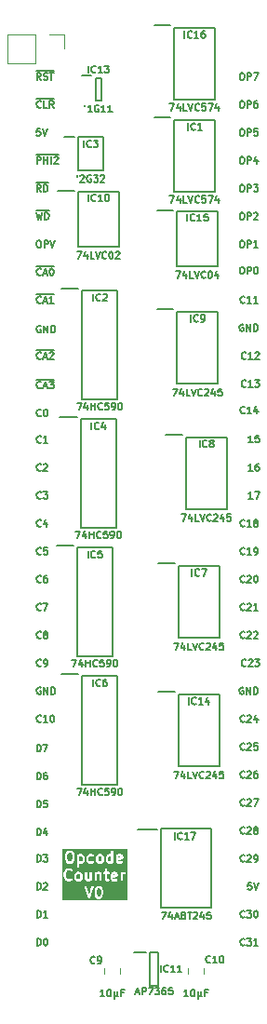
<source format=gto>
%TF.GenerationSoftware,KiCad,Pcbnew,8.0.7*%
%TF.CreationDate,2025-03-13T20:16:41+02:00*%
%TF.ProjectId,HCP65 Instruction Code,48435036-3520-4496-9e73-747275637469,V0*%
%TF.SameCoordinates,Original*%
%TF.FileFunction,Legend,Top*%
%TF.FilePolarity,Positive*%
%FSLAX46Y46*%
G04 Gerber Fmt 4.6, Leading zero omitted, Abs format (unit mm)*
G04 Created by KiCad (PCBNEW 8.0.7) date 2025-03-13 20:16:41*
%MOMM*%
%LPD*%
G01*
G04 APERTURE LIST*
%ADD10C,0.150000*%
%ADD11C,0.200000*%
%ADD12C,0.120000*%
G04 APERTURE END LIST*
D10*
X20287839Y-66265486D02*
X20257601Y-66295725D01*
X20257601Y-66295725D02*
X20166887Y-66325963D01*
X20166887Y-66325963D02*
X20106411Y-66325963D01*
X20106411Y-66325963D02*
X20015696Y-66295725D01*
X20015696Y-66295725D02*
X19955220Y-66235248D01*
X19955220Y-66235248D02*
X19924982Y-66174772D01*
X19924982Y-66174772D02*
X19894744Y-66053820D01*
X19894744Y-66053820D02*
X19894744Y-65963105D01*
X19894744Y-65963105D02*
X19924982Y-65842153D01*
X19924982Y-65842153D02*
X19955220Y-65781677D01*
X19955220Y-65781677D02*
X20015696Y-65721201D01*
X20015696Y-65721201D02*
X20106411Y-65690963D01*
X20106411Y-65690963D02*
X20166887Y-65690963D01*
X20166887Y-65690963D02*
X20257601Y-65721201D01*
X20257601Y-65721201D02*
X20287839Y-65751439D01*
X20529744Y-65751439D02*
X20559982Y-65721201D01*
X20559982Y-65721201D02*
X20620458Y-65690963D01*
X20620458Y-65690963D02*
X20771649Y-65690963D01*
X20771649Y-65690963D02*
X20832125Y-65721201D01*
X20832125Y-65721201D02*
X20862363Y-65751439D01*
X20862363Y-65751439D02*
X20892601Y-65811915D01*
X20892601Y-65811915D02*
X20892601Y-65872391D01*
X20892601Y-65872391D02*
X20862363Y-65963105D01*
X20862363Y-65963105D02*
X20499506Y-66325963D01*
X20499506Y-66325963D02*
X20892601Y-66325963D01*
X21104268Y-65690963D02*
X21527601Y-65690963D01*
X21527601Y-65690963D02*
X21255458Y-66325963D01*
X1392874Y-76485963D02*
X1392874Y-75850963D01*
X1392874Y-75850963D02*
X1544064Y-75850963D01*
X1544064Y-75850963D02*
X1634779Y-75881201D01*
X1634779Y-75881201D02*
X1695255Y-75941677D01*
X1695255Y-75941677D02*
X1725493Y-76002153D01*
X1725493Y-76002153D02*
X1755731Y-76123105D01*
X1755731Y-76123105D02*
X1755731Y-76213820D01*
X1755731Y-76213820D02*
X1725493Y-76334772D01*
X1725493Y-76334772D02*
X1695255Y-76395248D01*
X1695255Y-76395248D02*
X1634779Y-76455725D01*
X1634779Y-76455725D02*
X1544064Y-76485963D01*
X1544064Y-76485963D02*
X1392874Y-76485963D01*
X2360493Y-76485963D02*
X1997636Y-76485963D01*
X2179064Y-76485963D02*
X2179064Y-75850963D01*
X2179064Y-75850963D02*
X2118588Y-75941677D01*
X2118588Y-75941677D02*
X2058112Y-76002153D01*
X2058112Y-76002153D02*
X1997636Y-76032391D01*
X20287839Y-51025486D02*
X20257601Y-51055725D01*
X20257601Y-51055725D02*
X20166887Y-51085963D01*
X20166887Y-51085963D02*
X20106411Y-51085963D01*
X20106411Y-51085963D02*
X20015696Y-51055725D01*
X20015696Y-51055725D02*
X19955220Y-50995248D01*
X19955220Y-50995248D02*
X19924982Y-50934772D01*
X19924982Y-50934772D02*
X19894744Y-50813820D01*
X19894744Y-50813820D02*
X19894744Y-50723105D01*
X19894744Y-50723105D02*
X19924982Y-50602153D01*
X19924982Y-50602153D02*
X19955220Y-50541677D01*
X19955220Y-50541677D02*
X20015696Y-50481201D01*
X20015696Y-50481201D02*
X20106411Y-50450963D01*
X20106411Y-50450963D02*
X20166887Y-50450963D01*
X20166887Y-50450963D02*
X20257601Y-50481201D01*
X20257601Y-50481201D02*
X20287839Y-50511439D01*
X20529744Y-50511439D02*
X20559982Y-50481201D01*
X20559982Y-50481201D02*
X20620458Y-50450963D01*
X20620458Y-50450963D02*
X20771649Y-50450963D01*
X20771649Y-50450963D02*
X20832125Y-50481201D01*
X20832125Y-50481201D02*
X20862363Y-50511439D01*
X20862363Y-50511439D02*
X20892601Y-50571915D01*
X20892601Y-50571915D02*
X20892601Y-50632391D01*
X20892601Y-50632391D02*
X20862363Y-50723105D01*
X20862363Y-50723105D02*
X20499506Y-51085963D01*
X20499506Y-51085963D02*
X20892601Y-51085963D01*
X21134506Y-50511439D02*
X21164744Y-50481201D01*
X21164744Y-50481201D02*
X21225220Y-50450963D01*
X21225220Y-50450963D02*
X21376411Y-50450963D01*
X21376411Y-50450963D02*
X21436887Y-50481201D01*
X21436887Y-50481201D02*
X21467125Y-50511439D01*
X21467125Y-50511439D02*
X21497363Y-50571915D01*
X21497363Y-50571915D02*
X21497363Y-50632391D01*
X21497363Y-50632391D02*
X21467125Y-50723105D01*
X21467125Y-50723105D02*
X21104268Y-51085963D01*
X21104268Y-51085963D02*
X21497363Y-51085963D01*
X20287839Y-68805486D02*
X20257601Y-68835725D01*
X20257601Y-68835725D02*
X20166887Y-68865963D01*
X20166887Y-68865963D02*
X20106411Y-68865963D01*
X20106411Y-68865963D02*
X20015696Y-68835725D01*
X20015696Y-68835725D02*
X19955220Y-68775248D01*
X19955220Y-68775248D02*
X19924982Y-68714772D01*
X19924982Y-68714772D02*
X19894744Y-68593820D01*
X19894744Y-68593820D02*
X19894744Y-68503105D01*
X19894744Y-68503105D02*
X19924982Y-68382153D01*
X19924982Y-68382153D02*
X19955220Y-68321677D01*
X19955220Y-68321677D02*
X20015696Y-68261201D01*
X20015696Y-68261201D02*
X20106411Y-68230963D01*
X20106411Y-68230963D02*
X20166887Y-68230963D01*
X20166887Y-68230963D02*
X20257601Y-68261201D01*
X20257601Y-68261201D02*
X20287839Y-68291439D01*
X20529744Y-68291439D02*
X20559982Y-68261201D01*
X20559982Y-68261201D02*
X20620458Y-68230963D01*
X20620458Y-68230963D02*
X20771649Y-68230963D01*
X20771649Y-68230963D02*
X20832125Y-68261201D01*
X20832125Y-68261201D02*
X20862363Y-68291439D01*
X20862363Y-68291439D02*
X20892601Y-68351915D01*
X20892601Y-68351915D02*
X20892601Y-68412391D01*
X20892601Y-68412391D02*
X20862363Y-68503105D01*
X20862363Y-68503105D02*
X20499506Y-68865963D01*
X20499506Y-68865963D02*
X20892601Y-68865963D01*
X21255458Y-68503105D02*
X21194982Y-68472867D01*
X21194982Y-68472867D02*
X21164744Y-68442629D01*
X21164744Y-68442629D02*
X21134506Y-68382153D01*
X21134506Y-68382153D02*
X21134506Y-68351915D01*
X21134506Y-68351915D02*
X21164744Y-68291439D01*
X21164744Y-68291439D02*
X21194982Y-68261201D01*
X21194982Y-68261201D02*
X21255458Y-68230963D01*
X21255458Y-68230963D02*
X21376411Y-68230963D01*
X21376411Y-68230963D02*
X21436887Y-68261201D01*
X21436887Y-68261201D02*
X21467125Y-68291439D01*
X21467125Y-68291439D02*
X21497363Y-68351915D01*
X21497363Y-68351915D02*
X21497363Y-68382153D01*
X21497363Y-68382153D02*
X21467125Y-68442629D01*
X21467125Y-68442629D02*
X21436887Y-68472867D01*
X21436887Y-68472867D02*
X21376411Y-68503105D01*
X21376411Y-68503105D02*
X21255458Y-68503105D01*
X21255458Y-68503105D02*
X21194982Y-68533344D01*
X21194982Y-68533344D02*
X21164744Y-68563582D01*
X21164744Y-68563582D02*
X21134506Y-68624058D01*
X21134506Y-68624058D02*
X21134506Y-68745010D01*
X21134506Y-68745010D02*
X21164744Y-68805486D01*
X21164744Y-68805486D02*
X21194982Y-68835725D01*
X21194982Y-68835725D02*
X21255458Y-68865963D01*
X21255458Y-68865963D02*
X21376411Y-68865963D01*
X21376411Y-68865963D02*
X21436887Y-68835725D01*
X21436887Y-68835725D02*
X21467125Y-68805486D01*
X21467125Y-68805486D02*
X21497363Y-68745010D01*
X21497363Y-68745010D02*
X21497363Y-68624058D01*
X21497363Y-68624058D02*
X21467125Y-68563582D01*
X21467125Y-68563582D02*
X21436887Y-68533344D01*
X21436887Y-68533344D02*
X21376411Y-68503105D01*
X1755731Y-30832486D02*
X1725493Y-30862725D01*
X1725493Y-30862725D02*
X1634779Y-30892963D01*
X1634779Y-30892963D02*
X1574303Y-30892963D01*
X1574303Y-30892963D02*
X1483588Y-30862725D01*
X1483588Y-30862725D02*
X1423112Y-30802248D01*
X1423112Y-30802248D02*
X1392874Y-30741772D01*
X1392874Y-30741772D02*
X1362636Y-30620820D01*
X1362636Y-30620820D02*
X1362636Y-30530105D01*
X1362636Y-30530105D02*
X1392874Y-30409153D01*
X1392874Y-30409153D02*
X1423112Y-30348677D01*
X1423112Y-30348677D02*
X1483588Y-30288201D01*
X1483588Y-30288201D02*
X1574303Y-30257963D01*
X1574303Y-30257963D02*
X1634779Y-30257963D01*
X1634779Y-30257963D02*
X1725493Y-30288201D01*
X1725493Y-30288201D02*
X1755731Y-30318439D01*
X2148826Y-30257963D02*
X2209303Y-30257963D01*
X2209303Y-30257963D02*
X2269779Y-30288201D01*
X2269779Y-30288201D02*
X2300017Y-30318439D01*
X2300017Y-30318439D02*
X2330255Y-30378915D01*
X2330255Y-30378915D02*
X2360493Y-30499867D01*
X2360493Y-30499867D02*
X2360493Y-30651058D01*
X2360493Y-30651058D02*
X2330255Y-30772010D01*
X2330255Y-30772010D02*
X2300017Y-30832486D01*
X2300017Y-30832486D02*
X2269779Y-30862725D01*
X2269779Y-30862725D02*
X2209303Y-30892963D01*
X2209303Y-30892963D02*
X2148826Y-30892963D01*
X2148826Y-30892963D02*
X2088350Y-30862725D01*
X2088350Y-30862725D02*
X2058112Y-30832486D01*
X2058112Y-30832486D02*
X2027874Y-30772010D01*
X2027874Y-30772010D02*
X1997636Y-30651058D01*
X1997636Y-30651058D02*
X1997636Y-30499867D01*
X1997636Y-30499867D02*
X2027874Y-30378915D01*
X2027874Y-30378915D02*
X2058112Y-30318439D01*
X2058112Y-30318439D02*
X2088350Y-30288201D01*
X2088350Y-30288201D02*
X2148826Y-30257963D01*
X1755731Y-48485486D02*
X1725493Y-48515725D01*
X1725493Y-48515725D02*
X1634779Y-48545963D01*
X1634779Y-48545963D02*
X1574303Y-48545963D01*
X1574303Y-48545963D02*
X1483588Y-48515725D01*
X1483588Y-48515725D02*
X1423112Y-48455248D01*
X1423112Y-48455248D02*
X1392874Y-48394772D01*
X1392874Y-48394772D02*
X1362636Y-48273820D01*
X1362636Y-48273820D02*
X1362636Y-48183105D01*
X1362636Y-48183105D02*
X1392874Y-48062153D01*
X1392874Y-48062153D02*
X1423112Y-48001677D01*
X1423112Y-48001677D02*
X1483588Y-47941201D01*
X1483588Y-47941201D02*
X1574303Y-47910963D01*
X1574303Y-47910963D02*
X1634779Y-47910963D01*
X1634779Y-47910963D02*
X1725493Y-47941201D01*
X1725493Y-47941201D02*
X1755731Y-47971439D01*
X1967398Y-47910963D02*
X2390731Y-47910963D01*
X2390731Y-47910963D02*
X2118588Y-48545963D01*
X19985458Y-17303963D02*
X20106411Y-17303963D01*
X20106411Y-17303963D02*
X20166887Y-17334201D01*
X20166887Y-17334201D02*
X20227363Y-17394677D01*
X20227363Y-17394677D02*
X20257601Y-17515629D01*
X20257601Y-17515629D02*
X20257601Y-17727296D01*
X20257601Y-17727296D02*
X20227363Y-17848248D01*
X20227363Y-17848248D02*
X20166887Y-17908725D01*
X20166887Y-17908725D02*
X20106411Y-17938963D01*
X20106411Y-17938963D02*
X19985458Y-17938963D01*
X19985458Y-17938963D02*
X19924982Y-17908725D01*
X19924982Y-17908725D02*
X19864506Y-17848248D01*
X19864506Y-17848248D02*
X19834268Y-17727296D01*
X19834268Y-17727296D02*
X19834268Y-17515629D01*
X19834268Y-17515629D02*
X19864506Y-17394677D01*
X19864506Y-17394677D02*
X19924982Y-17334201D01*
X19924982Y-17334201D02*
X19985458Y-17303963D01*
X20529744Y-17938963D02*
X20529744Y-17303963D01*
X20529744Y-17303963D02*
X20771649Y-17303963D01*
X20771649Y-17303963D02*
X20832125Y-17334201D01*
X20832125Y-17334201D02*
X20862363Y-17364439D01*
X20862363Y-17364439D02*
X20892601Y-17424915D01*
X20892601Y-17424915D02*
X20892601Y-17515629D01*
X20892601Y-17515629D02*
X20862363Y-17576105D01*
X20862363Y-17576105D02*
X20832125Y-17606344D01*
X20832125Y-17606344D02*
X20771649Y-17636582D01*
X20771649Y-17636582D02*
X20529744Y-17636582D01*
X21285696Y-17303963D02*
X21346173Y-17303963D01*
X21346173Y-17303963D02*
X21406649Y-17334201D01*
X21406649Y-17334201D02*
X21436887Y-17364439D01*
X21436887Y-17364439D02*
X21467125Y-17424915D01*
X21467125Y-17424915D02*
X21497363Y-17545867D01*
X21497363Y-17545867D02*
X21497363Y-17697058D01*
X21497363Y-17697058D02*
X21467125Y-17818010D01*
X21467125Y-17818010D02*
X21436887Y-17878486D01*
X21436887Y-17878486D02*
X21406649Y-17908725D01*
X21406649Y-17908725D02*
X21346173Y-17938963D01*
X21346173Y-17938963D02*
X21285696Y-17938963D01*
X21285696Y-17938963D02*
X21225220Y-17908725D01*
X21225220Y-17908725D02*
X21194982Y-17878486D01*
X21194982Y-17878486D02*
X21164744Y-17818010D01*
X21164744Y-17818010D02*
X21134506Y-17697058D01*
X21134506Y-17697058D02*
X21134506Y-17545867D01*
X21134506Y-17545867D02*
X21164744Y-17424915D01*
X21164744Y-17424915D02*
X21194982Y-17364439D01*
X21194982Y-17364439D02*
X21225220Y-17334201D01*
X21225220Y-17334201D02*
X21285696Y-17303963D01*
X1755731Y-18005486D02*
X1725493Y-18035725D01*
X1725493Y-18035725D02*
X1634779Y-18065963D01*
X1634779Y-18065963D02*
X1574303Y-18065963D01*
X1574303Y-18065963D02*
X1483588Y-18035725D01*
X1483588Y-18035725D02*
X1423112Y-17975248D01*
X1423112Y-17975248D02*
X1392874Y-17914772D01*
X1392874Y-17914772D02*
X1362636Y-17793820D01*
X1362636Y-17793820D02*
X1362636Y-17703105D01*
X1362636Y-17703105D02*
X1392874Y-17582153D01*
X1392874Y-17582153D02*
X1423112Y-17521677D01*
X1423112Y-17521677D02*
X1483588Y-17461201D01*
X1483588Y-17461201D02*
X1574303Y-17430963D01*
X1574303Y-17430963D02*
X1634779Y-17430963D01*
X1634779Y-17430963D02*
X1725493Y-17461201D01*
X1725493Y-17461201D02*
X1755731Y-17491439D01*
X1997636Y-17884534D02*
X2300017Y-17884534D01*
X1937160Y-18065963D02*
X2148826Y-17430963D01*
X2148826Y-17430963D02*
X2360493Y-18065963D01*
X2693112Y-17430963D02*
X2753589Y-17430963D01*
X2753589Y-17430963D02*
X2814065Y-17461201D01*
X2814065Y-17461201D02*
X2844303Y-17491439D01*
X2844303Y-17491439D02*
X2874541Y-17551915D01*
X2874541Y-17551915D02*
X2904779Y-17672867D01*
X2904779Y-17672867D02*
X2904779Y-17824058D01*
X2904779Y-17824058D02*
X2874541Y-17945010D01*
X2874541Y-17945010D02*
X2844303Y-18005486D01*
X2844303Y-18005486D02*
X2814065Y-18035725D01*
X2814065Y-18035725D02*
X2753589Y-18065963D01*
X2753589Y-18065963D02*
X2693112Y-18065963D01*
X2693112Y-18065963D02*
X2632636Y-18035725D01*
X2632636Y-18035725D02*
X2602398Y-18005486D01*
X2602398Y-18005486D02*
X2572160Y-17945010D01*
X2572160Y-17945010D02*
X2541922Y-17824058D01*
X2541922Y-17824058D02*
X2541922Y-17672867D01*
X2541922Y-17672867D02*
X2572160Y-17551915D01*
X2572160Y-17551915D02*
X2602398Y-17491439D01*
X2602398Y-17491439D02*
X2632636Y-17461201D01*
X2632636Y-17461201D02*
X2693112Y-17430963D01*
X1305184Y-17254675D02*
X2962232Y-17254675D01*
X1755731Y-20545486D02*
X1725493Y-20575725D01*
X1725493Y-20575725D02*
X1634779Y-20605963D01*
X1634779Y-20605963D02*
X1574303Y-20605963D01*
X1574303Y-20605963D02*
X1483588Y-20575725D01*
X1483588Y-20575725D02*
X1423112Y-20515248D01*
X1423112Y-20515248D02*
X1392874Y-20454772D01*
X1392874Y-20454772D02*
X1362636Y-20333820D01*
X1362636Y-20333820D02*
X1362636Y-20243105D01*
X1362636Y-20243105D02*
X1392874Y-20122153D01*
X1392874Y-20122153D02*
X1423112Y-20061677D01*
X1423112Y-20061677D02*
X1483588Y-20001201D01*
X1483588Y-20001201D02*
X1574303Y-19970963D01*
X1574303Y-19970963D02*
X1634779Y-19970963D01*
X1634779Y-19970963D02*
X1725493Y-20001201D01*
X1725493Y-20001201D02*
X1755731Y-20031439D01*
X1997636Y-20424534D02*
X2300017Y-20424534D01*
X1937160Y-20605963D02*
X2148826Y-19970963D01*
X2148826Y-19970963D02*
X2360493Y-20605963D01*
X2904779Y-20605963D02*
X2541922Y-20605963D01*
X2723350Y-20605963D02*
X2723350Y-19970963D01*
X2723350Y-19970963D02*
X2662874Y-20061677D01*
X2662874Y-20061677D02*
X2602398Y-20122153D01*
X2602398Y-20122153D02*
X2541922Y-20152391D01*
X1305184Y-19794675D02*
X2962232Y-19794675D01*
X1755731Y-285963D02*
X1544064Y16417D01*
X1392874Y-285963D02*
X1392874Y349036D01*
X1392874Y349036D02*
X1634779Y349036D01*
X1634779Y349036D02*
X1695255Y318798D01*
X1695255Y318798D02*
X1725493Y288560D01*
X1725493Y288560D02*
X1755731Y228084D01*
X1755731Y228084D02*
X1755731Y137370D01*
X1755731Y137370D02*
X1725493Y76894D01*
X1725493Y76894D02*
X1695255Y46655D01*
X1695255Y46655D02*
X1634779Y16417D01*
X1634779Y16417D02*
X1392874Y16417D01*
X1997636Y-255725D02*
X2088350Y-285963D01*
X2088350Y-285963D02*
X2239541Y-285963D01*
X2239541Y-285963D02*
X2300017Y-255725D01*
X2300017Y-255725D02*
X2330255Y-225486D01*
X2330255Y-225486D02*
X2360493Y-165010D01*
X2360493Y-165010D02*
X2360493Y-104534D01*
X2360493Y-104534D02*
X2330255Y-44058D01*
X2330255Y-44058D02*
X2300017Y-13820D01*
X2300017Y-13820D02*
X2239541Y16417D01*
X2239541Y16417D02*
X2118588Y46655D01*
X2118588Y46655D02*
X2058112Y76894D01*
X2058112Y76894D02*
X2027874Y107132D01*
X2027874Y107132D02*
X1997636Y167608D01*
X1997636Y167608D02*
X1997636Y228084D01*
X1997636Y228084D02*
X2027874Y288560D01*
X2027874Y288560D02*
X2058112Y318798D01*
X2058112Y318798D02*
X2118588Y349036D01*
X2118588Y349036D02*
X2269779Y349036D01*
X2269779Y349036D02*
X2360493Y318798D01*
X2541922Y349036D02*
X2904779Y349036D01*
X2723350Y-285963D02*
X2723350Y349036D01*
X1305184Y525325D02*
X2901756Y525325D01*
X1755731Y-51025486D02*
X1725493Y-51055725D01*
X1725493Y-51055725D02*
X1634779Y-51085963D01*
X1634779Y-51085963D02*
X1574303Y-51085963D01*
X1574303Y-51085963D02*
X1483588Y-51055725D01*
X1483588Y-51055725D02*
X1423112Y-50995248D01*
X1423112Y-50995248D02*
X1392874Y-50934772D01*
X1392874Y-50934772D02*
X1362636Y-50813820D01*
X1362636Y-50813820D02*
X1362636Y-50723105D01*
X1362636Y-50723105D02*
X1392874Y-50602153D01*
X1392874Y-50602153D02*
X1423112Y-50541677D01*
X1423112Y-50541677D02*
X1483588Y-50481201D01*
X1483588Y-50481201D02*
X1574303Y-50450963D01*
X1574303Y-50450963D02*
X1634779Y-50450963D01*
X1634779Y-50450963D02*
X1725493Y-50481201D01*
X1725493Y-50481201D02*
X1755731Y-50511439D01*
X2118588Y-50723105D02*
X2058112Y-50692867D01*
X2058112Y-50692867D02*
X2027874Y-50662629D01*
X2027874Y-50662629D02*
X1997636Y-50602153D01*
X1997636Y-50602153D02*
X1997636Y-50571915D01*
X1997636Y-50571915D02*
X2027874Y-50511439D01*
X2027874Y-50511439D02*
X2058112Y-50481201D01*
X2058112Y-50481201D02*
X2118588Y-50450963D01*
X2118588Y-50450963D02*
X2239541Y-50450963D01*
X2239541Y-50450963D02*
X2300017Y-50481201D01*
X2300017Y-50481201D02*
X2330255Y-50511439D01*
X2330255Y-50511439D02*
X2360493Y-50571915D01*
X2360493Y-50571915D02*
X2360493Y-50602153D01*
X2360493Y-50602153D02*
X2330255Y-50662629D01*
X2330255Y-50662629D02*
X2300017Y-50692867D01*
X2300017Y-50692867D02*
X2239541Y-50723105D01*
X2239541Y-50723105D02*
X2118588Y-50723105D01*
X2118588Y-50723105D02*
X2058112Y-50753344D01*
X2058112Y-50753344D02*
X2027874Y-50783582D01*
X2027874Y-50783582D02*
X1997636Y-50844058D01*
X1997636Y-50844058D02*
X1997636Y-50965010D01*
X1997636Y-50965010D02*
X2027874Y-51025486D01*
X2027874Y-51025486D02*
X2058112Y-51055725D01*
X2058112Y-51055725D02*
X2118588Y-51085963D01*
X2118588Y-51085963D02*
X2239541Y-51085963D01*
X2239541Y-51085963D02*
X2300017Y-51055725D01*
X2300017Y-51055725D02*
X2330255Y-51025486D01*
X2330255Y-51025486D02*
X2360493Y-50965010D01*
X2360493Y-50965010D02*
X2360493Y-50844058D01*
X2360493Y-50844058D02*
X2330255Y-50783582D01*
X2330255Y-50783582D02*
X2300017Y-50753344D01*
X2300017Y-50753344D02*
X2239541Y-50723105D01*
X20287839Y-40865486D02*
X20257601Y-40895725D01*
X20257601Y-40895725D02*
X20166887Y-40925963D01*
X20166887Y-40925963D02*
X20106411Y-40925963D01*
X20106411Y-40925963D02*
X20015696Y-40895725D01*
X20015696Y-40895725D02*
X19955220Y-40835248D01*
X19955220Y-40835248D02*
X19924982Y-40774772D01*
X19924982Y-40774772D02*
X19894744Y-40653820D01*
X19894744Y-40653820D02*
X19894744Y-40563105D01*
X19894744Y-40563105D02*
X19924982Y-40442153D01*
X19924982Y-40442153D02*
X19955220Y-40381677D01*
X19955220Y-40381677D02*
X20015696Y-40321201D01*
X20015696Y-40321201D02*
X20106411Y-40290963D01*
X20106411Y-40290963D02*
X20166887Y-40290963D01*
X20166887Y-40290963D02*
X20257601Y-40321201D01*
X20257601Y-40321201D02*
X20287839Y-40351439D01*
X20892601Y-40925963D02*
X20529744Y-40925963D01*
X20711172Y-40925963D02*
X20711172Y-40290963D01*
X20711172Y-40290963D02*
X20650696Y-40381677D01*
X20650696Y-40381677D02*
X20590220Y-40442153D01*
X20590220Y-40442153D02*
X20529744Y-40472391D01*
X21255458Y-40563105D02*
X21194982Y-40532867D01*
X21194982Y-40532867D02*
X21164744Y-40502629D01*
X21164744Y-40502629D02*
X21134506Y-40442153D01*
X21134506Y-40442153D02*
X21134506Y-40411915D01*
X21134506Y-40411915D02*
X21164744Y-40351439D01*
X21164744Y-40351439D02*
X21194982Y-40321201D01*
X21194982Y-40321201D02*
X21255458Y-40290963D01*
X21255458Y-40290963D02*
X21376411Y-40290963D01*
X21376411Y-40290963D02*
X21436887Y-40321201D01*
X21436887Y-40321201D02*
X21467125Y-40351439D01*
X21467125Y-40351439D02*
X21497363Y-40411915D01*
X21497363Y-40411915D02*
X21497363Y-40442153D01*
X21497363Y-40442153D02*
X21467125Y-40502629D01*
X21467125Y-40502629D02*
X21436887Y-40532867D01*
X21436887Y-40532867D02*
X21376411Y-40563105D01*
X21376411Y-40563105D02*
X21255458Y-40563105D01*
X21255458Y-40563105D02*
X21194982Y-40593344D01*
X21194982Y-40593344D02*
X21164744Y-40623582D01*
X21164744Y-40623582D02*
X21134506Y-40684058D01*
X21134506Y-40684058D02*
X21134506Y-40805010D01*
X21134506Y-40805010D02*
X21164744Y-40865486D01*
X21164744Y-40865486D02*
X21194982Y-40895725D01*
X21194982Y-40895725D02*
X21255458Y-40925963D01*
X21255458Y-40925963D02*
X21376411Y-40925963D01*
X21376411Y-40925963D02*
X21436887Y-40895725D01*
X21436887Y-40895725D02*
X21467125Y-40865486D01*
X21467125Y-40865486D02*
X21497363Y-40805010D01*
X21497363Y-40805010D02*
X21497363Y-40684058D01*
X21497363Y-40684058D02*
X21467125Y-40623582D01*
X21467125Y-40623582D02*
X21436887Y-40593344D01*
X21436887Y-40593344D02*
X21376411Y-40563105D01*
X1755731Y-58645486D02*
X1725493Y-58675725D01*
X1725493Y-58675725D02*
X1634779Y-58705963D01*
X1634779Y-58705963D02*
X1574303Y-58705963D01*
X1574303Y-58705963D02*
X1483588Y-58675725D01*
X1483588Y-58675725D02*
X1423112Y-58615248D01*
X1423112Y-58615248D02*
X1392874Y-58554772D01*
X1392874Y-58554772D02*
X1362636Y-58433820D01*
X1362636Y-58433820D02*
X1362636Y-58343105D01*
X1362636Y-58343105D02*
X1392874Y-58222153D01*
X1392874Y-58222153D02*
X1423112Y-58161677D01*
X1423112Y-58161677D02*
X1483588Y-58101201D01*
X1483588Y-58101201D02*
X1574303Y-58070963D01*
X1574303Y-58070963D02*
X1634779Y-58070963D01*
X1634779Y-58070963D02*
X1725493Y-58101201D01*
X1725493Y-58101201D02*
X1755731Y-58131439D01*
X2360493Y-58705963D02*
X1997636Y-58705963D01*
X2179064Y-58705963D02*
X2179064Y-58070963D01*
X2179064Y-58070963D02*
X2118588Y-58161677D01*
X2118588Y-58161677D02*
X2058112Y-58222153D01*
X2058112Y-58222153D02*
X1997636Y-58252391D01*
X2753588Y-58070963D02*
X2814065Y-58070963D01*
X2814065Y-58070963D02*
X2874541Y-58101201D01*
X2874541Y-58101201D02*
X2904779Y-58131439D01*
X2904779Y-58131439D02*
X2935017Y-58191915D01*
X2935017Y-58191915D02*
X2965255Y-58312867D01*
X2965255Y-58312867D02*
X2965255Y-58464058D01*
X2965255Y-58464058D02*
X2935017Y-58585010D01*
X2935017Y-58585010D02*
X2904779Y-58645486D01*
X2904779Y-58645486D02*
X2874541Y-58675725D01*
X2874541Y-58675725D02*
X2814065Y-58705963D01*
X2814065Y-58705963D02*
X2753588Y-58705963D01*
X2753588Y-58705963D02*
X2693112Y-58675725D01*
X2693112Y-58675725D02*
X2662874Y-58645486D01*
X2662874Y-58645486D02*
X2632636Y-58585010D01*
X2632636Y-58585010D02*
X2602398Y-58464058D01*
X2602398Y-58464058D02*
X2602398Y-58312867D01*
X2602398Y-58312867D02*
X2632636Y-58191915D01*
X2632636Y-58191915D02*
X2662874Y-58131439D01*
X2662874Y-58131439D02*
X2693112Y-58101201D01*
X2693112Y-58101201D02*
X2753588Y-58070963D01*
X19985458Y-9810963D02*
X20106411Y-9810963D01*
X20106411Y-9810963D02*
X20166887Y-9841201D01*
X20166887Y-9841201D02*
X20227363Y-9901677D01*
X20227363Y-9901677D02*
X20257601Y-10022629D01*
X20257601Y-10022629D02*
X20257601Y-10234296D01*
X20257601Y-10234296D02*
X20227363Y-10355248D01*
X20227363Y-10355248D02*
X20166887Y-10415725D01*
X20166887Y-10415725D02*
X20106411Y-10445963D01*
X20106411Y-10445963D02*
X19985458Y-10445963D01*
X19985458Y-10445963D02*
X19924982Y-10415725D01*
X19924982Y-10415725D02*
X19864506Y-10355248D01*
X19864506Y-10355248D02*
X19834268Y-10234296D01*
X19834268Y-10234296D02*
X19834268Y-10022629D01*
X19834268Y-10022629D02*
X19864506Y-9901677D01*
X19864506Y-9901677D02*
X19924982Y-9841201D01*
X19924982Y-9841201D02*
X19985458Y-9810963D01*
X20529744Y-10445963D02*
X20529744Y-9810963D01*
X20529744Y-9810963D02*
X20771649Y-9810963D01*
X20771649Y-9810963D02*
X20832125Y-9841201D01*
X20832125Y-9841201D02*
X20862363Y-9871439D01*
X20862363Y-9871439D02*
X20892601Y-9931915D01*
X20892601Y-9931915D02*
X20892601Y-10022629D01*
X20892601Y-10022629D02*
X20862363Y-10083105D01*
X20862363Y-10083105D02*
X20832125Y-10113344D01*
X20832125Y-10113344D02*
X20771649Y-10143582D01*
X20771649Y-10143582D02*
X20529744Y-10143582D01*
X21104268Y-9810963D02*
X21497363Y-9810963D01*
X21497363Y-9810963D02*
X21285696Y-10052867D01*
X21285696Y-10052867D02*
X21376411Y-10052867D01*
X21376411Y-10052867D02*
X21436887Y-10083105D01*
X21436887Y-10083105D02*
X21467125Y-10113344D01*
X21467125Y-10113344D02*
X21497363Y-10173820D01*
X21497363Y-10173820D02*
X21497363Y-10325010D01*
X21497363Y-10325010D02*
X21467125Y-10385486D01*
X21467125Y-10385486D02*
X21436887Y-10415725D01*
X21436887Y-10415725D02*
X21376411Y-10445963D01*
X21376411Y-10445963D02*
X21194982Y-10445963D01*
X21194982Y-10445963D02*
X21134506Y-10415725D01*
X21134506Y-10415725D02*
X21104268Y-10385486D01*
X19985458Y-14890963D02*
X20106411Y-14890963D01*
X20106411Y-14890963D02*
X20166887Y-14921201D01*
X20166887Y-14921201D02*
X20227363Y-14981677D01*
X20227363Y-14981677D02*
X20257601Y-15102629D01*
X20257601Y-15102629D02*
X20257601Y-15314296D01*
X20257601Y-15314296D02*
X20227363Y-15435248D01*
X20227363Y-15435248D02*
X20166887Y-15495725D01*
X20166887Y-15495725D02*
X20106411Y-15525963D01*
X20106411Y-15525963D02*
X19985458Y-15525963D01*
X19985458Y-15525963D02*
X19924982Y-15495725D01*
X19924982Y-15495725D02*
X19864506Y-15435248D01*
X19864506Y-15435248D02*
X19834268Y-15314296D01*
X19834268Y-15314296D02*
X19834268Y-15102629D01*
X19834268Y-15102629D02*
X19864506Y-14981677D01*
X19864506Y-14981677D02*
X19924982Y-14921201D01*
X19924982Y-14921201D02*
X19985458Y-14890963D01*
X20529744Y-15525963D02*
X20529744Y-14890963D01*
X20529744Y-14890963D02*
X20771649Y-14890963D01*
X20771649Y-14890963D02*
X20832125Y-14921201D01*
X20832125Y-14921201D02*
X20862363Y-14951439D01*
X20862363Y-14951439D02*
X20892601Y-15011915D01*
X20892601Y-15011915D02*
X20892601Y-15102629D01*
X20892601Y-15102629D02*
X20862363Y-15163105D01*
X20862363Y-15163105D02*
X20832125Y-15193344D01*
X20832125Y-15193344D02*
X20771649Y-15223582D01*
X20771649Y-15223582D02*
X20529744Y-15223582D01*
X21497363Y-15525963D02*
X21134506Y-15525963D01*
X21315934Y-15525963D02*
X21315934Y-14890963D01*
X21315934Y-14890963D02*
X21255458Y-14981677D01*
X21255458Y-14981677D02*
X21194982Y-15042153D01*
X21194982Y-15042153D02*
X21134506Y-15072391D01*
X20166887Y-22541201D02*
X20106411Y-22510963D01*
X20106411Y-22510963D02*
X20015697Y-22510963D01*
X20015697Y-22510963D02*
X19924982Y-22541201D01*
X19924982Y-22541201D02*
X19864506Y-22601677D01*
X19864506Y-22601677D02*
X19834268Y-22662153D01*
X19834268Y-22662153D02*
X19804030Y-22783105D01*
X19804030Y-22783105D02*
X19804030Y-22873820D01*
X19804030Y-22873820D02*
X19834268Y-22994772D01*
X19834268Y-22994772D02*
X19864506Y-23055248D01*
X19864506Y-23055248D02*
X19924982Y-23115725D01*
X19924982Y-23115725D02*
X20015697Y-23145963D01*
X20015697Y-23145963D02*
X20076173Y-23145963D01*
X20076173Y-23145963D02*
X20166887Y-23115725D01*
X20166887Y-23115725D02*
X20197125Y-23085486D01*
X20197125Y-23085486D02*
X20197125Y-22873820D01*
X20197125Y-22873820D02*
X20076173Y-22873820D01*
X20469268Y-23145963D02*
X20469268Y-22510963D01*
X20469268Y-22510963D02*
X20832125Y-23145963D01*
X20832125Y-23145963D02*
X20832125Y-22510963D01*
X21134506Y-23145963D02*
X21134506Y-22510963D01*
X21134506Y-22510963D02*
X21285696Y-22510963D01*
X21285696Y-22510963D02*
X21376411Y-22541201D01*
X21376411Y-22541201D02*
X21436887Y-22601677D01*
X21436887Y-22601677D02*
X21467125Y-22662153D01*
X21467125Y-22662153D02*
X21497363Y-22783105D01*
X21497363Y-22783105D02*
X21497363Y-22873820D01*
X21497363Y-22873820D02*
X21467125Y-22994772D01*
X21467125Y-22994772D02*
X21436887Y-23055248D01*
X21436887Y-23055248D02*
X21376411Y-23115725D01*
X21376411Y-23115725D02*
X21285696Y-23145963D01*
X21285696Y-23145963D02*
X21134506Y-23145963D01*
X1392874Y-61372963D02*
X1392874Y-60737963D01*
X1392874Y-60737963D02*
X1544064Y-60737963D01*
X1544064Y-60737963D02*
X1634779Y-60768201D01*
X1634779Y-60768201D02*
X1695255Y-60828677D01*
X1695255Y-60828677D02*
X1725493Y-60889153D01*
X1725493Y-60889153D02*
X1755731Y-61010105D01*
X1755731Y-61010105D02*
X1755731Y-61100820D01*
X1755731Y-61100820D02*
X1725493Y-61221772D01*
X1725493Y-61221772D02*
X1695255Y-61282248D01*
X1695255Y-61282248D02*
X1634779Y-61342725D01*
X1634779Y-61342725D02*
X1544064Y-61372963D01*
X1544064Y-61372963D02*
X1392874Y-61372963D01*
X1967398Y-60737963D02*
X2390731Y-60737963D01*
X2390731Y-60737963D02*
X2118588Y-61372963D01*
X20287839Y-78965486D02*
X20257601Y-78995725D01*
X20257601Y-78995725D02*
X20166887Y-79025963D01*
X20166887Y-79025963D02*
X20106411Y-79025963D01*
X20106411Y-79025963D02*
X20015696Y-78995725D01*
X20015696Y-78995725D02*
X19955220Y-78935248D01*
X19955220Y-78935248D02*
X19924982Y-78874772D01*
X19924982Y-78874772D02*
X19894744Y-78753820D01*
X19894744Y-78753820D02*
X19894744Y-78663105D01*
X19894744Y-78663105D02*
X19924982Y-78542153D01*
X19924982Y-78542153D02*
X19955220Y-78481677D01*
X19955220Y-78481677D02*
X20015696Y-78421201D01*
X20015696Y-78421201D02*
X20106411Y-78390963D01*
X20106411Y-78390963D02*
X20166887Y-78390963D01*
X20166887Y-78390963D02*
X20257601Y-78421201D01*
X20257601Y-78421201D02*
X20287839Y-78451439D01*
X20499506Y-78390963D02*
X20892601Y-78390963D01*
X20892601Y-78390963D02*
X20680934Y-78632867D01*
X20680934Y-78632867D02*
X20771649Y-78632867D01*
X20771649Y-78632867D02*
X20832125Y-78663105D01*
X20832125Y-78663105D02*
X20862363Y-78693344D01*
X20862363Y-78693344D02*
X20892601Y-78753820D01*
X20892601Y-78753820D02*
X20892601Y-78905010D01*
X20892601Y-78905010D02*
X20862363Y-78965486D01*
X20862363Y-78965486D02*
X20832125Y-78995725D01*
X20832125Y-78995725D02*
X20771649Y-79025963D01*
X20771649Y-79025963D02*
X20590220Y-79025963D01*
X20590220Y-79025963D02*
X20529744Y-78995725D01*
X20529744Y-78995725D02*
X20499506Y-78965486D01*
X21497363Y-79025963D02*
X21134506Y-79025963D01*
X21315934Y-79025963D02*
X21315934Y-78390963D01*
X21315934Y-78390963D02*
X21255458Y-78481677D01*
X21255458Y-78481677D02*
X21194982Y-78542153D01*
X21194982Y-78542153D02*
X21134506Y-78572391D01*
X1755731Y-35785486D02*
X1725493Y-35815725D01*
X1725493Y-35815725D02*
X1634779Y-35845963D01*
X1634779Y-35845963D02*
X1574303Y-35845963D01*
X1574303Y-35845963D02*
X1483588Y-35815725D01*
X1483588Y-35815725D02*
X1423112Y-35755248D01*
X1423112Y-35755248D02*
X1392874Y-35694772D01*
X1392874Y-35694772D02*
X1362636Y-35573820D01*
X1362636Y-35573820D02*
X1362636Y-35483105D01*
X1362636Y-35483105D02*
X1392874Y-35362153D01*
X1392874Y-35362153D02*
X1423112Y-35301677D01*
X1423112Y-35301677D02*
X1483588Y-35241201D01*
X1483588Y-35241201D02*
X1574303Y-35210963D01*
X1574303Y-35210963D02*
X1634779Y-35210963D01*
X1634779Y-35210963D02*
X1725493Y-35241201D01*
X1725493Y-35241201D02*
X1755731Y-35271439D01*
X1997636Y-35271439D02*
X2027874Y-35241201D01*
X2027874Y-35241201D02*
X2088350Y-35210963D01*
X2088350Y-35210963D02*
X2239541Y-35210963D01*
X2239541Y-35210963D02*
X2300017Y-35241201D01*
X2300017Y-35241201D02*
X2330255Y-35271439D01*
X2330255Y-35271439D02*
X2360493Y-35331915D01*
X2360493Y-35331915D02*
X2360493Y-35392391D01*
X2360493Y-35392391D02*
X2330255Y-35483105D01*
X2330255Y-35483105D02*
X1967398Y-35845963D01*
X1967398Y-35845963D02*
X2360493Y-35845963D01*
X21019601Y-38385963D02*
X20656744Y-38385963D01*
X20838172Y-38385963D02*
X20838172Y-37750963D01*
X20838172Y-37750963D02*
X20777696Y-37841677D01*
X20777696Y-37841677D02*
X20717220Y-37902153D01*
X20717220Y-37902153D02*
X20656744Y-37932391D01*
X21231268Y-37750963D02*
X21654601Y-37750963D01*
X21654601Y-37750963D02*
X21382458Y-38385963D01*
X21019601Y-33255163D02*
X20656744Y-33255163D01*
X20838172Y-33255163D02*
X20838172Y-32620163D01*
X20838172Y-32620163D02*
X20777696Y-32710877D01*
X20777696Y-32710877D02*
X20717220Y-32771353D01*
X20717220Y-32771353D02*
X20656744Y-32801591D01*
X21594125Y-32620163D02*
X21291744Y-32620163D01*
X21291744Y-32620163D02*
X21261506Y-32922544D01*
X21261506Y-32922544D02*
X21291744Y-32892305D01*
X21291744Y-32892305D02*
X21352220Y-32862067D01*
X21352220Y-32862067D02*
X21503411Y-32862067D01*
X21503411Y-32862067D02*
X21563887Y-32892305D01*
X21563887Y-32892305D02*
X21594125Y-32922544D01*
X21594125Y-32922544D02*
X21624363Y-32983020D01*
X21624363Y-32983020D02*
X21624363Y-33134210D01*
X21624363Y-33134210D02*
X21594125Y-33194686D01*
X21594125Y-33194686D02*
X21563887Y-33224925D01*
X21563887Y-33224925D02*
X21503411Y-33255163D01*
X21503411Y-33255163D02*
X21352220Y-33255163D01*
X21352220Y-33255163D02*
X21291744Y-33224925D01*
X21291744Y-33224925D02*
X21261506Y-33194686D01*
X1513826Y-14890963D02*
X1634779Y-14890963D01*
X1634779Y-14890963D02*
X1695255Y-14921201D01*
X1695255Y-14921201D02*
X1755731Y-14981677D01*
X1755731Y-14981677D02*
X1785969Y-15102629D01*
X1785969Y-15102629D02*
X1785969Y-15314296D01*
X1785969Y-15314296D02*
X1755731Y-15435248D01*
X1755731Y-15435248D02*
X1695255Y-15495725D01*
X1695255Y-15495725D02*
X1634779Y-15525963D01*
X1634779Y-15525963D02*
X1513826Y-15525963D01*
X1513826Y-15525963D02*
X1453350Y-15495725D01*
X1453350Y-15495725D02*
X1392874Y-15435248D01*
X1392874Y-15435248D02*
X1362636Y-15314296D01*
X1362636Y-15314296D02*
X1362636Y-15102629D01*
X1362636Y-15102629D02*
X1392874Y-14981677D01*
X1392874Y-14981677D02*
X1453350Y-14921201D01*
X1453350Y-14921201D02*
X1513826Y-14890963D01*
X2058112Y-15525963D02*
X2058112Y-14890963D01*
X2058112Y-14890963D02*
X2300017Y-14890963D01*
X2300017Y-14890963D02*
X2360493Y-14921201D01*
X2360493Y-14921201D02*
X2390731Y-14951439D01*
X2390731Y-14951439D02*
X2420969Y-15011915D01*
X2420969Y-15011915D02*
X2420969Y-15102629D01*
X2420969Y-15102629D02*
X2390731Y-15163105D01*
X2390731Y-15163105D02*
X2360493Y-15193344D01*
X2360493Y-15193344D02*
X2300017Y-15223582D01*
X2300017Y-15223582D02*
X2058112Y-15223582D01*
X2602398Y-14890963D02*
X2814064Y-15525963D01*
X2814064Y-15525963D02*
X3025731Y-14890963D01*
X20414839Y-28165486D02*
X20384601Y-28195725D01*
X20384601Y-28195725D02*
X20293887Y-28225963D01*
X20293887Y-28225963D02*
X20233411Y-28225963D01*
X20233411Y-28225963D02*
X20142696Y-28195725D01*
X20142696Y-28195725D02*
X20082220Y-28135248D01*
X20082220Y-28135248D02*
X20051982Y-28074772D01*
X20051982Y-28074772D02*
X20021744Y-27953820D01*
X20021744Y-27953820D02*
X20021744Y-27863105D01*
X20021744Y-27863105D02*
X20051982Y-27742153D01*
X20051982Y-27742153D02*
X20082220Y-27681677D01*
X20082220Y-27681677D02*
X20142696Y-27621201D01*
X20142696Y-27621201D02*
X20233411Y-27590963D01*
X20233411Y-27590963D02*
X20293887Y-27590963D01*
X20293887Y-27590963D02*
X20384601Y-27621201D01*
X20384601Y-27621201D02*
X20414839Y-27651439D01*
X21019601Y-28225963D02*
X20656744Y-28225963D01*
X20838172Y-28225963D02*
X20838172Y-27590963D01*
X20838172Y-27590963D02*
X20777696Y-27681677D01*
X20777696Y-27681677D02*
X20717220Y-27742153D01*
X20717220Y-27742153D02*
X20656744Y-27772391D01*
X21231268Y-27590963D02*
X21624363Y-27590963D01*
X21624363Y-27590963D02*
X21412696Y-27832867D01*
X21412696Y-27832867D02*
X21503411Y-27832867D01*
X21503411Y-27832867D02*
X21563887Y-27863105D01*
X21563887Y-27863105D02*
X21594125Y-27893344D01*
X21594125Y-27893344D02*
X21624363Y-27953820D01*
X21624363Y-27953820D02*
X21624363Y-28105010D01*
X21624363Y-28105010D02*
X21594125Y-28165486D01*
X21594125Y-28165486D02*
X21563887Y-28195725D01*
X21563887Y-28195725D02*
X21503411Y-28225963D01*
X21503411Y-28225963D02*
X21321982Y-28225963D01*
X21321982Y-28225963D02*
X21261506Y-28195725D01*
X21261506Y-28195725D02*
X21231268Y-28165486D01*
X1392874Y-71405963D02*
X1392874Y-70770963D01*
X1392874Y-70770963D02*
X1544064Y-70770963D01*
X1544064Y-70770963D02*
X1634779Y-70801201D01*
X1634779Y-70801201D02*
X1695255Y-70861677D01*
X1695255Y-70861677D02*
X1725493Y-70922153D01*
X1725493Y-70922153D02*
X1755731Y-71043105D01*
X1755731Y-71043105D02*
X1755731Y-71133820D01*
X1755731Y-71133820D02*
X1725493Y-71254772D01*
X1725493Y-71254772D02*
X1695255Y-71315248D01*
X1695255Y-71315248D02*
X1634779Y-71375725D01*
X1634779Y-71375725D02*
X1544064Y-71405963D01*
X1544064Y-71405963D02*
X1392874Y-71405963D01*
X1967398Y-70770963D02*
X2360493Y-70770963D01*
X2360493Y-70770963D02*
X2148826Y-71012867D01*
X2148826Y-71012867D02*
X2239541Y-71012867D01*
X2239541Y-71012867D02*
X2300017Y-71043105D01*
X2300017Y-71043105D02*
X2330255Y-71073344D01*
X2330255Y-71073344D02*
X2360493Y-71133820D01*
X2360493Y-71133820D02*
X2360493Y-71285010D01*
X2360493Y-71285010D02*
X2330255Y-71345486D01*
X2330255Y-71345486D02*
X2300017Y-71375725D01*
X2300017Y-71375725D02*
X2239541Y-71405963D01*
X2239541Y-71405963D02*
X2058112Y-71405963D01*
X2058112Y-71405963D02*
X1997636Y-71375725D01*
X1997636Y-71375725D02*
X1967398Y-71345486D01*
X20287839Y-71345486D02*
X20257601Y-71375725D01*
X20257601Y-71375725D02*
X20166887Y-71405963D01*
X20166887Y-71405963D02*
X20106411Y-71405963D01*
X20106411Y-71405963D02*
X20015696Y-71375725D01*
X20015696Y-71375725D02*
X19955220Y-71315248D01*
X19955220Y-71315248D02*
X19924982Y-71254772D01*
X19924982Y-71254772D02*
X19894744Y-71133820D01*
X19894744Y-71133820D02*
X19894744Y-71043105D01*
X19894744Y-71043105D02*
X19924982Y-70922153D01*
X19924982Y-70922153D02*
X19955220Y-70861677D01*
X19955220Y-70861677D02*
X20015696Y-70801201D01*
X20015696Y-70801201D02*
X20106411Y-70770963D01*
X20106411Y-70770963D02*
X20166887Y-70770963D01*
X20166887Y-70770963D02*
X20257601Y-70801201D01*
X20257601Y-70801201D02*
X20287839Y-70831439D01*
X20529744Y-70831439D02*
X20559982Y-70801201D01*
X20559982Y-70801201D02*
X20620458Y-70770963D01*
X20620458Y-70770963D02*
X20771649Y-70770963D01*
X20771649Y-70770963D02*
X20832125Y-70801201D01*
X20832125Y-70801201D02*
X20862363Y-70831439D01*
X20862363Y-70831439D02*
X20892601Y-70891915D01*
X20892601Y-70891915D02*
X20892601Y-70952391D01*
X20892601Y-70952391D02*
X20862363Y-71043105D01*
X20862363Y-71043105D02*
X20499506Y-71405963D01*
X20499506Y-71405963D02*
X20892601Y-71405963D01*
X21194982Y-71405963D02*
X21315934Y-71405963D01*
X21315934Y-71405963D02*
X21376411Y-71375725D01*
X21376411Y-71375725D02*
X21406649Y-71345486D01*
X21406649Y-71345486D02*
X21467125Y-71254772D01*
X21467125Y-71254772D02*
X21497363Y-71133820D01*
X21497363Y-71133820D02*
X21497363Y-70891915D01*
X21497363Y-70891915D02*
X21467125Y-70831439D01*
X21467125Y-70831439D02*
X21436887Y-70801201D01*
X21436887Y-70801201D02*
X21376411Y-70770963D01*
X21376411Y-70770963D02*
X21255458Y-70770963D01*
X21255458Y-70770963D02*
X21194982Y-70801201D01*
X21194982Y-70801201D02*
X21164744Y-70831439D01*
X21164744Y-70831439D02*
X21134506Y-70891915D01*
X21134506Y-70891915D02*
X21134506Y-71043105D01*
X21134506Y-71043105D02*
X21164744Y-71103582D01*
X21164744Y-71103582D02*
X21194982Y-71133820D01*
X21194982Y-71133820D02*
X21255458Y-71164058D01*
X21255458Y-71164058D02*
X21376411Y-71164058D01*
X21376411Y-71164058D02*
X21436887Y-71133820D01*
X21436887Y-71133820D02*
X21467125Y-71103582D01*
X21467125Y-71103582D02*
X21497363Y-71043105D01*
X1755731Y-25625486D02*
X1725493Y-25655725D01*
X1725493Y-25655725D02*
X1634779Y-25685963D01*
X1634779Y-25685963D02*
X1574303Y-25685963D01*
X1574303Y-25685963D02*
X1483588Y-25655725D01*
X1483588Y-25655725D02*
X1423112Y-25595248D01*
X1423112Y-25595248D02*
X1392874Y-25534772D01*
X1392874Y-25534772D02*
X1362636Y-25413820D01*
X1362636Y-25413820D02*
X1362636Y-25323105D01*
X1362636Y-25323105D02*
X1392874Y-25202153D01*
X1392874Y-25202153D02*
X1423112Y-25141677D01*
X1423112Y-25141677D02*
X1483588Y-25081201D01*
X1483588Y-25081201D02*
X1574303Y-25050963D01*
X1574303Y-25050963D02*
X1634779Y-25050963D01*
X1634779Y-25050963D02*
X1725493Y-25081201D01*
X1725493Y-25081201D02*
X1755731Y-25111439D01*
X1997636Y-25504534D02*
X2300017Y-25504534D01*
X1937160Y-25685963D02*
X2148826Y-25050963D01*
X2148826Y-25050963D02*
X2360493Y-25685963D01*
X2541922Y-25111439D02*
X2572160Y-25081201D01*
X2572160Y-25081201D02*
X2632636Y-25050963D01*
X2632636Y-25050963D02*
X2783827Y-25050963D01*
X2783827Y-25050963D02*
X2844303Y-25081201D01*
X2844303Y-25081201D02*
X2874541Y-25111439D01*
X2874541Y-25111439D02*
X2904779Y-25171915D01*
X2904779Y-25171915D02*
X2904779Y-25232391D01*
X2904779Y-25232391D02*
X2874541Y-25323105D01*
X2874541Y-25323105D02*
X2511684Y-25685963D01*
X2511684Y-25685963D02*
X2904779Y-25685963D01*
X1305184Y-24874675D02*
X2962232Y-24874675D01*
X19985458Y349036D02*
X20106411Y349036D01*
X20106411Y349036D02*
X20166887Y318798D01*
X20166887Y318798D02*
X20227363Y258322D01*
X20227363Y258322D02*
X20257601Y137370D01*
X20257601Y137370D02*
X20257601Y-74296D01*
X20257601Y-74296D02*
X20227363Y-195248D01*
X20227363Y-195248D02*
X20166887Y-255725D01*
X20166887Y-255725D02*
X20106411Y-285963D01*
X20106411Y-285963D02*
X19985458Y-285963D01*
X19985458Y-285963D02*
X19924982Y-255725D01*
X19924982Y-255725D02*
X19864506Y-195248D01*
X19864506Y-195248D02*
X19834268Y-74296D01*
X19834268Y-74296D02*
X19834268Y137370D01*
X19834268Y137370D02*
X19864506Y258322D01*
X19864506Y258322D02*
X19924982Y318798D01*
X19924982Y318798D02*
X19985458Y349036D01*
X20529744Y-285963D02*
X20529744Y349036D01*
X20529744Y349036D02*
X20771649Y349036D01*
X20771649Y349036D02*
X20832125Y318798D01*
X20832125Y318798D02*
X20862363Y288560D01*
X20862363Y288560D02*
X20892601Y228084D01*
X20892601Y228084D02*
X20892601Y137370D01*
X20892601Y137370D02*
X20862363Y76894D01*
X20862363Y76894D02*
X20832125Y46655D01*
X20832125Y46655D02*
X20771649Y16417D01*
X20771649Y16417D02*
X20529744Y16417D01*
X21104268Y349036D02*
X21527601Y349036D01*
X21527601Y349036D02*
X21255458Y-285963D01*
X20287839Y-20545486D02*
X20257601Y-20575725D01*
X20257601Y-20575725D02*
X20166887Y-20605963D01*
X20166887Y-20605963D02*
X20106411Y-20605963D01*
X20106411Y-20605963D02*
X20015696Y-20575725D01*
X20015696Y-20575725D02*
X19955220Y-20515248D01*
X19955220Y-20515248D02*
X19924982Y-20454772D01*
X19924982Y-20454772D02*
X19894744Y-20333820D01*
X19894744Y-20333820D02*
X19894744Y-20243105D01*
X19894744Y-20243105D02*
X19924982Y-20122153D01*
X19924982Y-20122153D02*
X19955220Y-20061677D01*
X19955220Y-20061677D02*
X20015696Y-20001201D01*
X20015696Y-20001201D02*
X20106411Y-19970963D01*
X20106411Y-19970963D02*
X20166887Y-19970963D01*
X20166887Y-19970963D02*
X20257601Y-20001201D01*
X20257601Y-20001201D02*
X20287839Y-20031439D01*
X20892601Y-20605963D02*
X20529744Y-20605963D01*
X20711172Y-20605963D02*
X20711172Y-19970963D01*
X20711172Y-19970963D02*
X20650696Y-20061677D01*
X20650696Y-20061677D02*
X20590220Y-20122153D01*
X20590220Y-20122153D02*
X20529744Y-20152391D01*
X21497363Y-20605963D02*
X21134506Y-20605963D01*
X21315934Y-20605963D02*
X21315934Y-19970963D01*
X21315934Y-19970963D02*
X21255458Y-20061677D01*
X21255458Y-20061677D02*
X21194982Y-20122153D01*
X21194982Y-20122153D02*
X21134506Y-20152391D01*
X1755731Y-53565486D02*
X1725493Y-53595725D01*
X1725493Y-53595725D02*
X1634779Y-53625963D01*
X1634779Y-53625963D02*
X1574303Y-53625963D01*
X1574303Y-53625963D02*
X1483588Y-53595725D01*
X1483588Y-53595725D02*
X1423112Y-53535248D01*
X1423112Y-53535248D02*
X1392874Y-53474772D01*
X1392874Y-53474772D02*
X1362636Y-53353820D01*
X1362636Y-53353820D02*
X1362636Y-53263105D01*
X1362636Y-53263105D02*
X1392874Y-53142153D01*
X1392874Y-53142153D02*
X1423112Y-53081677D01*
X1423112Y-53081677D02*
X1483588Y-53021201D01*
X1483588Y-53021201D02*
X1574303Y-52990963D01*
X1574303Y-52990963D02*
X1634779Y-52990963D01*
X1634779Y-52990963D02*
X1725493Y-53021201D01*
X1725493Y-53021201D02*
X1755731Y-53051439D01*
X2058112Y-53625963D02*
X2179064Y-53625963D01*
X2179064Y-53625963D02*
X2239541Y-53595725D01*
X2239541Y-53595725D02*
X2269779Y-53565486D01*
X2269779Y-53565486D02*
X2330255Y-53474772D01*
X2330255Y-53474772D02*
X2360493Y-53353820D01*
X2360493Y-53353820D02*
X2360493Y-53111915D01*
X2360493Y-53111915D02*
X2330255Y-53051439D01*
X2330255Y-53051439D02*
X2300017Y-53021201D01*
X2300017Y-53021201D02*
X2239541Y-52990963D01*
X2239541Y-52990963D02*
X2118588Y-52990963D01*
X2118588Y-52990963D02*
X2058112Y-53021201D01*
X2058112Y-53021201D02*
X2027874Y-53051439D01*
X2027874Y-53051439D02*
X1997636Y-53111915D01*
X1997636Y-53111915D02*
X1997636Y-53263105D01*
X1997636Y-53263105D02*
X2027874Y-53323582D01*
X2027874Y-53323582D02*
X2058112Y-53353820D01*
X2058112Y-53353820D02*
X2118588Y-53384058D01*
X2118588Y-53384058D02*
X2239541Y-53384058D01*
X2239541Y-53384058D02*
X2300017Y-53353820D01*
X2300017Y-53353820D02*
X2330255Y-53323582D01*
X2330255Y-53323582D02*
X2360493Y-53263105D01*
X1695255Y-4730963D02*
X1392874Y-4730963D01*
X1392874Y-4730963D02*
X1362636Y-5033344D01*
X1362636Y-5033344D02*
X1392874Y-5003105D01*
X1392874Y-5003105D02*
X1453350Y-4972867D01*
X1453350Y-4972867D02*
X1604541Y-4972867D01*
X1604541Y-4972867D02*
X1665017Y-5003105D01*
X1665017Y-5003105D02*
X1695255Y-5033344D01*
X1695255Y-5033344D02*
X1725493Y-5093820D01*
X1725493Y-5093820D02*
X1725493Y-5245010D01*
X1725493Y-5245010D02*
X1695255Y-5305486D01*
X1695255Y-5305486D02*
X1665017Y-5335725D01*
X1665017Y-5335725D02*
X1604541Y-5365963D01*
X1604541Y-5365963D02*
X1453350Y-5365963D01*
X1453350Y-5365963D02*
X1392874Y-5335725D01*
X1392874Y-5335725D02*
X1362636Y-5305486D01*
X1906922Y-4730963D02*
X2118588Y-5365963D01*
X2118588Y-5365963D02*
X2330255Y-4730963D01*
X1755731Y-10445963D02*
X1544064Y-10143582D01*
X1392874Y-10445963D02*
X1392874Y-9810963D01*
X1392874Y-9810963D02*
X1634779Y-9810963D01*
X1634779Y-9810963D02*
X1695255Y-9841201D01*
X1695255Y-9841201D02*
X1725493Y-9871439D01*
X1725493Y-9871439D02*
X1755731Y-9931915D01*
X1755731Y-9931915D02*
X1755731Y-10022629D01*
X1755731Y-10022629D02*
X1725493Y-10083105D01*
X1725493Y-10083105D02*
X1695255Y-10113344D01*
X1695255Y-10113344D02*
X1634779Y-10143582D01*
X1634779Y-10143582D02*
X1392874Y-10143582D01*
X2027874Y-10445963D02*
X2027874Y-9810963D01*
X2027874Y-9810963D02*
X2179064Y-9810963D01*
X2179064Y-9810963D02*
X2269779Y-9841201D01*
X2269779Y-9841201D02*
X2330255Y-9901677D01*
X2330255Y-9901677D02*
X2360493Y-9962153D01*
X2360493Y-9962153D02*
X2390731Y-10083105D01*
X2390731Y-10083105D02*
X2390731Y-10173820D01*
X2390731Y-10173820D02*
X2360493Y-10294772D01*
X2360493Y-10294772D02*
X2330255Y-10355248D01*
X2330255Y-10355248D02*
X2269779Y-10415725D01*
X2269779Y-10415725D02*
X2179064Y-10445963D01*
X2179064Y-10445963D02*
X2027874Y-10445963D01*
X1305184Y-9634675D02*
X2448184Y-9634675D01*
X20287839Y-45945486D02*
X20257601Y-45975725D01*
X20257601Y-45975725D02*
X20166887Y-46005963D01*
X20166887Y-46005963D02*
X20106411Y-46005963D01*
X20106411Y-46005963D02*
X20015696Y-45975725D01*
X20015696Y-45975725D02*
X19955220Y-45915248D01*
X19955220Y-45915248D02*
X19924982Y-45854772D01*
X19924982Y-45854772D02*
X19894744Y-45733820D01*
X19894744Y-45733820D02*
X19894744Y-45643105D01*
X19894744Y-45643105D02*
X19924982Y-45522153D01*
X19924982Y-45522153D02*
X19955220Y-45461677D01*
X19955220Y-45461677D02*
X20015696Y-45401201D01*
X20015696Y-45401201D02*
X20106411Y-45370963D01*
X20106411Y-45370963D02*
X20166887Y-45370963D01*
X20166887Y-45370963D02*
X20257601Y-45401201D01*
X20257601Y-45401201D02*
X20287839Y-45431439D01*
X20529744Y-45431439D02*
X20559982Y-45401201D01*
X20559982Y-45401201D02*
X20620458Y-45370963D01*
X20620458Y-45370963D02*
X20771649Y-45370963D01*
X20771649Y-45370963D02*
X20832125Y-45401201D01*
X20832125Y-45401201D02*
X20862363Y-45431439D01*
X20862363Y-45431439D02*
X20892601Y-45491915D01*
X20892601Y-45491915D02*
X20892601Y-45552391D01*
X20892601Y-45552391D02*
X20862363Y-45643105D01*
X20862363Y-45643105D02*
X20499506Y-46005963D01*
X20499506Y-46005963D02*
X20892601Y-46005963D01*
X21285696Y-45370963D02*
X21346173Y-45370963D01*
X21346173Y-45370963D02*
X21406649Y-45401201D01*
X21406649Y-45401201D02*
X21436887Y-45431439D01*
X21436887Y-45431439D02*
X21467125Y-45491915D01*
X21467125Y-45491915D02*
X21497363Y-45612867D01*
X21497363Y-45612867D02*
X21497363Y-45764058D01*
X21497363Y-45764058D02*
X21467125Y-45885010D01*
X21467125Y-45885010D02*
X21436887Y-45945486D01*
X21436887Y-45945486D02*
X21406649Y-45975725D01*
X21406649Y-45975725D02*
X21346173Y-46005963D01*
X21346173Y-46005963D02*
X21285696Y-46005963D01*
X21285696Y-46005963D02*
X21225220Y-45975725D01*
X21225220Y-45975725D02*
X21194982Y-45945486D01*
X21194982Y-45945486D02*
X21164744Y-45885010D01*
X21164744Y-45885010D02*
X21134506Y-45764058D01*
X21134506Y-45764058D02*
X21134506Y-45612867D01*
X21134506Y-45612867D02*
X21164744Y-45491915D01*
X21164744Y-45491915D02*
X21194982Y-45431439D01*
X21194982Y-45431439D02*
X21225220Y-45401201D01*
X21225220Y-45401201D02*
X21285696Y-45370963D01*
X19985458Y-2190963D02*
X20106411Y-2190963D01*
X20106411Y-2190963D02*
X20166887Y-2221201D01*
X20166887Y-2221201D02*
X20227363Y-2281677D01*
X20227363Y-2281677D02*
X20257601Y-2402629D01*
X20257601Y-2402629D02*
X20257601Y-2614296D01*
X20257601Y-2614296D02*
X20227363Y-2735248D01*
X20227363Y-2735248D02*
X20166887Y-2795725D01*
X20166887Y-2795725D02*
X20106411Y-2825963D01*
X20106411Y-2825963D02*
X19985458Y-2825963D01*
X19985458Y-2825963D02*
X19924982Y-2795725D01*
X19924982Y-2795725D02*
X19864506Y-2735248D01*
X19864506Y-2735248D02*
X19834268Y-2614296D01*
X19834268Y-2614296D02*
X19834268Y-2402629D01*
X19834268Y-2402629D02*
X19864506Y-2281677D01*
X19864506Y-2281677D02*
X19924982Y-2221201D01*
X19924982Y-2221201D02*
X19985458Y-2190963D01*
X20529744Y-2825963D02*
X20529744Y-2190963D01*
X20529744Y-2190963D02*
X20771649Y-2190963D01*
X20771649Y-2190963D02*
X20832125Y-2221201D01*
X20832125Y-2221201D02*
X20862363Y-2251439D01*
X20862363Y-2251439D02*
X20892601Y-2311915D01*
X20892601Y-2311915D02*
X20892601Y-2402629D01*
X20892601Y-2402629D02*
X20862363Y-2463105D01*
X20862363Y-2463105D02*
X20832125Y-2493344D01*
X20832125Y-2493344D02*
X20771649Y-2523582D01*
X20771649Y-2523582D02*
X20529744Y-2523582D01*
X21436887Y-2190963D02*
X21315934Y-2190963D01*
X21315934Y-2190963D02*
X21255458Y-2221201D01*
X21255458Y-2221201D02*
X21225220Y-2251439D01*
X21225220Y-2251439D02*
X21164744Y-2342153D01*
X21164744Y-2342153D02*
X21134506Y-2463105D01*
X21134506Y-2463105D02*
X21134506Y-2705010D01*
X21134506Y-2705010D02*
X21164744Y-2765486D01*
X21164744Y-2765486D02*
X21194982Y-2795725D01*
X21194982Y-2795725D02*
X21255458Y-2825963D01*
X21255458Y-2825963D02*
X21376411Y-2825963D01*
X21376411Y-2825963D02*
X21436887Y-2795725D01*
X21436887Y-2795725D02*
X21467125Y-2765486D01*
X21467125Y-2765486D02*
X21497363Y-2705010D01*
X21497363Y-2705010D02*
X21497363Y-2553820D01*
X21497363Y-2553820D02*
X21467125Y-2493344D01*
X21467125Y-2493344D02*
X21436887Y-2463105D01*
X21436887Y-2463105D02*
X21376411Y-2432867D01*
X21376411Y-2432867D02*
X21255458Y-2432867D01*
X21255458Y-2432867D02*
X21194982Y-2463105D01*
X21194982Y-2463105D02*
X21164744Y-2493344D01*
X21164744Y-2493344D02*
X21134506Y-2553820D01*
D11*
G36*
X7116192Y-73825424D02*
G01*
X7140861Y-73850092D01*
X7176314Y-73920999D01*
X7218285Y-74088880D01*
X7218285Y-74302356D01*
X7176314Y-74470237D01*
X7140861Y-74541143D01*
X7116192Y-74565813D01*
X7056583Y-74595619D01*
X7008559Y-74595619D01*
X6948949Y-74565814D01*
X6924282Y-74541146D01*
X6888827Y-74470237D01*
X6846857Y-74302356D01*
X6846857Y-74088881D01*
X6888827Y-73920999D01*
X6924281Y-73850092D01*
X6948949Y-73825423D01*
X7008559Y-73795619D01*
X7056583Y-73795619D01*
X7116192Y-73825424D01*
G37*
G36*
X5282858Y-72548813D02*
G01*
X5307527Y-72573481D01*
X5337332Y-72633091D01*
X5337332Y-72871591D01*
X5307527Y-72931199D01*
X5282858Y-72955869D01*
X5223249Y-72985675D01*
X5127606Y-72985675D01*
X5067996Y-72955870D01*
X5043329Y-72931202D01*
X5013523Y-72871590D01*
X5013523Y-72633091D01*
X5043328Y-72573481D01*
X5067996Y-72548812D01*
X5127606Y-72519008D01*
X5223249Y-72519008D01*
X5282858Y-72548813D01*
G37*
G36*
X8553273Y-72541163D02*
G01*
X8570723Y-72576063D01*
X8299238Y-72630360D01*
X8299238Y-72585472D01*
X8321393Y-72541162D01*
X8365702Y-72519008D01*
X8508964Y-72519008D01*
X8553273Y-72541163D01*
G37*
G36*
X5473335Y-70938869D02*
G01*
X5498004Y-70963537D01*
X5527809Y-71023147D01*
X5527809Y-71261647D01*
X5498004Y-71321255D01*
X5473335Y-71345925D01*
X5413726Y-71375731D01*
X5270464Y-71375731D01*
X5251619Y-71366308D01*
X5251619Y-70918486D01*
X5270464Y-70909064D01*
X5413726Y-70909064D01*
X5473335Y-70938869D01*
G37*
G36*
X4520953Y-70605535D02*
G01*
X4585132Y-70669714D01*
X4623047Y-70821373D01*
X4623047Y-71130087D01*
X4585131Y-71281747D01*
X4520955Y-71345925D01*
X4461345Y-71375731D01*
X4318083Y-71375731D01*
X4258473Y-71345926D01*
X4194296Y-71281748D01*
X4156381Y-71130087D01*
X4156381Y-70821374D01*
X4194296Y-70669714D01*
X4258475Y-70605535D01*
X4318083Y-70575731D01*
X4461345Y-70575731D01*
X4520953Y-70605535D01*
G37*
G36*
X7235240Y-70938869D02*
G01*
X7259909Y-70963537D01*
X7289714Y-71023147D01*
X7289714Y-71261647D01*
X7259909Y-71321255D01*
X7235240Y-71345925D01*
X7175631Y-71375731D01*
X7079988Y-71375731D01*
X7020378Y-71345926D01*
X6995711Y-71321258D01*
X6965905Y-71261646D01*
X6965905Y-71023147D01*
X6995710Y-70963537D01*
X7020378Y-70938868D01*
X7079988Y-70909064D01*
X7175631Y-70909064D01*
X7235240Y-70938869D01*
G37*
G36*
X8146857Y-70918486D02*
G01*
X8146857Y-71366308D01*
X8128012Y-71375731D01*
X7984750Y-71375731D01*
X7925140Y-71345926D01*
X7900473Y-71321258D01*
X7870667Y-71261646D01*
X7870667Y-71023147D01*
X7900472Y-70963537D01*
X7925140Y-70938868D01*
X7984750Y-70909064D01*
X8128012Y-70909064D01*
X8146857Y-70918486D01*
G37*
G36*
X9029464Y-70931219D02*
G01*
X9046914Y-70966119D01*
X8775429Y-71020416D01*
X8775429Y-70975528D01*
X8797584Y-70931218D01*
X8841893Y-70909064D01*
X8985155Y-70909064D01*
X9029464Y-70931219D01*
G37*
G36*
X9598904Y-74906730D02*
G01*
X3702412Y-74906730D01*
X3702412Y-73708126D01*
X5695261Y-73708126D01*
X5699608Y-73727242D01*
X6032941Y-74727241D01*
X6040932Y-74745142D01*
X6045615Y-74750541D01*
X6048810Y-74756931D01*
X6058281Y-74765146D01*
X6066497Y-74774618D01*
X6072885Y-74777812D01*
X6078286Y-74782496D01*
X6090187Y-74786463D01*
X6101396Y-74792067D01*
X6108520Y-74792573D01*
X6115302Y-74794834D01*
X6127811Y-74793944D01*
X6140316Y-74794834D01*
X6147094Y-74792574D01*
X6154222Y-74792068D01*
X6165438Y-74786459D01*
X6177332Y-74782495D01*
X6182729Y-74777814D01*
X6189121Y-74774618D01*
X6197339Y-74765142D01*
X6206808Y-74756930D01*
X6210001Y-74750543D01*
X6214686Y-74745142D01*
X6222677Y-74727242D01*
X6439567Y-74076571D01*
X6646857Y-74076571D01*
X6646857Y-74314666D01*
X6647192Y-74318068D01*
X6646975Y-74319527D01*
X6648054Y-74326824D01*
X6648778Y-74334175D01*
X6649342Y-74335538D01*
X6649843Y-74338920D01*
X6697462Y-74529395D01*
X6697975Y-74530832D01*
X6698027Y-74531555D01*
X6701135Y-74539679D01*
X6704057Y-74547856D01*
X6704487Y-74548436D01*
X6705033Y-74549863D01*
X6752652Y-74645101D01*
X6757935Y-74653493D01*
X6758947Y-74655937D01*
X6761203Y-74658686D01*
X6763095Y-74661691D01*
X6765089Y-74663420D01*
X6771384Y-74671090D01*
X6819002Y-74718710D01*
X6826670Y-74725003D01*
X6828402Y-74727000D01*
X6831410Y-74728893D01*
X6834156Y-74731147D01*
X6836596Y-74732157D01*
X6844993Y-74737443D01*
X6940230Y-74785062D01*
X6958539Y-74792068D01*
X6962122Y-74792322D01*
X6965443Y-74793698D01*
X6984952Y-74795619D01*
X7080190Y-74795619D01*
X7099699Y-74793698D01*
X7103019Y-74792322D01*
X7106603Y-74792068D01*
X7124911Y-74785062D01*
X7220149Y-74737443D01*
X7228544Y-74732158D01*
X7230986Y-74731147D01*
X7233733Y-74728891D01*
X7236739Y-74727000D01*
X7238469Y-74725005D01*
X7246139Y-74718710D01*
X7293758Y-74671090D01*
X7300050Y-74663423D01*
X7302047Y-74661692D01*
X7303940Y-74658684D01*
X7306195Y-74655937D01*
X7307206Y-74653495D01*
X7312490Y-74645101D01*
X7360109Y-74549864D01*
X7360655Y-74548435D01*
X7361085Y-74547856D01*
X7364006Y-74539679D01*
X7367115Y-74531555D01*
X7367166Y-74530834D01*
X7367680Y-74529396D01*
X7415299Y-74338920D01*
X7415799Y-74335538D01*
X7416364Y-74334175D01*
X7417087Y-74326824D01*
X7418167Y-74319527D01*
X7417949Y-74318068D01*
X7418285Y-74314666D01*
X7418285Y-74076571D01*
X7417949Y-74073168D01*
X7418167Y-74071710D01*
X7417087Y-74064412D01*
X7416364Y-74057062D01*
X7415799Y-74055698D01*
X7415299Y-74052317D01*
X7367680Y-73861841D01*
X7367166Y-73860402D01*
X7367115Y-73859682D01*
X7364006Y-73851557D01*
X7361085Y-73843381D01*
X7360655Y-73842801D01*
X7360109Y-73841373D01*
X7312490Y-73746136D01*
X7307204Y-73737739D01*
X7306194Y-73735299D01*
X7303940Y-73732553D01*
X7302047Y-73729545D01*
X7300049Y-73727812D01*
X7293757Y-73720146D01*
X7246139Y-73672527D01*
X7238468Y-73666232D01*
X7236739Y-73664238D01*
X7233731Y-73662344D01*
X7230985Y-73660091D01*
X7228545Y-73659080D01*
X7220149Y-73653795D01*
X7124911Y-73606176D01*
X7106603Y-73599170D01*
X7103019Y-73598915D01*
X7099699Y-73597540D01*
X7080190Y-73595619D01*
X6984952Y-73595619D01*
X6965443Y-73597540D01*
X6962122Y-73598915D01*
X6958539Y-73599170D01*
X6940230Y-73606176D01*
X6844993Y-73653795D01*
X6836596Y-73659080D01*
X6834156Y-73660091D01*
X6831410Y-73662344D01*
X6828402Y-73664238D01*
X6826669Y-73666235D01*
X6819003Y-73672528D01*
X6771384Y-73720146D01*
X6765089Y-73727816D01*
X6763095Y-73729546D01*
X6761201Y-73732553D01*
X6758948Y-73735300D01*
X6757937Y-73737739D01*
X6752652Y-73746136D01*
X6705033Y-73841374D01*
X6704487Y-73842800D01*
X6704057Y-73843381D01*
X6701135Y-73851557D01*
X6698027Y-73859682D01*
X6697975Y-73860404D01*
X6697462Y-73861842D01*
X6649843Y-74052317D01*
X6649342Y-74055698D01*
X6648778Y-74057062D01*
X6648054Y-74064412D01*
X6646975Y-74071710D01*
X6647192Y-74073168D01*
X6646857Y-74076571D01*
X6439567Y-74076571D01*
X6556010Y-73727242D01*
X6560357Y-73708127D01*
X6557591Y-73669207D01*
X6540141Y-73634308D01*
X6510665Y-73608743D01*
X6473649Y-73596404D01*
X6434729Y-73599171D01*
X6399830Y-73616620D01*
X6374265Y-73646096D01*
X6366274Y-73663997D01*
X6127809Y-74379391D01*
X5889344Y-73663996D01*
X5881353Y-73646096D01*
X5855788Y-73616620D01*
X5820889Y-73599170D01*
X5781969Y-73596404D01*
X5744953Y-73608742D01*
X5715477Y-73634307D01*
X5698027Y-73669206D01*
X5695261Y-73708126D01*
X3702412Y-73708126D01*
X3702412Y-72514246D01*
X3813523Y-72514246D01*
X3813523Y-72657103D01*
X3813858Y-72660505D01*
X3813641Y-72661964D01*
X3814720Y-72669261D01*
X3815444Y-72676612D01*
X3816008Y-72677975D01*
X3816509Y-72681357D01*
X3864128Y-72871832D01*
X3864641Y-72873269D01*
X3864693Y-72873992D01*
X3867801Y-72882116D01*
X3870723Y-72890293D01*
X3871153Y-72890873D01*
X3871699Y-72892300D01*
X3919318Y-72987538D01*
X3924600Y-72995930D01*
X3925613Y-72998374D01*
X3927869Y-73001123D01*
X3929761Y-73004128D01*
X3931755Y-73005857D01*
X3938050Y-73013527D01*
X4033288Y-73108767D01*
X4048441Y-73121203D01*
X4051760Y-73122578D01*
X4054476Y-73124933D01*
X4072376Y-73132924D01*
X4215233Y-73180543D01*
X4224905Y-73182742D01*
X4227347Y-73183754D01*
X4230884Y-73184102D01*
X4234348Y-73184890D01*
X4236982Y-73184702D01*
X4246856Y-73185675D01*
X4342094Y-73185675D01*
X4351967Y-73184702D01*
X4354601Y-73184890D01*
X4358064Y-73184102D01*
X4361603Y-73183754D01*
X4364045Y-73182742D01*
X4373717Y-73180543D01*
X4516573Y-73132924D01*
X4534474Y-73124933D01*
X4537189Y-73122578D01*
X4540509Y-73121203D01*
X4555662Y-73108766D01*
X4603281Y-73061146D01*
X4615718Y-73045993D01*
X4630649Y-73009944D01*
X4630648Y-72970926D01*
X4615717Y-72934878D01*
X4588126Y-72907288D01*
X4552078Y-72892357D01*
X4513060Y-72892358D01*
X4477012Y-72907289D01*
X4461858Y-72919726D01*
X4430931Y-72950653D01*
X4325867Y-72985675D01*
X4263082Y-72985675D01*
X4158017Y-72950653D01*
X4090947Y-72883583D01*
X4055493Y-72812674D01*
X4013523Y-72644793D01*
X4013523Y-72609484D01*
X4813523Y-72609484D01*
X4813523Y-72895198D01*
X4815444Y-72914707D01*
X4816819Y-72918027D01*
X4817074Y-72921611D01*
X4824080Y-72939919D01*
X4871699Y-73035157D01*
X4876982Y-73043549D01*
X4877994Y-73045993D01*
X4880250Y-73048742D01*
X4882142Y-73051747D01*
X4884136Y-73053476D01*
X4890431Y-73061146D01*
X4938049Y-73108766D01*
X4945717Y-73115059D01*
X4947449Y-73117056D01*
X4950457Y-73118949D01*
X4953203Y-73121203D01*
X4955643Y-73122213D01*
X4964040Y-73127499D01*
X5059277Y-73175118D01*
X5077586Y-73182124D01*
X5081169Y-73182378D01*
X5084490Y-73183754D01*
X5103999Y-73185675D01*
X5246856Y-73185675D01*
X5266365Y-73183754D01*
X5269685Y-73182378D01*
X5273269Y-73182124D01*
X5291577Y-73175118D01*
X5386815Y-73127499D01*
X5395210Y-73122214D01*
X5397652Y-73121203D01*
X5400399Y-73118947D01*
X5403405Y-73117056D01*
X5405135Y-73115061D01*
X5412805Y-73108766D01*
X5460424Y-73061146D01*
X5466716Y-73053479D01*
X5468713Y-73051748D01*
X5470606Y-73048740D01*
X5472861Y-73045993D01*
X5473872Y-73043551D01*
X5479156Y-73035157D01*
X5526775Y-72939920D01*
X5533781Y-72921611D01*
X5534035Y-72918027D01*
X5535411Y-72914707D01*
X5537332Y-72895198D01*
X5537332Y-72609484D01*
X5535411Y-72589975D01*
X5534035Y-72586654D01*
X5533781Y-72583071D01*
X5526775Y-72564762D01*
X5479156Y-72469525D01*
X5473870Y-72461128D01*
X5472860Y-72458688D01*
X5470606Y-72455942D01*
X5468713Y-72452934D01*
X5466715Y-72451201D01*
X5460423Y-72443535D01*
X5435897Y-72419008D01*
X5765904Y-72419008D01*
X5765904Y-72942817D01*
X5767825Y-72962326D01*
X5769200Y-72965646D01*
X5769455Y-72969229D01*
X5776461Y-72987538D01*
X5824080Y-73082777D01*
X5826133Y-73086040D01*
X5826647Y-73087579D01*
X5828309Y-73089495D01*
X5834523Y-73099367D01*
X5843994Y-73107581D01*
X5852211Y-73117056D01*
X5862081Y-73123268D01*
X5863999Y-73124932D01*
X5865539Y-73125445D01*
X5868802Y-73127499D01*
X5964039Y-73175118D01*
X5982348Y-73182124D01*
X5985931Y-73182378D01*
X5989252Y-73183754D01*
X6008761Y-73185675D01*
X6151618Y-73185675D01*
X6171127Y-73183754D01*
X6174447Y-73182378D01*
X6178031Y-73182124D01*
X6196339Y-73175118D01*
X6228922Y-73158826D01*
X6238918Y-73168822D01*
X6274966Y-73183754D01*
X6313984Y-73183754D01*
X6350032Y-73168822D01*
X6377622Y-73141232D01*
X6392554Y-73105184D01*
X6394475Y-73085675D01*
X6394475Y-72419008D01*
X6670666Y-72419008D01*
X6670666Y-73085675D01*
X6672587Y-73105184D01*
X6687519Y-73141232D01*
X6715109Y-73168822D01*
X6751157Y-73183754D01*
X6790175Y-73183754D01*
X6826223Y-73168822D01*
X6853813Y-73141232D01*
X6868745Y-73105184D01*
X6870666Y-73085675D01*
X6870666Y-72555667D01*
X6877520Y-72548812D01*
X6937130Y-72519008D01*
X7032773Y-72519008D01*
X7077082Y-72541163D01*
X7099237Y-72585472D01*
X7099237Y-73085675D01*
X7101158Y-73105184D01*
X7116090Y-73141232D01*
X7143680Y-73168822D01*
X7179728Y-73183754D01*
X7218746Y-73183754D01*
X7254794Y-73168822D01*
X7282384Y-73141232D01*
X7297316Y-73105184D01*
X7299237Y-73085675D01*
X7299237Y-72561865D01*
X7297316Y-72542356D01*
X7295940Y-72539035D01*
X7295686Y-72535452D01*
X7288680Y-72517143D01*
X7241061Y-72421906D01*
X7239006Y-72418642D01*
X7238494Y-72417104D01*
X7236832Y-72415188D01*
X7230618Y-72405315D01*
X7223912Y-72399499D01*
X7434492Y-72399499D01*
X7434492Y-72438517D01*
X7449424Y-72474565D01*
X7477014Y-72502155D01*
X7513062Y-72517087D01*
X7532571Y-72519008D01*
X7575428Y-72519008D01*
X7575428Y-72942817D01*
X7577349Y-72962326D01*
X7578724Y-72965646D01*
X7578979Y-72969229D01*
X7585985Y-72987538D01*
X7633604Y-73082777D01*
X7635657Y-73086040D01*
X7636171Y-73087579D01*
X7637833Y-73089495D01*
X7644047Y-73099367D01*
X7653518Y-73107581D01*
X7661735Y-73117056D01*
X7671605Y-73123268D01*
X7673523Y-73124932D01*
X7675063Y-73125445D01*
X7678326Y-73127499D01*
X7773563Y-73175118D01*
X7791872Y-73182124D01*
X7795455Y-73182378D01*
X7798776Y-73183754D01*
X7818285Y-73185675D01*
X7913523Y-73185675D01*
X7933032Y-73183754D01*
X7969080Y-73168822D01*
X7996670Y-73141232D01*
X8011602Y-73105184D01*
X8011602Y-73066166D01*
X7996670Y-73030118D01*
X7969080Y-73002528D01*
X7933032Y-72987596D01*
X7913523Y-72985675D01*
X7841892Y-72985675D01*
X7797582Y-72963520D01*
X7775428Y-72919210D01*
X7775428Y-72561865D01*
X8099238Y-72561865D01*
X8099238Y-72942817D01*
X8101159Y-72962326D01*
X8102534Y-72965646D01*
X8102789Y-72969229D01*
X8109795Y-72987538D01*
X8157414Y-73082777D01*
X8159467Y-73086040D01*
X8159981Y-73087579D01*
X8161643Y-73089495D01*
X8167857Y-73099367D01*
X8177328Y-73107581D01*
X8185545Y-73117056D01*
X8195415Y-73123268D01*
X8197333Y-73124932D01*
X8198873Y-73125445D01*
X8202136Y-73127499D01*
X8297373Y-73175118D01*
X8315682Y-73182124D01*
X8319265Y-73182378D01*
X8322586Y-73183754D01*
X8342095Y-73185675D01*
X8532571Y-73185675D01*
X8552080Y-73183754D01*
X8555400Y-73182378D01*
X8558984Y-73182124D01*
X8577292Y-73175118D01*
X8672530Y-73127499D01*
X8689120Y-73117056D01*
X8714685Y-73087579D01*
X8727023Y-73050563D01*
X8724258Y-73011643D01*
X8706809Y-72976745D01*
X8677332Y-72951180D01*
X8640316Y-72938841D01*
X8601396Y-72941607D01*
X8583087Y-72948613D01*
X8508964Y-72985675D01*
X8365702Y-72985675D01*
X8321392Y-72963520D01*
X8299238Y-72919210D01*
X8299238Y-72834321D01*
X8694934Y-72755182D01*
X8694937Y-72755182D01*
X8694939Y-72755180D01*
X8695039Y-72755161D01*
X8713793Y-72749451D01*
X8721933Y-72743999D01*
X8730985Y-72740250D01*
X8737986Y-72733248D01*
X8746212Y-72727740D01*
X8751646Y-72719588D01*
X8758575Y-72712660D01*
X8762364Y-72703512D01*
X8767856Y-72695275D01*
X8769757Y-72685664D01*
X8773507Y-72676612D01*
X8775428Y-72657103D01*
X8775428Y-72561865D01*
X8773507Y-72542356D01*
X8772131Y-72539035D01*
X8771877Y-72535452D01*
X8764871Y-72517143D01*
X8717252Y-72421906D01*
X8715427Y-72419008D01*
X9004000Y-72419008D01*
X9004000Y-73085675D01*
X9005921Y-73105184D01*
X9020853Y-73141232D01*
X9048443Y-73168822D01*
X9084491Y-73183754D01*
X9123509Y-73183754D01*
X9159557Y-73168822D01*
X9187147Y-73141232D01*
X9202079Y-73105184D01*
X9204000Y-73085675D01*
X9204000Y-72633091D01*
X9233805Y-72573481D01*
X9258473Y-72548812D01*
X9318083Y-72519008D01*
X9389714Y-72519008D01*
X9409223Y-72517087D01*
X9445271Y-72502155D01*
X9472861Y-72474565D01*
X9487793Y-72438517D01*
X9487793Y-72399499D01*
X9472861Y-72363451D01*
X9445271Y-72335861D01*
X9409223Y-72320929D01*
X9389714Y-72319008D01*
X9294476Y-72319008D01*
X9274967Y-72320929D01*
X9271646Y-72322304D01*
X9268063Y-72322559D01*
X9249754Y-72329565D01*
X9185425Y-72361729D01*
X9159557Y-72335861D01*
X9123509Y-72320929D01*
X9084491Y-72320929D01*
X9048443Y-72335861D01*
X9020853Y-72363451D01*
X9005921Y-72399499D01*
X9004000Y-72419008D01*
X8715427Y-72419008D01*
X8715197Y-72418642D01*
X8714685Y-72417104D01*
X8713023Y-72415188D01*
X8706809Y-72405315D01*
X8697333Y-72397097D01*
X8689120Y-72387627D01*
X8679248Y-72381413D01*
X8677332Y-72379751D01*
X8675793Y-72379237D01*
X8672530Y-72377184D01*
X8577292Y-72329565D01*
X8558984Y-72322559D01*
X8555400Y-72322304D01*
X8552080Y-72320929D01*
X8532571Y-72319008D01*
X8342095Y-72319008D01*
X8322586Y-72320929D01*
X8319265Y-72322304D01*
X8315682Y-72322559D01*
X8297373Y-72329565D01*
X8202136Y-72377184D01*
X8198872Y-72379238D01*
X8197334Y-72379751D01*
X8195418Y-72381412D01*
X8185545Y-72387627D01*
X8177327Y-72397102D01*
X8167857Y-72405316D01*
X8161643Y-72415187D01*
X8159981Y-72417104D01*
X8159467Y-72418642D01*
X8157414Y-72421906D01*
X8109795Y-72517144D01*
X8102789Y-72535452D01*
X8102534Y-72539035D01*
X8101159Y-72542356D01*
X8099238Y-72561865D01*
X7775428Y-72561865D01*
X7775428Y-72519008D01*
X7913523Y-72519008D01*
X7933032Y-72517087D01*
X7969080Y-72502155D01*
X7996670Y-72474565D01*
X8011602Y-72438517D01*
X8011602Y-72399499D01*
X7996670Y-72363451D01*
X7969080Y-72335861D01*
X7933032Y-72320929D01*
X7913523Y-72319008D01*
X7775428Y-72319008D01*
X7775428Y-72085675D01*
X7773507Y-72066166D01*
X7758575Y-72030118D01*
X7730985Y-72002528D01*
X7694937Y-71987596D01*
X7655919Y-71987596D01*
X7619871Y-72002528D01*
X7592281Y-72030118D01*
X7577349Y-72066166D01*
X7575428Y-72085675D01*
X7575428Y-72319008D01*
X7532571Y-72319008D01*
X7513062Y-72320929D01*
X7477014Y-72335861D01*
X7449424Y-72363451D01*
X7434492Y-72399499D01*
X7223912Y-72399499D01*
X7221142Y-72397097D01*
X7212929Y-72387627D01*
X7203057Y-72381413D01*
X7201141Y-72379751D01*
X7199602Y-72379237D01*
X7196339Y-72377184D01*
X7101101Y-72329565D01*
X7082793Y-72322559D01*
X7079209Y-72322304D01*
X7075889Y-72320929D01*
X7056380Y-72319008D01*
X6913523Y-72319008D01*
X6894014Y-72320929D01*
X6890693Y-72322304D01*
X6887110Y-72322559D01*
X6868801Y-72329565D01*
X6836218Y-72345856D01*
X6826223Y-72335861D01*
X6790175Y-72320929D01*
X6751157Y-72320929D01*
X6715109Y-72335861D01*
X6687519Y-72363451D01*
X6672587Y-72399499D01*
X6670666Y-72419008D01*
X6394475Y-72419008D01*
X6392554Y-72399499D01*
X6377622Y-72363451D01*
X6350032Y-72335861D01*
X6313984Y-72320929D01*
X6274966Y-72320929D01*
X6238918Y-72335861D01*
X6211328Y-72363451D01*
X6196396Y-72399499D01*
X6194475Y-72419008D01*
X6194475Y-72949015D01*
X6187620Y-72955869D01*
X6128011Y-72985675D01*
X6032368Y-72985675D01*
X5988058Y-72963520D01*
X5965904Y-72919210D01*
X5965904Y-72419008D01*
X5963983Y-72399499D01*
X5949051Y-72363451D01*
X5921461Y-72335861D01*
X5885413Y-72320929D01*
X5846395Y-72320929D01*
X5810347Y-72335861D01*
X5782757Y-72363451D01*
X5767825Y-72399499D01*
X5765904Y-72419008D01*
X5435897Y-72419008D01*
X5412805Y-72395916D01*
X5405134Y-72389621D01*
X5403405Y-72387627D01*
X5400397Y-72385733D01*
X5397651Y-72383480D01*
X5395211Y-72382469D01*
X5386815Y-72377184D01*
X5291577Y-72329565D01*
X5273269Y-72322559D01*
X5269685Y-72322304D01*
X5266365Y-72320929D01*
X5246856Y-72319008D01*
X5103999Y-72319008D01*
X5084490Y-72320929D01*
X5081169Y-72322304D01*
X5077586Y-72322559D01*
X5059277Y-72329565D01*
X4964040Y-72377184D01*
X4955643Y-72382469D01*
X4953203Y-72383480D01*
X4950457Y-72385733D01*
X4947449Y-72387627D01*
X4945716Y-72389624D01*
X4938050Y-72395917D01*
X4890431Y-72443535D01*
X4884136Y-72451205D01*
X4882142Y-72452935D01*
X4880248Y-72455942D01*
X4877995Y-72458689D01*
X4876984Y-72461128D01*
X4871699Y-72469525D01*
X4824080Y-72564763D01*
X4817074Y-72583071D01*
X4816819Y-72586654D01*
X4815444Y-72589975D01*
X4813523Y-72609484D01*
X4013523Y-72609484D01*
X4013523Y-72526556D01*
X4055493Y-72358674D01*
X4090946Y-72287768D01*
X4158018Y-72220696D01*
X4263082Y-72185675D01*
X4325867Y-72185675D01*
X4430932Y-72220696D01*
X4461859Y-72251623D01*
X4477012Y-72264060D01*
X4513061Y-72278991D01*
X4552079Y-72278991D01*
X4588127Y-72264060D01*
X4615717Y-72236470D01*
X4630648Y-72200422D01*
X4630648Y-72161404D01*
X4615717Y-72125355D01*
X4603280Y-72110202D01*
X4555662Y-72062583D01*
X4540508Y-72050147D01*
X4537189Y-72048772D01*
X4534474Y-72046417D01*
X4516573Y-72038426D01*
X4373717Y-71990807D01*
X4364045Y-71988607D01*
X4361603Y-71987596D01*
X4358064Y-71987247D01*
X4354601Y-71986460D01*
X4351967Y-71986647D01*
X4342094Y-71985675D01*
X4246856Y-71985675D01*
X4236982Y-71986647D01*
X4234348Y-71986460D01*
X4230884Y-71987247D01*
X4227347Y-71987596D01*
X4224905Y-71988607D01*
X4215233Y-71990807D01*
X4072376Y-72038426D01*
X4054476Y-72046417D01*
X4051760Y-72048772D01*
X4048442Y-72050147D01*
X4033288Y-72062583D01*
X3938050Y-72157821D01*
X3931755Y-72165491D01*
X3929761Y-72167221D01*
X3927867Y-72170228D01*
X3925614Y-72172975D01*
X3924603Y-72175414D01*
X3919318Y-72183811D01*
X3871699Y-72279049D01*
X3871153Y-72280475D01*
X3870723Y-72281056D01*
X3867801Y-72289232D01*
X3864693Y-72297357D01*
X3864641Y-72298079D01*
X3864128Y-72299517D01*
X3816509Y-72489992D01*
X3816008Y-72493373D01*
X3815444Y-72494737D01*
X3814720Y-72502087D01*
X3813641Y-72509385D01*
X3813858Y-72510843D01*
X3813523Y-72514246D01*
X3702412Y-72514246D01*
X3702412Y-70809064D01*
X3956381Y-70809064D01*
X3956381Y-71142397D01*
X3956716Y-71145799D01*
X3956499Y-71147258D01*
X3957578Y-71154555D01*
X3958302Y-71161906D01*
X3958866Y-71163269D01*
X3959367Y-71166651D01*
X4006986Y-71357126D01*
X4013581Y-71375587D01*
X4018006Y-71381559D01*
X4020852Y-71388430D01*
X4033289Y-71403583D01*
X4128527Y-71498823D01*
X4136195Y-71505116D01*
X4137926Y-71507112D01*
X4140933Y-71509005D01*
X4143680Y-71511259D01*
X4146120Y-71512269D01*
X4154517Y-71517555D01*
X4249754Y-71565174D01*
X4268063Y-71572180D01*
X4271646Y-71572434D01*
X4274967Y-71573810D01*
X4294476Y-71575731D01*
X4484952Y-71575731D01*
X4504461Y-71573810D01*
X4507781Y-71572434D01*
X4511365Y-71572180D01*
X4529673Y-71565174D01*
X4624911Y-71517555D01*
X4633306Y-71512270D01*
X4635748Y-71511259D01*
X4638495Y-71509003D01*
X4641501Y-71507112D01*
X4643231Y-71505117D01*
X4650901Y-71498822D01*
X4746139Y-71403583D01*
X4758576Y-71388430D01*
X4761421Y-71381559D01*
X4765847Y-71375587D01*
X4772442Y-71357127D01*
X4820061Y-71166651D01*
X4820561Y-71163269D01*
X4821126Y-71161906D01*
X4821849Y-71154555D01*
X4822929Y-71147258D01*
X4822711Y-71145799D01*
X4823047Y-71142397D01*
X4823047Y-70809064D01*
X5051619Y-70809064D01*
X5051619Y-71809064D01*
X5053540Y-71828573D01*
X5068472Y-71864621D01*
X5096062Y-71892211D01*
X5132110Y-71907143D01*
X5171128Y-71907143D01*
X5207176Y-71892211D01*
X5234766Y-71864621D01*
X5249698Y-71828573D01*
X5251619Y-71809064D01*
X5251619Y-71575731D01*
X5437333Y-71575731D01*
X5456842Y-71573810D01*
X5460162Y-71572434D01*
X5463746Y-71572180D01*
X5482054Y-71565174D01*
X5577292Y-71517555D01*
X5585687Y-71512270D01*
X5588129Y-71511259D01*
X5590876Y-71509003D01*
X5593882Y-71507112D01*
X5595612Y-71505117D01*
X5603282Y-71498822D01*
X5650901Y-71451202D01*
X5657193Y-71443535D01*
X5659190Y-71441804D01*
X5661083Y-71438796D01*
X5663338Y-71436049D01*
X5664349Y-71433607D01*
X5669633Y-71425213D01*
X5717252Y-71329976D01*
X5724258Y-71311667D01*
X5724512Y-71308083D01*
X5725888Y-71304763D01*
X5727809Y-71285254D01*
X5727809Y-70999540D01*
X5908762Y-70999540D01*
X5908762Y-71285254D01*
X5910683Y-71304763D01*
X5912058Y-71308083D01*
X5912313Y-71311667D01*
X5919319Y-71329975D01*
X5966938Y-71425213D01*
X5972221Y-71433605D01*
X5973233Y-71436049D01*
X5975489Y-71438798D01*
X5977381Y-71441803D01*
X5979375Y-71443532D01*
X5985670Y-71451202D01*
X6033288Y-71498822D01*
X6040956Y-71505115D01*
X6042688Y-71507112D01*
X6045696Y-71509005D01*
X6048442Y-71511259D01*
X6050882Y-71512269D01*
X6059279Y-71517555D01*
X6154516Y-71565174D01*
X6172825Y-71572180D01*
X6176408Y-71572434D01*
X6179729Y-71573810D01*
X6199238Y-71575731D01*
X6389714Y-71575731D01*
X6409223Y-71573810D01*
X6412543Y-71572434D01*
X6416127Y-71572180D01*
X6434435Y-71565174D01*
X6529673Y-71517555D01*
X6546263Y-71507112D01*
X6571828Y-71477635D01*
X6584166Y-71440619D01*
X6581401Y-71401699D01*
X6563952Y-71366801D01*
X6534475Y-71341236D01*
X6497459Y-71328897D01*
X6458539Y-71331663D01*
X6440230Y-71338669D01*
X6366107Y-71375731D01*
X6222845Y-71375731D01*
X6163235Y-71345926D01*
X6138568Y-71321258D01*
X6108762Y-71261646D01*
X6108762Y-71023147D01*
X6120566Y-70999540D01*
X6765905Y-70999540D01*
X6765905Y-71285254D01*
X6767826Y-71304763D01*
X6769201Y-71308083D01*
X6769456Y-71311667D01*
X6776462Y-71329975D01*
X6824081Y-71425213D01*
X6829364Y-71433605D01*
X6830376Y-71436049D01*
X6832632Y-71438798D01*
X6834524Y-71441803D01*
X6836518Y-71443532D01*
X6842813Y-71451202D01*
X6890431Y-71498822D01*
X6898099Y-71505115D01*
X6899831Y-71507112D01*
X6902839Y-71509005D01*
X6905585Y-71511259D01*
X6908025Y-71512269D01*
X6916422Y-71517555D01*
X7011659Y-71565174D01*
X7029968Y-71572180D01*
X7033551Y-71572434D01*
X7036872Y-71573810D01*
X7056381Y-71575731D01*
X7199238Y-71575731D01*
X7218747Y-71573810D01*
X7222067Y-71572434D01*
X7225651Y-71572180D01*
X7243959Y-71565174D01*
X7339197Y-71517555D01*
X7347592Y-71512270D01*
X7350034Y-71511259D01*
X7352781Y-71509003D01*
X7355787Y-71507112D01*
X7357517Y-71505117D01*
X7365187Y-71498822D01*
X7412806Y-71451202D01*
X7419098Y-71443535D01*
X7421095Y-71441804D01*
X7422988Y-71438796D01*
X7425243Y-71436049D01*
X7426254Y-71433607D01*
X7431538Y-71425213D01*
X7479157Y-71329976D01*
X7486163Y-71311667D01*
X7486417Y-71308083D01*
X7487793Y-71304763D01*
X7489714Y-71285254D01*
X7489714Y-70999540D01*
X7670667Y-70999540D01*
X7670667Y-71285254D01*
X7672588Y-71304763D01*
X7673963Y-71308083D01*
X7674218Y-71311667D01*
X7681224Y-71329975D01*
X7728843Y-71425213D01*
X7734126Y-71433605D01*
X7735138Y-71436049D01*
X7737394Y-71438798D01*
X7739286Y-71441803D01*
X7741280Y-71443532D01*
X7747575Y-71451202D01*
X7795193Y-71498822D01*
X7802861Y-71505115D01*
X7804593Y-71507112D01*
X7807601Y-71509005D01*
X7810347Y-71511259D01*
X7812787Y-71512269D01*
X7821184Y-71517555D01*
X7916421Y-71565174D01*
X7934730Y-71572180D01*
X7938313Y-71572434D01*
X7941634Y-71573810D01*
X7961143Y-71575731D01*
X8151619Y-71575731D01*
X8171128Y-71573810D01*
X8174448Y-71572434D01*
X8178032Y-71572180D01*
X8196340Y-71565174D01*
X8200943Y-71562872D01*
X8227348Y-71573810D01*
X8266366Y-71573810D01*
X8302414Y-71558878D01*
X8330004Y-71531288D01*
X8344936Y-71495240D01*
X8346857Y-71475731D01*
X8346857Y-70951921D01*
X8575429Y-70951921D01*
X8575429Y-71332873D01*
X8577350Y-71352382D01*
X8578725Y-71355702D01*
X8578980Y-71359285D01*
X8585986Y-71377594D01*
X8633605Y-71472833D01*
X8635658Y-71476096D01*
X8636172Y-71477635D01*
X8637834Y-71479551D01*
X8644048Y-71489423D01*
X8653519Y-71497637D01*
X8661736Y-71507112D01*
X8671606Y-71513324D01*
X8673524Y-71514988D01*
X8675064Y-71515501D01*
X8678327Y-71517555D01*
X8773564Y-71565174D01*
X8791873Y-71572180D01*
X8795456Y-71572434D01*
X8798777Y-71573810D01*
X8818286Y-71575731D01*
X9008762Y-71575731D01*
X9028271Y-71573810D01*
X9031591Y-71572434D01*
X9035175Y-71572180D01*
X9053483Y-71565174D01*
X9148721Y-71517555D01*
X9165311Y-71507112D01*
X9190876Y-71477635D01*
X9203214Y-71440619D01*
X9200449Y-71401699D01*
X9183000Y-71366801D01*
X9153523Y-71341236D01*
X9116507Y-71328897D01*
X9077587Y-71331663D01*
X9059278Y-71338669D01*
X8985155Y-71375731D01*
X8841893Y-71375731D01*
X8797583Y-71353576D01*
X8775429Y-71309266D01*
X8775429Y-71224377D01*
X9171125Y-71145238D01*
X9171128Y-71145238D01*
X9171130Y-71145236D01*
X9171230Y-71145217D01*
X9189984Y-71139507D01*
X9198124Y-71134055D01*
X9207176Y-71130306D01*
X9214177Y-71123304D01*
X9222403Y-71117796D01*
X9227837Y-71109644D01*
X9234766Y-71102716D01*
X9238555Y-71093568D01*
X9244047Y-71085331D01*
X9245948Y-71075720D01*
X9249698Y-71066668D01*
X9251619Y-71047159D01*
X9251619Y-70951921D01*
X9249698Y-70932412D01*
X9248322Y-70929091D01*
X9248068Y-70925508D01*
X9241062Y-70907199D01*
X9193443Y-70811962D01*
X9191388Y-70808698D01*
X9190876Y-70807160D01*
X9189214Y-70805244D01*
X9183000Y-70795371D01*
X9173524Y-70787153D01*
X9165311Y-70777683D01*
X9155439Y-70771469D01*
X9153523Y-70769807D01*
X9151984Y-70769293D01*
X9148721Y-70767240D01*
X9053483Y-70719621D01*
X9035175Y-70712615D01*
X9031591Y-70712360D01*
X9028271Y-70710985D01*
X9008762Y-70709064D01*
X8818286Y-70709064D01*
X8798777Y-70710985D01*
X8795456Y-70712360D01*
X8791873Y-70712615D01*
X8773564Y-70719621D01*
X8678327Y-70767240D01*
X8675063Y-70769294D01*
X8673525Y-70769807D01*
X8671609Y-70771468D01*
X8661736Y-70777683D01*
X8653518Y-70787158D01*
X8644048Y-70795372D01*
X8637834Y-70805243D01*
X8636172Y-70807160D01*
X8635658Y-70808698D01*
X8633605Y-70811962D01*
X8585986Y-70907200D01*
X8578980Y-70925508D01*
X8578725Y-70929091D01*
X8577350Y-70932412D01*
X8575429Y-70951921D01*
X8346857Y-70951921D01*
X8346857Y-70475731D01*
X8344936Y-70456222D01*
X8330004Y-70420174D01*
X8302414Y-70392584D01*
X8266366Y-70377652D01*
X8227348Y-70377652D01*
X8191300Y-70392584D01*
X8163710Y-70420174D01*
X8148778Y-70456222D01*
X8146857Y-70475731D01*
X8146857Y-70709064D01*
X7961143Y-70709064D01*
X7941634Y-70710985D01*
X7938313Y-70712360D01*
X7934730Y-70712615D01*
X7916421Y-70719621D01*
X7821184Y-70767240D01*
X7812787Y-70772525D01*
X7810347Y-70773536D01*
X7807601Y-70775789D01*
X7804593Y-70777683D01*
X7802860Y-70779680D01*
X7795194Y-70785973D01*
X7747575Y-70833591D01*
X7741280Y-70841261D01*
X7739286Y-70842991D01*
X7737392Y-70845998D01*
X7735139Y-70848745D01*
X7734128Y-70851184D01*
X7728843Y-70859581D01*
X7681224Y-70954819D01*
X7674218Y-70973127D01*
X7673963Y-70976710D01*
X7672588Y-70980031D01*
X7670667Y-70999540D01*
X7489714Y-70999540D01*
X7487793Y-70980031D01*
X7486417Y-70976710D01*
X7486163Y-70973127D01*
X7479157Y-70954818D01*
X7431538Y-70859581D01*
X7426252Y-70851184D01*
X7425242Y-70848744D01*
X7422988Y-70845998D01*
X7421095Y-70842990D01*
X7419097Y-70841257D01*
X7412805Y-70833591D01*
X7365187Y-70785972D01*
X7357516Y-70779677D01*
X7355787Y-70777683D01*
X7352779Y-70775789D01*
X7350033Y-70773536D01*
X7347593Y-70772525D01*
X7339197Y-70767240D01*
X7243959Y-70719621D01*
X7225651Y-70712615D01*
X7222067Y-70712360D01*
X7218747Y-70710985D01*
X7199238Y-70709064D01*
X7056381Y-70709064D01*
X7036872Y-70710985D01*
X7033551Y-70712360D01*
X7029968Y-70712615D01*
X7011659Y-70719621D01*
X6916422Y-70767240D01*
X6908025Y-70772525D01*
X6905585Y-70773536D01*
X6902839Y-70775789D01*
X6899831Y-70777683D01*
X6898098Y-70779680D01*
X6890432Y-70785973D01*
X6842813Y-70833591D01*
X6836518Y-70841261D01*
X6834524Y-70842991D01*
X6832630Y-70845998D01*
X6830377Y-70848745D01*
X6829366Y-70851184D01*
X6824081Y-70859581D01*
X6776462Y-70954819D01*
X6769456Y-70973127D01*
X6769201Y-70976710D01*
X6767826Y-70980031D01*
X6765905Y-70999540D01*
X6120566Y-70999540D01*
X6138567Y-70963537D01*
X6163235Y-70938868D01*
X6222845Y-70909064D01*
X6366107Y-70909064D01*
X6440230Y-70946126D01*
X6458539Y-70953132D01*
X6497459Y-70955898D01*
X6534475Y-70943559D01*
X6563952Y-70917994D01*
X6581401Y-70883096D01*
X6584166Y-70844176D01*
X6571828Y-70807160D01*
X6546263Y-70777683D01*
X6529673Y-70767240D01*
X6434435Y-70719621D01*
X6416127Y-70712615D01*
X6412543Y-70712360D01*
X6409223Y-70710985D01*
X6389714Y-70709064D01*
X6199238Y-70709064D01*
X6179729Y-70710985D01*
X6176408Y-70712360D01*
X6172825Y-70712615D01*
X6154516Y-70719621D01*
X6059279Y-70767240D01*
X6050882Y-70772525D01*
X6048442Y-70773536D01*
X6045696Y-70775789D01*
X6042688Y-70777683D01*
X6040955Y-70779680D01*
X6033289Y-70785973D01*
X5985670Y-70833591D01*
X5979375Y-70841261D01*
X5977381Y-70842991D01*
X5975487Y-70845998D01*
X5973234Y-70848745D01*
X5972223Y-70851184D01*
X5966938Y-70859581D01*
X5919319Y-70954819D01*
X5912313Y-70973127D01*
X5912058Y-70976710D01*
X5910683Y-70980031D01*
X5908762Y-70999540D01*
X5727809Y-70999540D01*
X5725888Y-70980031D01*
X5724512Y-70976710D01*
X5724258Y-70973127D01*
X5717252Y-70954818D01*
X5669633Y-70859581D01*
X5664347Y-70851184D01*
X5663337Y-70848744D01*
X5661083Y-70845998D01*
X5659190Y-70842990D01*
X5657192Y-70841257D01*
X5650900Y-70833591D01*
X5603282Y-70785972D01*
X5595611Y-70779677D01*
X5593882Y-70777683D01*
X5590874Y-70775789D01*
X5588128Y-70773536D01*
X5585688Y-70772525D01*
X5577292Y-70767240D01*
X5482054Y-70719621D01*
X5463746Y-70712615D01*
X5460162Y-70712360D01*
X5456842Y-70710985D01*
X5437333Y-70709064D01*
X5246857Y-70709064D01*
X5227348Y-70710985D01*
X5224027Y-70712360D01*
X5220444Y-70712615D01*
X5202135Y-70719621D01*
X5197532Y-70721922D01*
X5171128Y-70710985D01*
X5132110Y-70710985D01*
X5096062Y-70725917D01*
X5068472Y-70753507D01*
X5053540Y-70789555D01*
X5051619Y-70809064D01*
X4823047Y-70809064D01*
X4822711Y-70805661D01*
X4822929Y-70804203D01*
X4821849Y-70796905D01*
X4821126Y-70789555D01*
X4820561Y-70788191D01*
X4820061Y-70784810D01*
X4772442Y-70594334D01*
X4765847Y-70575874D01*
X4761420Y-70569899D01*
X4758575Y-70563031D01*
X4746139Y-70547877D01*
X4650901Y-70452639D01*
X4643230Y-70446344D01*
X4641501Y-70444350D01*
X4638493Y-70442456D01*
X4635747Y-70440203D01*
X4633307Y-70439192D01*
X4624911Y-70433907D01*
X4529673Y-70386288D01*
X4511365Y-70379282D01*
X4507781Y-70379027D01*
X4504461Y-70377652D01*
X4484952Y-70375731D01*
X4294476Y-70375731D01*
X4274967Y-70377652D01*
X4271646Y-70379027D01*
X4268063Y-70379282D01*
X4249754Y-70386288D01*
X4154517Y-70433907D01*
X4146118Y-70439193D01*
X4143681Y-70440203D01*
X4140937Y-70442454D01*
X4137926Y-70444350D01*
X4136193Y-70446347D01*
X4128527Y-70452639D01*
X4033289Y-70547877D01*
X4020853Y-70563031D01*
X4018007Y-70569899D01*
X4013581Y-70575874D01*
X4006986Y-70594335D01*
X3959367Y-70784810D01*
X3958866Y-70788191D01*
X3958302Y-70789555D01*
X3957578Y-70796905D01*
X3956499Y-70804203D01*
X3956716Y-70805661D01*
X3956381Y-70809064D01*
X3702412Y-70809064D01*
X3702412Y-70264620D01*
X9598904Y-70264620D01*
X9598904Y-74906730D01*
G37*
D10*
X1392874Y-73945963D02*
X1392874Y-73310963D01*
X1392874Y-73310963D02*
X1544064Y-73310963D01*
X1544064Y-73310963D02*
X1634779Y-73341201D01*
X1634779Y-73341201D02*
X1695255Y-73401677D01*
X1695255Y-73401677D02*
X1725493Y-73462153D01*
X1725493Y-73462153D02*
X1755731Y-73583105D01*
X1755731Y-73583105D02*
X1755731Y-73673820D01*
X1755731Y-73673820D02*
X1725493Y-73794772D01*
X1725493Y-73794772D02*
X1695255Y-73855248D01*
X1695255Y-73855248D02*
X1634779Y-73915725D01*
X1634779Y-73915725D02*
X1544064Y-73945963D01*
X1544064Y-73945963D02*
X1392874Y-73945963D01*
X1997636Y-73371439D02*
X2027874Y-73341201D01*
X2027874Y-73341201D02*
X2088350Y-73310963D01*
X2088350Y-73310963D02*
X2239541Y-73310963D01*
X2239541Y-73310963D02*
X2300017Y-73341201D01*
X2300017Y-73341201D02*
X2330255Y-73371439D01*
X2330255Y-73371439D02*
X2360493Y-73431915D01*
X2360493Y-73431915D02*
X2360493Y-73492391D01*
X2360493Y-73492391D02*
X2330255Y-73583105D01*
X2330255Y-73583105D02*
X1967398Y-73945963D01*
X1967398Y-73945963D02*
X2360493Y-73945963D01*
X20287839Y-61185486D02*
X20257601Y-61215725D01*
X20257601Y-61215725D02*
X20166887Y-61245963D01*
X20166887Y-61245963D02*
X20106411Y-61245963D01*
X20106411Y-61245963D02*
X20015696Y-61215725D01*
X20015696Y-61215725D02*
X19955220Y-61155248D01*
X19955220Y-61155248D02*
X19924982Y-61094772D01*
X19924982Y-61094772D02*
X19894744Y-60973820D01*
X19894744Y-60973820D02*
X19894744Y-60883105D01*
X19894744Y-60883105D02*
X19924982Y-60762153D01*
X19924982Y-60762153D02*
X19955220Y-60701677D01*
X19955220Y-60701677D02*
X20015696Y-60641201D01*
X20015696Y-60641201D02*
X20106411Y-60610963D01*
X20106411Y-60610963D02*
X20166887Y-60610963D01*
X20166887Y-60610963D02*
X20257601Y-60641201D01*
X20257601Y-60641201D02*
X20287839Y-60671439D01*
X20529744Y-60671439D02*
X20559982Y-60641201D01*
X20559982Y-60641201D02*
X20620458Y-60610963D01*
X20620458Y-60610963D02*
X20771649Y-60610963D01*
X20771649Y-60610963D02*
X20832125Y-60641201D01*
X20832125Y-60641201D02*
X20862363Y-60671439D01*
X20862363Y-60671439D02*
X20892601Y-60731915D01*
X20892601Y-60731915D02*
X20892601Y-60792391D01*
X20892601Y-60792391D02*
X20862363Y-60883105D01*
X20862363Y-60883105D02*
X20499506Y-61245963D01*
X20499506Y-61245963D02*
X20892601Y-61245963D01*
X21467125Y-60610963D02*
X21164744Y-60610963D01*
X21164744Y-60610963D02*
X21134506Y-60913344D01*
X21134506Y-60913344D02*
X21164744Y-60883105D01*
X21164744Y-60883105D02*
X21225220Y-60852867D01*
X21225220Y-60852867D02*
X21376411Y-60852867D01*
X21376411Y-60852867D02*
X21436887Y-60883105D01*
X21436887Y-60883105D02*
X21467125Y-60913344D01*
X21467125Y-60913344D02*
X21497363Y-60973820D01*
X21497363Y-60973820D02*
X21497363Y-61125010D01*
X21497363Y-61125010D02*
X21467125Y-61185486D01*
X21467125Y-61185486D02*
X21436887Y-61215725D01*
X21436887Y-61215725D02*
X21376411Y-61245963D01*
X21376411Y-61245963D02*
X21225220Y-61245963D01*
X21225220Y-61245963D02*
X21164744Y-61215725D01*
X21164744Y-61215725D02*
X21134506Y-61185486D01*
X19985458Y-12350963D02*
X20106411Y-12350963D01*
X20106411Y-12350963D02*
X20166887Y-12381201D01*
X20166887Y-12381201D02*
X20227363Y-12441677D01*
X20227363Y-12441677D02*
X20257601Y-12562629D01*
X20257601Y-12562629D02*
X20257601Y-12774296D01*
X20257601Y-12774296D02*
X20227363Y-12895248D01*
X20227363Y-12895248D02*
X20166887Y-12955725D01*
X20166887Y-12955725D02*
X20106411Y-12985963D01*
X20106411Y-12985963D02*
X19985458Y-12985963D01*
X19985458Y-12985963D02*
X19924982Y-12955725D01*
X19924982Y-12955725D02*
X19864506Y-12895248D01*
X19864506Y-12895248D02*
X19834268Y-12774296D01*
X19834268Y-12774296D02*
X19834268Y-12562629D01*
X19834268Y-12562629D02*
X19864506Y-12441677D01*
X19864506Y-12441677D02*
X19924982Y-12381201D01*
X19924982Y-12381201D02*
X19985458Y-12350963D01*
X20529744Y-12985963D02*
X20529744Y-12350963D01*
X20529744Y-12350963D02*
X20771649Y-12350963D01*
X20771649Y-12350963D02*
X20832125Y-12381201D01*
X20832125Y-12381201D02*
X20862363Y-12411439D01*
X20862363Y-12411439D02*
X20892601Y-12471915D01*
X20892601Y-12471915D02*
X20892601Y-12562629D01*
X20892601Y-12562629D02*
X20862363Y-12623105D01*
X20862363Y-12623105D02*
X20832125Y-12653344D01*
X20832125Y-12653344D02*
X20771649Y-12683582D01*
X20771649Y-12683582D02*
X20529744Y-12683582D01*
X21134506Y-12411439D02*
X21164744Y-12381201D01*
X21164744Y-12381201D02*
X21225220Y-12350963D01*
X21225220Y-12350963D02*
X21376411Y-12350963D01*
X21376411Y-12350963D02*
X21436887Y-12381201D01*
X21436887Y-12381201D02*
X21467125Y-12411439D01*
X21467125Y-12411439D02*
X21497363Y-12471915D01*
X21497363Y-12471915D02*
X21497363Y-12532391D01*
X21497363Y-12532391D02*
X21467125Y-12623105D01*
X21467125Y-12623105D02*
X21104268Y-12985963D01*
X21104268Y-12985963D02*
X21497363Y-12985963D01*
X21019601Y-35845963D02*
X20656744Y-35845963D01*
X20838172Y-35845963D02*
X20838172Y-35210963D01*
X20838172Y-35210963D02*
X20777696Y-35301677D01*
X20777696Y-35301677D02*
X20717220Y-35362153D01*
X20717220Y-35362153D02*
X20656744Y-35392391D01*
X21563887Y-35210963D02*
X21442934Y-35210963D01*
X21442934Y-35210963D02*
X21382458Y-35241201D01*
X21382458Y-35241201D02*
X21352220Y-35271439D01*
X21352220Y-35271439D02*
X21291744Y-35362153D01*
X21291744Y-35362153D02*
X21261506Y-35483105D01*
X21261506Y-35483105D02*
X21261506Y-35725010D01*
X21261506Y-35725010D02*
X21291744Y-35785486D01*
X21291744Y-35785486D02*
X21321982Y-35815725D01*
X21321982Y-35815725D02*
X21382458Y-35845963D01*
X21382458Y-35845963D02*
X21503411Y-35845963D01*
X21503411Y-35845963D02*
X21563887Y-35815725D01*
X21563887Y-35815725D02*
X21594125Y-35785486D01*
X21594125Y-35785486D02*
X21624363Y-35725010D01*
X21624363Y-35725010D02*
X21624363Y-35573820D01*
X21624363Y-35573820D02*
X21594125Y-35513344D01*
X21594125Y-35513344D02*
X21563887Y-35483105D01*
X21563887Y-35483105D02*
X21503411Y-35452867D01*
X21503411Y-35452867D02*
X21382458Y-35452867D01*
X21382458Y-35452867D02*
X21321982Y-35483105D01*
X21321982Y-35483105D02*
X21291744Y-35513344D01*
X21291744Y-35513344D02*
X21261506Y-35573820D01*
X1755731Y-40865486D02*
X1725493Y-40895725D01*
X1725493Y-40895725D02*
X1634779Y-40925963D01*
X1634779Y-40925963D02*
X1574303Y-40925963D01*
X1574303Y-40925963D02*
X1483588Y-40895725D01*
X1483588Y-40895725D02*
X1423112Y-40835248D01*
X1423112Y-40835248D02*
X1392874Y-40774772D01*
X1392874Y-40774772D02*
X1362636Y-40653820D01*
X1362636Y-40653820D02*
X1362636Y-40563105D01*
X1362636Y-40563105D02*
X1392874Y-40442153D01*
X1392874Y-40442153D02*
X1423112Y-40381677D01*
X1423112Y-40381677D02*
X1483588Y-40321201D01*
X1483588Y-40321201D02*
X1574303Y-40290963D01*
X1574303Y-40290963D02*
X1634779Y-40290963D01*
X1634779Y-40290963D02*
X1725493Y-40321201D01*
X1725493Y-40321201D02*
X1755731Y-40351439D01*
X2300017Y-40502629D02*
X2300017Y-40925963D01*
X2148826Y-40260725D02*
X1997636Y-40714296D01*
X1997636Y-40714296D02*
X2390731Y-40714296D01*
X1392874Y-7905963D02*
X1392874Y-7270963D01*
X1392874Y-7270963D02*
X1634779Y-7270963D01*
X1634779Y-7270963D02*
X1695255Y-7301201D01*
X1695255Y-7301201D02*
X1725493Y-7331439D01*
X1725493Y-7331439D02*
X1755731Y-7391915D01*
X1755731Y-7391915D02*
X1755731Y-7482629D01*
X1755731Y-7482629D02*
X1725493Y-7543105D01*
X1725493Y-7543105D02*
X1695255Y-7573344D01*
X1695255Y-7573344D02*
X1634779Y-7603582D01*
X1634779Y-7603582D02*
X1392874Y-7603582D01*
X2027874Y-7905963D02*
X2027874Y-7270963D01*
X2027874Y-7573344D02*
X2390731Y-7573344D01*
X2390731Y-7905963D02*
X2390731Y-7270963D01*
X2693112Y-7905963D02*
X2693112Y-7270963D01*
X2965255Y-7331439D02*
X2995493Y-7301201D01*
X2995493Y-7301201D02*
X3055969Y-7270963D01*
X3055969Y-7270963D02*
X3207160Y-7270963D01*
X3207160Y-7270963D02*
X3267636Y-7301201D01*
X3267636Y-7301201D02*
X3297874Y-7331439D01*
X3297874Y-7331439D02*
X3328112Y-7391915D01*
X3328112Y-7391915D02*
X3328112Y-7452391D01*
X3328112Y-7452391D02*
X3297874Y-7543105D01*
X3297874Y-7543105D02*
X2935017Y-7905963D01*
X2935017Y-7905963D02*
X3328112Y-7905963D01*
X1305184Y-7094675D02*
X3385565Y-7094675D01*
X1755731Y-38325486D02*
X1725493Y-38355725D01*
X1725493Y-38355725D02*
X1634779Y-38385963D01*
X1634779Y-38385963D02*
X1574303Y-38385963D01*
X1574303Y-38385963D02*
X1483588Y-38355725D01*
X1483588Y-38355725D02*
X1423112Y-38295248D01*
X1423112Y-38295248D02*
X1392874Y-38234772D01*
X1392874Y-38234772D02*
X1362636Y-38113820D01*
X1362636Y-38113820D02*
X1362636Y-38023105D01*
X1362636Y-38023105D02*
X1392874Y-37902153D01*
X1392874Y-37902153D02*
X1423112Y-37841677D01*
X1423112Y-37841677D02*
X1483588Y-37781201D01*
X1483588Y-37781201D02*
X1574303Y-37750963D01*
X1574303Y-37750963D02*
X1634779Y-37750963D01*
X1634779Y-37750963D02*
X1725493Y-37781201D01*
X1725493Y-37781201D02*
X1755731Y-37811439D01*
X1967398Y-37750963D02*
X2360493Y-37750963D01*
X2360493Y-37750963D02*
X2148826Y-37992867D01*
X2148826Y-37992867D02*
X2239541Y-37992867D01*
X2239541Y-37992867D02*
X2300017Y-38023105D01*
X2300017Y-38023105D02*
X2330255Y-38053344D01*
X2330255Y-38053344D02*
X2360493Y-38113820D01*
X2360493Y-38113820D02*
X2360493Y-38265010D01*
X2360493Y-38265010D02*
X2330255Y-38325486D01*
X2330255Y-38325486D02*
X2300017Y-38355725D01*
X2300017Y-38355725D02*
X2239541Y-38385963D01*
X2239541Y-38385963D02*
X2058112Y-38385963D01*
X2058112Y-38385963D02*
X1997636Y-38355725D01*
X1997636Y-38355725D02*
X1967398Y-38325486D01*
X19985458Y-4730963D02*
X20106411Y-4730963D01*
X20106411Y-4730963D02*
X20166887Y-4761201D01*
X20166887Y-4761201D02*
X20227363Y-4821677D01*
X20227363Y-4821677D02*
X20257601Y-4942629D01*
X20257601Y-4942629D02*
X20257601Y-5154296D01*
X20257601Y-5154296D02*
X20227363Y-5275248D01*
X20227363Y-5275248D02*
X20166887Y-5335725D01*
X20166887Y-5335725D02*
X20106411Y-5365963D01*
X20106411Y-5365963D02*
X19985458Y-5365963D01*
X19985458Y-5365963D02*
X19924982Y-5335725D01*
X19924982Y-5335725D02*
X19864506Y-5275248D01*
X19864506Y-5275248D02*
X19834268Y-5154296D01*
X19834268Y-5154296D02*
X19834268Y-4942629D01*
X19834268Y-4942629D02*
X19864506Y-4821677D01*
X19864506Y-4821677D02*
X19924982Y-4761201D01*
X19924982Y-4761201D02*
X19985458Y-4730963D01*
X20529744Y-5365963D02*
X20529744Y-4730963D01*
X20529744Y-4730963D02*
X20771649Y-4730963D01*
X20771649Y-4730963D02*
X20832125Y-4761201D01*
X20832125Y-4761201D02*
X20862363Y-4791439D01*
X20862363Y-4791439D02*
X20892601Y-4851915D01*
X20892601Y-4851915D02*
X20892601Y-4942629D01*
X20892601Y-4942629D02*
X20862363Y-5003105D01*
X20862363Y-5003105D02*
X20832125Y-5033344D01*
X20832125Y-5033344D02*
X20771649Y-5063582D01*
X20771649Y-5063582D02*
X20529744Y-5063582D01*
X21467125Y-4730963D02*
X21164744Y-4730963D01*
X21164744Y-4730963D02*
X21134506Y-5033344D01*
X21134506Y-5033344D02*
X21164744Y-5003105D01*
X21164744Y-5003105D02*
X21225220Y-4972867D01*
X21225220Y-4972867D02*
X21376411Y-4972867D01*
X21376411Y-4972867D02*
X21436887Y-5003105D01*
X21436887Y-5003105D02*
X21467125Y-5033344D01*
X21467125Y-5033344D02*
X21497363Y-5093820D01*
X21497363Y-5093820D02*
X21497363Y-5245010D01*
X21497363Y-5245010D02*
X21467125Y-5305486D01*
X21467125Y-5305486D02*
X21436887Y-5335725D01*
X21436887Y-5335725D02*
X21376411Y-5365963D01*
X21376411Y-5365963D02*
X21225220Y-5365963D01*
X21225220Y-5365963D02*
X21164744Y-5335725D01*
X21164744Y-5335725D02*
X21134506Y-5305486D01*
X20287839Y-58645486D02*
X20257601Y-58675725D01*
X20257601Y-58675725D02*
X20166887Y-58705963D01*
X20166887Y-58705963D02*
X20106411Y-58705963D01*
X20106411Y-58705963D02*
X20015696Y-58675725D01*
X20015696Y-58675725D02*
X19955220Y-58615248D01*
X19955220Y-58615248D02*
X19924982Y-58554772D01*
X19924982Y-58554772D02*
X19894744Y-58433820D01*
X19894744Y-58433820D02*
X19894744Y-58343105D01*
X19894744Y-58343105D02*
X19924982Y-58222153D01*
X19924982Y-58222153D02*
X19955220Y-58161677D01*
X19955220Y-58161677D02*
X20015696Y-58101201D01*
X20015696Y-58101201D02*
X20106411Y-58070963D01*
X20106411Y-58070963D02*
X20166887Y-58070963D01*
X20166887Y-58070963D02*
X20257601Y-58101201D01*
X20257601Y-58101201D02*
X20287839Y-58131439D01*
X20529744Y-58131439D02*
X20559982Y-58101201D01*
X20559982Y-58101201D02*
X20620458Y-58070963D01*
X20620458Y-58070963D02*
X20771649Y-58070963D01*
X20771649Y-58070963D02*
X20832125Y-58101201D01*
X20832125Y-58101201D02*
X20862363Y-58131439D01*
X20862363Y-58131439D02*
X20892601Y-58191915D01*
X20892601Y-58191915D02*
X20892601Y-58252391D01*
X20892601Y-58252391D02*
X20862363Y-58343105D01*
X20862363Y-58343105D02*
X20499506Y-58705963D01*
X20499506Y-58705963D02*
X20892601Y-58705963D01*
X21436887Y-58282629D02*
X21436887Y-58705963D01*
X21285696Y-58040725D02*
X21134506Y-58494296D01*
X21134506Y-58494296D02*
X21527601Y-58494296D01*
X1725493Y-55561201D02*
X1665017Y-55530963D01*
X1665017Y-55530963D02*
X1574303Y-55530963D01*
X1574303Y-55530963D02*
X1483588Y-55561201D01*
X1483588Y-55561201D02*
X1423112Y-55621677D01*
X1423112Y-55621677D02*
X1392874Y-55682153D01*
X1392874Y-55682153D02*
X1362636Y-55803105D01*
X1362636Y-55803105D02*
X1362636Y-55893820D01*
X1362636Y-55893820D02*
X1392874Y-56014772D01*
X1392874Y-56014772D02*
X1423112Y-56075248D01*
X1423112Y-56075248D02*
X1483588Y-56135725D01*
X1483588Y-56135725D02*
X1574303Y-56165963D01*
X1574303Y-56165963D02*
X1634779Y-56165963D01*
X1634779Y-56165963D02*
X1725493Y-56135725D01*
X1725493Y-56135725D02*
X1755731Y-56105486D01*
X1755731Y-56105486D02*
X1755731Y-55893820D01*
X1755731Y-55893820D02*
X1634779Y-55893820D01*
X2027874Y-56165963D02*
X2027874Y-55530963D01*
X2027874Y-55530963D02*
X2390731Y-56165963D01*
X2390731Y-56165963D02*
X2390731Y-55530963D01*
X2693112Y-56165963D02*
X2693112Y-55530963D01*
X2693112Y-55530963D02*
X2844302Y-55530963D01*
X2844302Y-55530963D02*
X2935017Y-55561201D01*
X2935017Y-55561201D02*
X2995493Y-55621677D01*
X2995493Y-55621677D02*
X3025731Y-55682153D01*
X3025731Y-55682153D02*
X3055969Y-55803105D01*
X3055969Y-55803105D02*
X3055969Y-55893820D01*
X3055969Y-55893820D02*
X3025731Y-56014772D01*
X3025731Y-56014772D02*
X2995493Y-56075248D01*
X2995493Y-56075248D02*
X2935017Y-56135725D01*
X2935017Y-56135725D02*
X2844302Y-56165963D01*
X2844302Y-56165963D02*
X2693112Y-56165963D01*
X1392874Y-79025963D02*
X1392874Y-78390963D01*
X1392874Y-78390963D02*
X1544064Y-78390963D01*
X1544064Y-78390963D02*
X1634779Y-78421201D01*
X1634779Y-78421201D02*
X1695255Y-78481677D01*
X1695255Y-78481677D02*
X1725493Y-78542153D01*
X1725493Y-78542153D02*
X1755731Y-78663105D01*
X1755731Y-78663105D02*
X1755731Y-78753820D01*
X1755731Y-78753820D02*
X1725493Y-78874772D01*
X1725493Y-78874772D02*
X1695255Y-78935248D01*
X1695255Y-78935248D02*
X1634779Y-78995725D01*
X1634779Y-78995725D02*
X1544064Y-79025963D01*
X1544064Y-79025963D02*
X1392874Y-79025963D01*
X2148826Y-78390963D02*
X2209303Y-78390963D01*
X2209303Y-78390963D02*
X2269779Y-78421201D01*
X2269779Y-78421201D02*
X2300017Y-78451439D01*
X2300017Y-78451439D02*
X2330255Y-78511915D01*
X2330255Y-78511915D02*
X2360493Y-78632867D01*
X2360493Y-78632867D02*
X2360493Y-78784058D01*
X2360493Y-78784058D02*
X2330255Y-78905010D01*
X2330255Y-78905010D02*
X2300017Y-78965486D01*
X2300017Y-78965486D02*
X2269779Y-78995725D01*
X2269779Y-78995725D02*
X2209303Y-79025963D01*
X2209303Y-79025963D02*
X2148826Y-79025963D01*
X2148826Y-79025963D02*
X2088350Y-78995725D01*
X2088350Y-78995725D02*
X2058112Y-78965486D01*
X2058112Y-78965486D02*
X2027874Y-78905010D01*
X2027874Y-78905010D02*
X1997636Y-78784058D01*
X1997636Y-78784058D02*
X1997636Y-78632867D01*
X1997636Y-78632867D02*
X2027874Y-78511915D01*
X2027874Y-78511915D02*
X2058112Y-78451439D01*
X2058112Y-78451439D02*
X2088350Y-78421201D01*
X2088350Y-78421201D02*
X2148826Y-78390963D01*
X1332398Y-12350963D02*
X1483588Y-12985963D01*
X1483588Y-12985963D02*
X1604541Y-12532391D01*
X1604541Y-12532391D02*
X1725493Y-12985963D01*
X1725493Y-12985963D02*
X1876684Y-12350963D01*
X2118588Y-12985963D02*
X2118588Y-12350963D01*
X2118588Y-12350963D02*
X2269778Y-12350963D01*
X2269778Y-12350963D02*
X2360493Y-12381201D01*
X2360493Y-12381201D02*
X2420969Y-12441677D01*
X2420969Y-12441677D02*
X2451207Y-12502153D01*
X2451207Y-12502153D02*
X2481445Y-12623105D01*
X2481445Y-12623105D02*
X2481445Y-12713820D01*
X2481445Y-12713820D02*
X2451207Y-12834772D01*
X2451207Y-12834772D02*
X2420969Y-12895248D01*
X2420969Y-12895248D02*
X2360493Y-12955725D01*
X2360493Y-12955725D02*
X2269778Y-12985963D01*
X2269778Y-12985963D02*
X2118588Y-12985963D01*
X1305184Y-12174675D02*
X2538898Y-12174675D01*
X20287839Y-30578486D02*
X20257601Y-30608725D01*
X20257601Y-30608725D02*
X20166887Y-30638963D01*
X20166887Y-30638963D02*
X20106411Y-30638963D01*
X20106411Y-30638963D02*
X20015696Y-30608725D01*
X20015696Y-30608725D02*
X19955220Y-30548248D01*
X19955220Y-30548248D02*
X19924982Y-30487772D01*
X19924982Y-30487772D02*
X19894744Y-30366820D01*
X19894744Y-30366820D02*
X19894744Y-30276105D01*
X19894744Y-30276105D02*
X19924982Y-30155153D01*
X19924982Y-30155153D02*
X19955220Y-30094677D01*
X19955220Y-30094677D02*
X20015696Y-30034201D01*
X20015696Y-30034201D02*
X20106411Y-30003963D01*
X20106411Y-30003963D02*
X20166887Y-30003963D01*
X20166887Y-30003963D02*
X20257601Y-30034201D01*
X20257601Y-30034201D02*
X20287839Y-30064439D01*
X20892601Y-30638963D02*
X20529744Y-30638963D01*
X20711172Y-30638963D02*
X20711172Y-30003963D01*
X20711172Y-30003963D02*
X20650696Y-30094677D01*
X20650696Y-30094677D02*
X20590220Y-30155153D01*
X20590220Y-30155153D02*
X20529744Y-30185391D01*
X21436887Y-30215629D02*
X21436887Y-30638963D01*
X21285696Y-29973725D02*
X21134506Y-30427296D01*
X21134506Y-30427296D02*
X21527601Y-30427296D01*
X1755731Y-28292486D02*
X1725493Y-28322725D01*
X1725493Y-28322725D02*
X1634779Y-28352963D01*
X1634779Y-28352963D02*
X1574303Y-28352963D01*
X1574303Y-28352963D02*
X1483588Y-28322725D01*
X1483588Y-28322725D02*
X1423112Y-28262248D01*
X1423112Y-28262248D02*
X1392874Y-28201772D01*
X1392874Y-28201772D02*
X1362636Y-28080820D01*
X1362636Y-28080820D02*
X1362636Y-27990105D01*
X1362636Y-27990105D02*
X1392874Y-27869153D01*
X1392874Y-27869153D02*
X1423112Y-27808677D01*
X1423112Y-27808677D02*
X1483588Y-27748201D01*
X1483588Y-27748201D02*
X1574303Y-27717963D01*
X1574303Y-27717963D02*
X1634779Y-27717963D01*
X1634779Y-27717963D02*
X1725493Y-27748201D01*
X1725493Y-27748201D02*
X1755731Y-27778439D01*
X1997636Y-28171534D02*
X2300017Y-28171534D01*
X1937160Y-28352963D02*
X2148826Y-27717963D01*
X2148826Y-27717963D02*
X2360493Y-28352963D01*
X2511684Y-27717963D02*
X2904779Y-27717963D01*
X2904779Y-27717963D02*
X2693112Y-27959867D01*
X2693112Y-27959867D02*
X2783827Y-27959867D01*
X2783827Y-27959867D02*
X2844303Y-27990105D01*
X2844303Y-27990105D02*
X2874541Y-28020344D01*
X2874541Y-28020344D02*
X2904779Y-28080820D01*
X2904779Y-28080820D02*
X2904779Y-28232010D01*
X2904779Y-28232010D02*
X2874541Y-28292486D01*
X2874541Y-28292486D02*
X2844303Y-28322725D01*
X2844303Y-28322725D02*
X2783827Y-28352963D01*
X2783827Y-28352963D02*
X2602398Y-28352963D01*
X2602398Y-28352963D02*
X2541922Y-28322725D01*
X2541922Y-28322725D02*
X2511684Y-28292486D01*
X1305184Y-27541675D02*
X2962232Y-27541675D01*
X1392874Y-68992963D02*
X1392874Y-68357963D01*
X1392874Y-68357963D02*
X1544064Y-68357963D01*
X1544064Y-68357963D02*
X1634779Y-68388201D01*
X1634779Y-68388201D02*
X1695255Y-68448677D01*
X1695255Y-68448677D02*
X1725493Y-68509153D01*
X1725493Y-68509153D02*
X1755731Y-68630105D01*
X1755731Y-68630105D02*
X1755731Y-68720820D01*
X1755731Y-68720820D02*
X1725493Y-68841772D01*
X1725493Y-68841772D02*
X1695255Y-68902248D01*
X1695255Y-68902248D02*
X1634779Y-68962725D01*
X1634779Y-68962725D02*
X1544064Y-68992963D01*
X1544064Y-68992963D02*
X1392874Y-68992963D01*
X2300017Y-68569629D02*
X2300017Y-68992963D01*
X2148826Y-68327725D02*
X1997636Y-68781296D01*
X1997636Y-68781296D02*
X2390731Y-68781296D01*
X20287839Y-48485486D02*
X20257601Y-48515725D01*
X20257601Y-48515725D02*
X20166887Y-48545963D01*
X20166887Y-48545963D02*
X20106411Y-48545963D01*
X20106411Y-48545963D02*
X20015696Y-48515725D01*
X20015696Y-48515725D02*
X19955220Y-48455248D01*
X19955220Y-48455248D02*
X19924982Y-48394772D01*
X19924982Y-48394772D02*
X19894744Y-48273820D01*
X19894744Y-48273820D02*
X19894744Y-48183105D01*
X19894744Y-48183105D02*
X19924982Y-48062153D01*
X19924982Y-48062153D02*
X19955220Y-48001677D01*
X19955220Y-48001677D02*
X20015696Y-47941201D01*
X20015696Y-47941201D02*
X20106411Y-47910963D01*
X20106411Y-47910963D02*
X20166887Y-47910963D01*
X20166887Y-47910963D02*
X20257601Y-47941201D01*
X20257601Y-47941201D02*
X20287839Y-47971439D01*
X20529744Y-47971439D02*
X20559982Y-47941201D01*
X20559982Y-47941201D02*
X20620458Y-47910963D01*
X20620458Y-47910963D02*
X20771649Y-47910963D01*
X20771649Y-47910963D02*
X20832125Y-47941201D01*
X20832125Y-47941201D02*
X20862363Y-47971439D01*
X20862363Y-47971439D02*
X20892601Y-48031915D01*
X20892601Y-48031915D02*
X20892601Y-48092391D01*
X20892601Y-48092391D02*
X20862363Y-48183105D01*
X20862363Y-48183105D02*
X20499506Y-48545963D01*
X20499506Y-48545963D02*
X20892601Y-48545963D01*
X21497363Y-48545963D02*
X21134506Y-48545963D01*
X21315934Y-48545963D02*
X21315934Y-47910963D01*
X21315934Y-47910963D02*
X21255458Y-48001677D01*
X21255458Y-48001677D02*
X21194982Y-48062153D01*
X21194982Y-48062153D02*
X21134506Y-48092391D01*
X20414839Y-53565486D02*
X20384601Y-53595725D01*
X20384601Y-53595725D02*
X20293887Y-53625963D01*
X20293887Y-53625963D02*
X20233411Y-53625963D01*
X20233411Y-53625963D02*
X20142696Y-53595725D01*
X20142696Y-53595725D02*
X20082220Y-53535248D01*
X20082220Y-53535248D02*
X20051982Y-53474772D01*
X20051982Y-53474772D02*
X20021744Y-53353820D01*
X20021744Y-53353820D02*
X20021744Y-53263105D01*
X20021744Y-53263105D02*
X20051982Y-53142153D01*
X20051982Y-53142153D02*
X20082220Y-53081677D01*
X20082220Y-53081677D02*
X20142696Y-53021201D01*
X20142696Y-53021201D02*
X20233411Y-52990963D01*
X20233411Y-52990963D02*
X20293887Y-52990963D01*
X20293887Y-52990963D02*
X20384601Y-53021201D01*
X20384601Y-53021201D02*
X20414839Y-53051439D01*
X20656744Y-53051439D02*
X20686982Y-53021201D01*
X20686982Y-53021201D02*
X20747458Y-52990963D01*
X20747458Y-52990963D02*
X20898649Y-52990963D01*
X20898649Y-52990963D02*
X20959125Y-53021201D01*
X20959125Y-53021201D02*
X20989363Y-53051439D01*
X20989363Y-53051439D02*
X21019601Y-53111915D01*
X21019601Y-53111915D02*
X21019601Y-53172391D01*
X21019601Y-53172391D02*
X20989363Y-53263105D01*
X20989363Y-53263105D02*
X20626506Y-53625963D01*
X20626506Y-53625963D02*
X21019601Y-53625963D01*
X21231268Y-52990963D02*
X21624363Y-52990963D01*
X21624363Y-52990963D02*
X21412696Y-53232867D01*
X21412696Y-53232867D02*
X21503411Y-53232867D01*
X21503411Y-53232867D02*
X21563887Y-53263105D01*
X21563887Y-53263105D02*
X21594125Y-53293344D01*
X21594125Y-53293344D02*
X21624363Y-53353820D01*
X21624363Y-53353820D02*
X21624363Y-53505010D01*
X21624363Y-53505010D02*
X21594125Y-53565486D01*
X21594125Y-53565486D02*
X21563887Y-53595725D01*
X21563887Y-53595725D02*
X21503411Y-53625963D01*
X21503411Y-53625963D02*
X21321982Y-53625963D01*
X21321982Y-53625963D02*
X21261506Y-53595725D01*
X21261506Y-53595725D02*
X21231268Y-53565486D01*
X1725493Y-22668201D02*
X1665017Y-22637963D01*
X1665017Y-22637963D02*
X1574303Y-22637963D01*
X1574303Y-22637963D02*
X1483588Y-22668201D01*
X1483588Y-22668201D02*
X1423112Y-22728677D01*
X1423112Y-22728677D02*
X1392874Y-22789153D01*
X1392874Y-22789153D02*
X1362636Y-22910105D01*
X1362636Y-22910105D02*
X1362636Y-23000820D01*
X1362636Y-23000820D02*
X1392874Y-23121772D01*
X1392874Y-23121772D02*
X1423112Y-23182248D01*
X1423112Y-23182248D02*
X1483588Y-23242725D01*
X1483588Y-23242725D02*
X1574303Y-23272963D01*
X1574303Y-23272963D02*
X1634779Y-23272963D01*
X1634779Y-23272963D02*
X1725493Y-23242725D01*
X1725493Y-23242725D02*
X1755731Y-23212486D01*
X1755731Y-23212486D02*
X1755731Y-23000820D01*
X1755731Y-23000820D02*
X1634779Y-23000820D01*
X2027874Y-23272963D02*
X2027874Y-22637963D01*
X2027874Y-22637963D02*
X2390731Y-23272963D01*
X2390731Y-23272963D02*
X2390731Y-22637963D01*
X2693112Y-23272963D02*
X2693112Y-22637963D01*
X2693112Y-22637963D02*
X2844302Y-22637963D01*
X2844302Y-22637963D02*
X2935017Y-22668201D01*
X2935017Y-22668201D02*
X2995493Y-22728677D01*
X2995493Y-22728677D02*
X3025731Y-22789153D01*
X3025731Y-22789153D02*
X3055969Y-22910105D01*
X3055969Y-22910105D02*
X3055969Y-23000820D01*
X3055969Y-23000820D02*
X3025731Y-23121772D01*
X3025731Y-23121772D02*
X2995493Y-23182248D01*
X2995493Y-23182248D02*
X2935017Y-23242725D01*
X2935017Y-23242725D02*
X2844302Y-23272963D01*
X2844302Y-23272963D02*
X2693112Y-23272963D01*
X1392874Y-66452963D02*
X1392874Y-65817963D01*
X1392874Y-65817963D02*
X1544064Y-65817963D01*
X1544064Y-65817963D02*
X1634779Y-65848201D01*
X1634779Y-65848201D02*
X1695255Y-65908677D01*
X1695255Y-65908677D02*
X1725493Y-65969153D01*
X1725493Y-65969153D02*
X1755731Y-66090105D01*
X1755731Y-66090105D02*
X1755731Y-66180820D01*
X1755731Y-66180820D02*
X1725493Y-66301772D01*
X1725493Y-66301772D02*
X1695255Y-66362248D01*
X1695255Y-66362248D02*
X1634779Y-66422725D01*
X1634779Y-66422725D02*
X1544064Y-66452963D01*
X1544064Y-66452963D02*
X1392874Y-66452963D01*
X2330255Y-65817963D02*
X2027874Y-65817963D01*
X2027874Y-65817963D02*
X1997636Y-66120344D01*
X1997636Y-66120344D02*
X2027874Y-66090105D01*
X2027874Y-66090105D02*
X2088350Y-66059867D01*
X2088350Y-66059867D02*
X2239541Y-66059867D01*
X2239541Y-66059867D02*
X2300017Y-66090105D01*
X2300017Y-66090105D02*
X2330255Y-66120344D01*
X2330255Y-66120344D02*
X2360493Y-66180820D01*
X2360493Y-66180820D02*
X2360493Y-66332010D01*
X2360493Y-66332010D02*
X2330255Y-66392486D01*
X2330255Y-66392486D02*
X2300017Y-66422725D01*
X2300017Y-66422725D02*
X2239541Y-66452963D01*
X2239541Y-66452963D02*
X2088350Y-66452963D01*
X2088350Y-66452963D02*
X2027874Y-66422725D01*
X2027874Y-66422725D02*
X1997636Y-66392486D01*
X20922839Y-73310963D02*
X20620458Y-73310963D01*
X20620458Y-73310963D02*
X20590220Y-73613344D01*
X20590220Y-73613344D02*
X20620458Y-73583105D01*
X20620458Y-73583105D02*
X20680934Y-73552867D01*
X20680934Y-73552867D02*
X20832125Y-73552867D01*
X20832125Y-73552867D02*
X20892601Y-73583105D01*
X20892601Y-73583105D02*
X20922839Y-73613344D01*
X20922839Y-73613344D02*
X20953077Y-73673820D01*
X20953077Y-73673820D02*
X20953077Y-73825010D01*
X20953077Y-73825010D02*
X20922839Y-73885486D01*
X20922839Y-73885486D02*
X20892601Y-73915725D01*
X20892601Y-73915725D02*
X20832125Y-73945963D01*
X20832125Y-73945963D02*
X20680934Y-73945963D01*
X20680934Y-73945963D02*
X20620458Y-73915725D01*
X20620458Y-73915725D02*
X20590220Y-73885486D01*
X21134506Y-73310963D02*
X21346172Y-73945963D01*
X21346172Y-73945963D02*
X21557839Y-73310963D01*
X1755731Y-43405486D02*
X1725493Y-43435725D01*
X1725493Y-43435725D02*
X1634779Y-43465963D01*
X1634779Y-43465963D02*
X1574303Y-43465963D01*
X1574303Y-43465963D02*
X1483588Y-43435725D01*
X1483588Y-43435725D02*
X1423112Y-43375248D01*
X1423112Y-43375248D02*
X1392874Y-43314772D01*
X1392874Y-43314772D02*
X1362636Y-43193820D01*
X1362636Y-43193820D02*
X1362636Y-43103105D01*
X1362636Y-43103105D02*
X1392874Y-42982153D01*
X1392874Y-42982153D02*
X1423112Y-42921677D01*
X1423112Y-42921677D02*
X1483588Y-42861201D01*
X1483588Y-42861201D02*
X1574303Y-42830963D01*
X1574303Y-42830963D02*
X1634779Y-42830963D01*
X1634779Y-42830963D02*
X1725493Y-42861201D01*
X1725493Y-42861201D02*
X1755731Y-42891439D01*
X2330255Y-42830963D02*
X2027874Y-42830963D01*
X2027874Y-42830963D02*
X1997636Y-43133344D01*
X1997636Y-43133344D02*
X2027874Y-43103105D01*
X2027874Y-43103105D02*
X2088350Y-43072867D01*
X2088350Y-43072867D02*
X2239541Y-43072867D01*
X2239541Y-43072867D02*
X2300017Y-43103105D01*
X2300017Y-43103105D02*
X2330255Y-43133344D01*
X2330255Y-43133344D02*
X2360493Y-43193820D01*
X2360493Y-43193820D02*
X2360493Y-43345010D01*
X2360493Y-43345010D02*
X2330255Y-43405486D01*
X2330255Y-43405486D02*
X2300017Y-43435725D01*
X2300017Y-43435725D02*
X2239541Y-43465963D01*
X2239541Y-43465963D02*
X2088350Y-43465963D01*
X2088350Y-43465963D02*
X2027874Y-43435725D01*
X2027874Y-43435725D02*
X1997636Y-43405486D01*
X1755731Y-2765486D02*
X1725493Y-2795725D01*
X1725493Y-2795725D02*
X1634779Y-2825963D01*
X1634779Y-2825963D02*
X1574303Y-2825963D01*
X1574303Y-2825963D02*
X1483588Y-2795725D01*
X1483588Y-2795725D02*
X1423112Y-2735248D01*
X1423112Y-2735248D02*
X1392874Y-2674772D01*
X1392874Y-2674772D02*
X1362636Y-2553820D01*
X1362636Y-2553820D02*
X1362636Y-2463105D01*
X1362636Y-2463105D02*
X1392874Y-2342153D01*
X1392874Y-2342153D02*
X1423112Y-2281677D01*
X1423112Y-2281677D02*
X1483588Y-2221201D01*
X1483588Y-2221201D02*
X1574303Y-2190963D01*
X1574303Y-2190963D02*
X1634779Y-2190963D01*
X1634779Y-2190963D02*
X1725493Y-2221201D01*
X1725493Y-2221201D02*
X1755731Y-2251439D01*
X2330255Y-2825963D02*
X2027874Y-2825963D01*
X2027874Y-2825963D02*
X2027874Y-2190963D01*
X2904779Y-2825963D02*
X2693112Y-2523582D01*
X2541922Y-2825963D02*
X2541922Y-2190963D01*
X2541922Y-2190963D02*
X2783827Y-2190963D01*
X2783827Y-2190963D02*
X2844303Y-2221201D01*
X2844303Y-2221201D02*
X2874541Y-2251439D01*
X2874541Y-2251439D02*
X2904779Y-2311915D01*
X2904779Y-2311915D02*
X2904779Y-2402629D01*
X2904779Y-2402629D02*
X2874541Y-2463105D01*
X2874541Y-2463105D02*
X2844303Y-2493344D01*
X2844303Y-2493344D02*
X2783827Y-2523582D01*
X2783827Y-2523582D02*
X2541922Y-2523582D01*
X1305184Y-2014675D02*
X2962232Y-2014675D01*
X20287839Y-63725486D02*
X20257601Y-63755725D01*
X20257601Y-63755725D02*
X20166887Y-63785963D01*
X20166887Y-63785963D02*
X20106411Y-63785963D01*
X20106411Y-63785963D02*
X20015696Y-63755725D01*
X20015696Y-63755725D02*
X19955220Y-63695248D01*
X19955220Y-63695248D02*
X19924982Y-63634772D01*
X19924982Y-63634772D02*
X19894744Y-63513820D01*
X19894744Y-63513820D02*
X19894744Y-63423105D01*
X19894744Y-63423105D02*
X19924982Y-63302153D01*
X19924982Y-63302153D02*
X19955220Y-63241677D01*
X19955220Y-63241677D02*
X20015696Y-63181201D01*
X20015696Y-63181201D02*
X20106411Y-63150963D01*
X20106411Y-63150963D02*
X20166887Y-63150963D01*
X20166887Y-63150963D02*
X20257601Y-63181201D01*
X20257601Y-63181201D02*
X20287839Y-63211439D01*
X20529744Y-63211439D02*
X20559982Y-63181201D01*
X20559982Y-63181201D02*
X20620458Y-63150963D01*
X20620458Y-63150963D02*
X20771649Y-63150963D01*
X20771649Y-63150963D02*
X20832125Y-63181201D01*
X20832125Y-63181201D02*
X20862363Y-63211439D01*
X20862363Y-63211439D02*
X20892601Y-63271915D01*
X20892601Y-63271915D02*
X20892601Y-63332391D01*
X20892601Y-63332391D02*
X20862363Y-63423105D01*
X20862363Y-63423105D02*
X20499506Y-63785963D01*
X20499506Y-63785963D02*
X20892601Y-63785963D01*
X21436887Y-63150963D02*
X21315934Y-63150963D01*
X21315934Y-63150963D02*
X21255458Y-63181201D01*
X21255458Y-63181201D02*
X21225220Y-63211439D01*
X21225220Y-63211439D02*
X21164744Y-63302153D01*
X21164744Y-63302153D02*
X21134506Y-63423105D01*
X21134506Y-63423105D02*
X21134506Y-63665010D01*
X21134506Y-63665010D02*
X21164744Y-63725486D01*
X21164744Y-63725486D02*
X21194982Y-63755725D01*
X21194982Y-63755725D02*
X21255458Y-63785963D01*
X21255458Y-63785963D02*
X21376411Y-63785963D01*
X21376411Y-63785963D02*
X21436887Y-63755725D01*
X21436887Y-63755725D02*
X21467125Y-63725486D01*
X21467125Y-63725486D02*
X21497363Y-63665010D01*
X21497363Y-63665010D02*
X21497363Y-63513820D01*
X21497363Y-63513820D02*
X21467125Y-63453344D01*
X21467125Y-63453344D02*
X21436887Y-63423105D01*
X21436887Y-63423105D02*
X21376411Y-63392867D01*
X21376411Y-63392867D02*
X21255458Y-63392867D01*
X21255458Y-63392867D02*
X21194982Y-63423105D01*
X21194982Y-63423105D02*
X21164744Y-63453344D01*
X21164744Y-63453344D02*
X21134506Y-63513820D01*
X20287839Y-76425486D02*
X20257601Y-76455725D01*
X20257601Y-76455725D02*
X20166887Y-76485963D01*
X20166887Y-76485963D02*
X20106411Y-76485963D01*
X20106411Y-76485963D02*
X20015696Y-76455725D01*
X20015696Y-76455725D02*
X19955220Y-76395248D01*
X19955220Y-76395248D02*
X19924982Y-76334772D01*
X19924982Y-76334772D02*
X19894744Y-76213820D01*
X19894744Y-76213820D02*
X19894744Y-76123105D01*
X19894744Y-76123105D02*
X19924982Y-76002153D01*
X19924982Y-76002153D02*
X19955220Y-75941677D01*
X19955220Y-75941677D02*
X20015696Y-75881201D01*
X20015696Y-75881201D02*
X20106411Y-75850963D01*
X20106411Y-75850963D02*
X20166887Y-75850963D01*
X20166887Y-75850963D02*
X20257601Y-75881201D01*
X20257601Y-75881201D02*
X20287839Y-75911439D01*
X20499506Y-75850963D02*
X20892601Y-75850963D01*
X20892601Y-75850963D02*
X20680934Y-76092867D01*
X20680934Y-76092867D02*
X20771649Y-76092867D01*
X20771649Y-76092867D02*
X20832125Y-76123105D01*
X20832125Y-76123105D02*
X20862363Y-76153344D01*
X20862363Y-76153344D02*
X20892601Y-76213820D01*
X20892601Y-76213820D02*
X20892601Y-76365010D01*
X20892601Y-76365010D02*
X20862363Y-76425486D01*
X20862363Y-76425486D02*
X20832125Y-76455725D01*
X20832125Y-76455725D02*
X20771649Y-76485963D01*
X20771649Y-76485963D02*
X20590220Y-76485963D01*
X20590220Y-76485963D02*
X20529744Y-76455725D01*
X20529744Y-76455725D02*
X20499506Y-76425486D01*
X21285696Y-75850963D02*
X21346173Y-75850963D01*
X21346173Y-75850963D02*
X21406649Y-75881201D01*
X21406649Y-75881201D02*
X21436887Y-75911439D01*
X21436887Y-75911439D02*
X21467125Y-75971915D01*
X21467125Y-75971915D02*
X21497363Y-76092867D01*
X21497363Y-76092867D02*
X21497363Y-76244058D01*
X21497363Y-76244058D02*
X21467125Y-76365010D01*
X21467125Y-76365010D02*
X21436887Y-76425486D01*
X21436887Y-76425486D02*
X21406649Y-76455725D01*
X21406649Y-76455725D02*
X21346173Y-76485963D01*
X21346173Y-76485963D02*
X21285696Y-76485963D01*
X21285696Y-76485963D02*
X21225220Y-76455725D01*
X21225220Y-76455725D02*
X21194982Y-76425486D01*
X21194982Y-76425486D02*
X21164744Y-76365010D01*
X21164744Y-76365010D02*
X21134506Y-76244058D01*
X21134506Y-76244058D02*
X21134506Y-76092867D01*
X21134506Y-76092867D02*
X21164744Y-75971915D01*
X21164744Y-75971915D02*
X21194982Y-75911439D01*
X21194982Y-75911439D02*
X21225220Y-75881201D01*
X21225220Y-75881201D02*
X21285696Y-75850963D01*
X1755731Y-33245486D02*
X1725493Y-33275725D01*
X1725493Y-33275725D02*
X1634779Y-33305963D01*
X1634779Y-33305963D02*
X1574303Y-33305963D01*
X1574303Y-33305963D02*
X1483588Y-33275725D01*
X1483588Y-33275725D02*
X1423112Y-33215248D01*
X1423112Y-33215248D02*
X1392874Y-33154772D01*
X1392874Y-33154772D02*
X1362636Y-33033820D01*
X1362636Y-33033820D02*
X1362636Y-32943105D01*
X1362636Y-32943105D02*
X1392874Y-32822153D01*
X1392874Y-32822153D02*
X1423112Y-32761677D01*
X1423112Y-32761677D02*
X1483588Y-32701201D01*
X1483588Y-32701201D02*
X1574303Y-32670963D01*
X1574303Y-32670963D02*
X1634779Y-32670963D01*
X1634779Y-32670963D02*
X1725493Y-32701201D01*
X1725493Y-32701201D02*
X1755731Y-32731439D01*
X2360493Y-33305963D02*
X1997636Y-33305963D01*
X2179064Y-33305963D02*
X2179064Y-32670963D01*
X2179064Y-32670963D02*
X2118588Y-32761677D01*
X2118588Y-32761677D02*
X2058112Y-32822153D01*
X2058112Y-32822153D02*
X1997636Y-32852391D01*
X20287839Y-43405486D02*
X20257601Y-43435725D01*
X20257601Y-43435725D02*
X20166887Y-43465963D01*
X20166887Y-43465963D02*
X20106411Y-43465963D01*
X20106411Y-43465963D02*
X20015696Y-43435725D01*
X20015696Y-43435725D02*
X19955220Y-43375248D01*
X19955220Y-43375248D02*
X19924982Y-43314772D01*
X19924982Y-43314772D02*
X19894744Y-43193820D01*
X19894744Y-43193820D02*
X19894744Y-43103105D01*
X19894744Y-43103105D02*
X19924982Y-42982153D01*
X19924982Y-42982153D02*
X19955220Y-42921677D01*
X19955220Y-42921677D02*
X20015696Y-42861201D01*
X20015696Y-42861201D02*
X20106411Y-42830963D01*
X20106411Y-42830963D02*
X20166887Y-42830963D01*
X20166887Y-42830963D02*
X20257601Y-42861201D01*
X20257601Y-42861201D02*
X20287839Y-42891439D01*
X20892601Y-43465963D02*
X20529744Y-43465963D01*
X20711172Y-43465963D02*
X20711172Y-42830963D01*
X20711172Y-42830963D02*
X20650696Y-42921677D01*
X20650696Y-42921677D02*
X20590220Y-42982153D01*
X20590220Y-42982153D02*
X20529744Y-43012391D01*
X21194982Y-43465963D02*
X21315934Y-43465963D01*
X21315934Y-43465963D02*
X21376411Y-43435725D01*
X21376411Y-43435725D02*
X21406649Y-43405486D01*
X21406649Y-43405486D02*
X21467125Y-43314772D01*
X21467125Y-43314772D02*
X21497363Y-43193820D01*
X21497363Y-43193820D02*
X21497363Y-42951915D01*
X21497363Y-42951915D02*
X21467125Y-42891439D01*
X21467125Y-42891439D02*
X21436887Y-42861201D01*
X21436887Y-42861201D02*
X21376411Y-42830963D01*
X21376411Y-42830963D02*
X21255458Y-42830963D01*
X21255458Y-42830963D02*
X21194982Y-42861201D01*
X21194982Y-42861201D02*
X21164744Y-42891439D01*
X21164744Y-42891439D02*
X21134506Y-42951915D01*
X21134506Y-42951915D02*
X21134506Y-43103105D01*
X21134506Y-43103105D02*
X21164744Y-43163582D01*
X21164744Y-43163582D02*
X21194982Y-43193820D01*
X21194982Y-43193820D02*
X21255458Y-43224058D01*
X21255458Y-43224058D02*
X21376411Y-43224058D01*
X21376411Y-43224058D02*
X21436887Y-43193820D01*
X21436887Y-43193820D02*
X21467125Y-43163582D01*
X21467125Y-43163582D02*
X21497363Y-43103105D01*
X1392874Y-63912963D02*
X1392874Y-63277963D01*
X1392874Y-63277963D02*
X1544064Y-63277963D01*
X1544064Y-63277963D02*
X1634779Y-63308201D01*
X1634779Y-63308201D02*
X1695255Y-63368677D01*
X1695255Y-63368677D02*
X1725493Y-63429153D01*
X1725493Y-63429153D02*
X1755731Y-63550105D01*
X1755731Y-63550105D02*
X1755731Y-63640820D01*
X1755731Y-63640820D02*
X1725493Y-63761772D01*
X1725493Y-63761772D02*
X1695255Y-63822248D01*
X1695255Y-63822248D02*
X1634779Y-63882725D01*
X1634779Y-63882725D02*
X1544064Y-63912963D01*
X1544064Y-63912963D02*
X1392874Y-63912963D01*
X2300017Y-63277963D02*
X2179064Y-63277963D01*
X2179064Y-63277963D02*
X2118588Y-63308201D01*
X2118588Y-63308201D02*
X2088350Y-63338439D01*
X2088350Y-63338439D02*
X2027874Y-63429153D01*
X2027874Y-63429153D02*
X1997636Y-63550105D01*
X1997636Y-63550105D02*
X1997636Y-63792010D01*
X1997636Y-63792010D02*
X2027874Y-63852486D01*
X2027874Y-63852486D02*
X2058112Y-63882725D01*
X2058112Y-63882725D02*
X2118588Y-63912963D01*
X2118588Y-63912963D02*
X2239541Y-63912963D01*
X2239541Y-63912963D02*
X2300017Y-63882725D01*
X2300017Y-63882725D02*
X2330255Y-63852486D01*
X2330255Y-63852486D02*
X2360493Y-63792010D01*
X2360493Y-63792010D02*
X2360493Y-63640820D01*
X2360493Y-63640820D02*
X2330255Y-63580344D01*
X2330255Y-63580344D02*
X2300017Y-63550105D01*
X2300017Y-63550105D02*
X2239541Y-63519867D01*
X2239541Y-63519867D02*
X2118588Y-63519867D01*
X2118588Y-63519867D02*
X2058112Y-63550105D01*
X2058112Y-63550105D02*
X2027874Y-63580344D01*
X2027874Y-63580344D02*
X1997636Y-63640820D01*
X1755731Y-45945486D02*
X1725493Y-45975725D01*
X1725493Y-45975725D02*
X1634779Y-46005963D01*
X1634779Y-46005963D02*
X1574303Y-46005963D01*
X1574303Y-46005963D02*
X1483588Y-45975725D01*
X1483588Y-45975725D02*
X1423112Y-45915248D01*
X1423112Y-45915248D02*
X1392874Y-45854772D01*
X1392874Y-45854772D02*
X1362636Y-45733820D01*
X1362636Y-45733820D02*
X1362636Y-45643105D01*
X1362636Y-45643105D02*
X1392874Y-45522153D01*
X1392874Y-45522153D02*
X1423112Y-45461677D01*
X1423112Y-45461677D02*
X1483588Y-45401201D01*
X1483588Y-45401201D02*
X1574303Y-45370963D01*
X1574303Y-45370963D02*
X1634779Y-45370963D01*
X1634779Y-45370963D02*
X1725493Y-45401201D01*
X1725493Y-45401201D02*
X1755731Y-45431439D01*
X2300017Y-45370963D02*
X2179064Y-45370963D01*
X2179064Y-45370963D02*
X2118588Y-45401201D01*
X2118588Y-45401201D02*
X2088350Y-45431439D01*
X2088350Y-45431439D02*
X2027874Y-45522153D01*
X2027874Y-45522153D02*
X1997636Y-45643105D01*
X1997636Y-45643105D02*
X1997636Y-45885010D01*
X1997636Y-45885010D02*
X2027874Y-45945486D01*
X2027874Y-45945486D02*
X2058112Y-45975725D01*
X2058112Y-45975725D02*
X2118588Y-46005963D01*
X2118588Y-46005963D02*
X2239541Y-46005963D01*
X2239541Y-46005963D02*
X2300017Y-45975725D01*
X2300017Y-45975725D02*
X2330255Y-45945486D01*
X2330255Y-45945486D02*
X2360493Y-45885010D01*
X2360493Y-45885010D02*
X2360493Y-45733820D01*
X2360493Y-45733820D02*
X2330255Y-45673344D01*
X2330255Y-45673344D02*
X2300017Y-45643105D01*
X2300017Y-45643105D02*
X2239541Y-45612867D01*
X2239541Y-45612867D02*
X2118588Y-45612867D01*
X2118588Y-45612867D02*
X2058112Y-45643105D01*
X2058112Y-45643105D02*
X2027874Y-45673344D01*
X2027874Y-45673344D02*
X1997636Y-45733820D01*
X19985458Y-7270963D02*
X20106411Y-7270963D01*
X20106411Y-7270963D02*
X20166887Y-7301201D01*
X20166887Y-7301201D02*
X20227363Y-7361677D01*
X20227363Y-7361677D02*
X20257601Y-7482629D01*
X20257601Y-7482629D02*
X20257601Y-7694296D01*
X20257601Y-7694296D02*
X20227363Y-7815248D01*
X20227363Y-7815248D02*
X20166887Y-7875725D01*
X20166887Y-7875725D02*
X20106411Y-7905963D01*
X20106411Y-7905963D02*
X19985458Y-7905963D01*
X19985458Y-7905963D02*
X19924982Y-7875725D01*
X19924982Y-7875725D02*
X19864506Y-7815248D01*
X19864506Y-7815248D02*
X19834268Y-7694296D01*
X19834268Y-7694296D02*
X19834268Y-7482629D01*
X19834268Y-7482629D02*
X19864506Y-7361677D01*
X19864506Y-7361677D02*
X19924982Y-7301201D01*
X19924982Y-7301201D02*
X19985458Y-7270963D01*
X20529744Y-7905963D02*
X20529744Y-7270963D01*
X20529744Y-7270963D02*
X20771649Y-7270963D01*
X20771649Y-7270963D02*
X20832125Y-7301201D01*
X20832125Y-7301201D02*
X20862363Y-7331439D01*
X20862363Y-7331439D02*
X20892601Y-7391915D01*
X20892601Y-7391915D02*
X20892601Y-7482629D01*
X20892601Y-7482629D02*
X20862363Y-7543105D01*
X20862363Y-7543105D02*
X20832125Y-7573344D01*
X20832125Y-7573344D02*
X20771649Y-7603582D01*
X20771649Y-7603582D02*
X20529744Y-7603582D01*
X21436887Y-7482629D02*
X21436887Y-7905963D01*
X21285696Y-7240725D02*
X21134506Y-7694296D01*
X21134506Y-7694296D02*
X21527601Y-7694296D01*
X20414839Y-25625486D02*
X20384601Y-25655725D01*
X20384601Y-25655725D02*
X20293887Y-25685963D01*
X20293887Y-25685963D02*
X20233411Y-25685963D01*
X20233411Y-25685963D02*
X20142696Y-25655725D01*
X20142696Y-25655725D02*
X20082220Y-25595248D01*
X20082220Y-25595248D02*
X20051982Y-25534772D01*
X20051982Y-25534772D02*
X20021744Y-25413820D01*
X20021744Y-25413820D02*
X20021744Y-25323105D01*
X20021744Y-25323105D02*
X20051982Y-25202153D01*
X20051982Y-25202153D02*
X20082220Y-25141677D01*
X20082220Y-25141677D02*
X20142696Y-25081201D01*
X20142696Y-25081201D02*
X20233411Y-25050963D01*
X20233411Y-25050963D02*
X20293887Y-25050963D01*
X20293887Y-25050963D02*
X20384601Y-25081201D01*
X20384601Y-25081201D02*
X20414839Y-25111439D01*
X21019601Y-25685963D02*
X20656744Y-25685963D01*
X20838172Y-25685963D02*
X20838172Y-25050963D01*
X20838172Y-25050963D02*
X20777696Y-25141677D01*
X20777696Y-25141677D02*
X20717220Y-25202153D01*
X20717220Y-25202153D02*
X20656744Y-25232391D01*
X21261506Y-25111439D02*
X21291744Y-25081201D01*
X21291744Y-25081201D02*
X21352220Y-25050963D01*
X21352220Y-25050963D02*
X21503411Y-25050963D01*
X21503411Y-25050963D02*
X21563887Y-25081201D01*
X21563887Y-25081201D02*
X21594125Y-25111439D01*
X21594125Y-25111439D02*
X21624363Y-25171915D01*
X21624363Y-25171915D02*
X21624363Y-25232391D01*
X21624363Y-25232391D02*
X21594125Y-25323105D01*
X21594125Y-25323105D02*
X21231268Y-25685963D01*
X21231268Y-25685963D02*
X21624363Y-25685963D01*
X20166887Y-55561201D02*
X20106411Y-55530963D01*
X20106411Y-55530963D02*
X20015697Y-55530963D01*
X20015697Y-55530963D02*
X19924982Y-55561201D01*
X19924982Y-55561201D02*
X19864506Y-55621677D01*
X19864506Y-55621677D02*
X19834268Y-55682153D01*
X19834268Y-55682153D02*
X19804030Y-55803105D01*
X19804030Y-55803105D02*
X19804030Y-55893820D01*
X19804030Y-55893820D02*
X19834268Y-56014772D01*
X19834268Y-56014772D02*
X19864506Y-56075248D01*
X19864506Y-56075248D02*
X19924982Y-56135725D01*
X19924982Y-56135725D02*
X20015697Y-56165963D01*
X20015697Y-56165963D02*
X20076173Y-56165963D01*
X20076173Y-56165963D02*
X20166887Y-56135725D01*
X20166887Y-56135725D02*
X20197125Y-56105486D01*
X20197125Y-56105486D02*
X20197125Y-55893820D01*
X20197125Y-55893820D02*
X20076173Y-55893820D01*
X20469268Y-56165963D02*
X20469268Y-55530963D01*
X20469268Y-55530963D02*
X20832125Y-56165963D01*
X20832125Y-56165963D02*
X20832125Y-55530963D01*
X21134506Y-56165963D02*
X21134506Y-55530963D01*
X21134506Y-55530963D02*
X21285696Y-55530963D01*
X21285696Y-55530963D02*
X21376411Y-55561201D01*
X21376411Y-55561201D02*
X21436887Y-55621677D01*
X21436887Y-55621677D02*
X21467125Y-55682153D01*
X21467125Y-55682153D02*
X21497363Y-55803105D01*
X21497363Y-55803105D02*
X21497363Y-55893820D01*
X21497363Y-55893820D02*
X21467125Y-56014772D01*
X21467125Y-56014772D02*
X21436887Y-56075248D01*
X21436887Y-56075248D02*
X21376411Y-56135725D01*
X21376411Y-56135725D02*
X21285696Y-56165963D01*
X21285696Y-56165963D02*
X21134506Y-56165963D01*
X14825738Y3524036D02*
X14825738Y4159036D01*
X15490976Y3584513D02*
X15460738Y3554275D01*
X15460738Y3554275D02*
X15370024Y3524036D01*
X15370024Y3524036D02*
X15309548Y3524036D01*
X15309548Y3524036D02*
X15218833Y3554275D01*
X15218833Y3554275D02*
X15158357Y3614751D01*
X15158357Y3614751D02*
X15128119Y3675227D01*
X15128119Y3675227D02*
X15097881Y3796179D01*
X15097881Y3796179D02*
X15097881Y3886894D01*
X15097881Y3886894D02*
X15128119Y4007846D01*
X15128119Y4007846D02*
X15158357Y4068322D01*
X15158357Y4068322D02*
X15218833Y4128798D01*
X15218833Y4128798D02*
X15309548Y4159036D01*
X15309548Y4159036D02*
X15370024Y4159036D01*
X15370024Y4159036D02*
X15460738Y4128798D01*
X15460738Y4128798D02*
X15490976Y4098560D01*
X16095738Y3524036D02*
X15732881Y3524036D01*
X15914309Y3524036D02*
X15914309Y4159036D01*
X15914309Y4159036D02*
X15853833Y4068322D01*
X15853833Y4068322D02*
X15793357Y4007846D01*
X15793357Y4007846D02*
X15732881Y3977608D01*
X16640024Y4159036D02*
X16519071Y4159036D01*
X16519071Y4159036D02*
X16458595Y4128798D01*
X16458595Y4128798D02*
X16428357Y4098560D01*
X16428357Y4098560D02*
X16367881Y4007846D01*
X16367881Y4007846D02*
X16337643Y3886894D01*
X16337643Y3886894D02*
X16337643Y3644989D01*
X16337643Y3644989D02*
X16367881Y3584513D01*
X16367881Y3584513D02*
X16398119Y3554275D01*
X16398119Y3554275D02*
X16458595Y3524036D01*
X16458595Y3524036D02*
X16579548Y3524036D01*
X16579548Y3524036D02*
X16640024Y3554275D01*
X16640024Y3554275D02*
X16670262Y3584513D01*
X16670262Y3584513D02*
X16700500Y3644989D01*
X16700500Y3644989D02*
X16700500Y3796179D01*
X16700500Y3796179D02*
X16670262Y3856655D01*
X16670262Y3856655D02*
X16640024Y3886894D01*
X16640024Y3886894D02*
X16579548Y3917132D01*
X16579548Y3917132D02*
X16458595Y3917132D01*
X16458595Y3917132D02*
X16398119Y3886894D01*
X16398119Y3886894D02*
X16367881Y3856655D01*
X16367881Y3856655D02*
X16337643Y3796179D01*
X13480142Y-2444963D02*
X13903475Y-2444963D01*
X13903475Y-2444963D02*
X13631332Y-3079963D01*
X14417523Y-2656629D02*
X14417523Y-3079963D01*
X14266332Y-2414725D02*
X14115142Y-2868296D01*
X14115142Y-2868296D02*
X14508237Y-2868296D01*
X15052523Y-3079963D02*
X14750142Y-3079963D01*
X14750142Y-3079963D02*
X14750142Y-2444963D01*
X15173476Y-2444963D02*
X15385142Y-3079963D01*
X15385142Y-3079963D02*
X15596809Y-2444963D01*
X16171333Y-3019486D02*
X16141095Y-3049725D01*
X16141095Y-3049725D02*
X16050381Y-3079963D01*
X16050381Y-3079963D02*
X15989905Y-3079963D01*
X15989905Y-3079963D02*
X15899190Y-3049725D01*
X15899190Y-3049725D02*
X15838714Y-2989248D01*
X15838714Y-2989248D02*
X15808476Y-2928772D01*
X15808476Y-2928772D02*
X15778238Y-2807820D01*
X15778238Y-2807820D02*
X15778238Y-2717105D01*
X15778238Y-2717105D02*
X15808476Y-2596153D01*
X15808476Y-2596153D02*
X15838714Y-2535677D01*
X15838714Y-2535677D02*
X15899190Y-2475201D01*
X15899190Y-2475201D02*
X15989905Y-2444963D01*
X15989905Y-2444963D02*
X16050381Y-2444963D01*
X16050381Y-2444963D02*
X16141095Y-2475201D01*
X16141095Y-2475201D02*
X16171333Y-2505439D01*
X16745857Y-2444963D02*
X16443476Y-2444963D01*
X16443476Y-2444963D02*
X16413238Y-2747344D01*
X16413238Y-2747344D02*
X16443476Y-2717105D01*
X16443476Y-2717105D02*
X16503952Y-2686867D01*
X16503952Y-2686867D02*
X16655143Y-2686867D01*
X16655143Y-2686867D02*
X16715619Y-2717105D01*
X16715619Y-2717105D02*
X16745857Y-2747344D01*
X16745857Y-2747344D02*
X16776095Y-2807820D01*
X16776095Y-2807820D02*
X16776095Y-2959010D01*
X16776095Y-2959010D02*
X16745857Y-3019486D01*
X16745857Y-3019486D02*
X16715619Y-3049725D01*
X16715619Y-3049725D02*
X16655143Y-3079963D01*
X16655143Y-3079963D02*
X16503952Y-3079963D01*
X16503952Y-3079963D02*
X16443476Y-3049725D01*
X16443476Y-3049725D02*
X16413238Y-3019486D01*
X16987762Y-2444963D02*
X17411095Y-2444963D01*
X17411095Y-2444963D02*
X17138952Y-3079963D01*
X17925143Y-2656629D02*
X17925143Y-3079963D01*
X17773952Y-2414725D02*
X17622762Y-2868296D01*
X17622762Y-2868296D02*
X18015857Y-2868296D01*
X17168585Y-80540286D02*
X17138347Y-80570525D01*
X17138347Y-80570525D02*
X17047633Y-80600763D01*
X17047633Y-80600763D02*
X16987157Y-80600763D01*
X16987157Y-80600763D02*
X16896442Y-80570525D01*
X16896442Y-80570525D02*
X16835966Y-80510048D01*
X16835966Y-80510048D02*
X16805728Y-80449572D01*
X16805728Y-80449572D02*
X16775490Y-80328620D01*
X16775490Y-80328620D02*
X16775490Y-80237905D01*
X16775490Y-80237905D02*
X16805728Y-80116953D01*
X16805728Y-80116953D02*
X16835966Y-80056477D01*
X16835966Y-80056477D02*
X16896442Y-79996001D01*
X16896442Y-79996001D02*
X16987157Y-79965763D01*
X16987157Y-79965763D02*
X17047633Y-79965763D01*
X17047633Y-79965763D02*
X17138347Y-79996001D01*
X17138347Y-79996001D02*
X17168585Y-80026239D01*
X17773347Y-80600763D02*
X17410490Y-80600763D01*
X17591918Y-80600763D02*
X17591918Y-79965763D01*
X17591918Y-79965763D02*
X17531442Y-80056477D01*
X17531442Y-80056477D02*
X17470966Y-80116953D01*
X17470966Y-80116953D02*
X17410490Y-80147191D01*
X18166442Y-79965763D02*
X18226919Y-79965763D01*
X18226919Y-79965763D02*
X18287395Y-79996001D01*
X18287395Y-79996001D02*
X18317633Y-80026239D01*
X18317633Y-80026239D02*
X18347871Y-80086715D01*
X18347871Y-80086715D02*
X18378109Y-80207667D01*
X18378109Y-80207667D02*
X18378109Y-80358858D01*
X18378109Y-80358858D02*
X18347871Y-80479810D01*
X18347871Y-80479810D02*
X18317633Y-80540286D01*
X18317633Y-80540286D02*
X18287395Y-80570525D01*
X18287395Y-80570525D02*
X18226919Y-80600763D01*
X18226919Y-80600763D02*
X18166442Y-80600763D01*
X18166442Y-80600763D02*
X18105966Y-80570525D01*
X18105966Y-80570525D02*
X18075728Y-80540286D01*
X18075728Y-80540286D02*
X18045490Y-80479810D01*
X18045490Y-80479810D02*
X18015252Y-80358858D01*
X18015252Y-80358858D02*
X18015252Y-80207667D01*
X18015252Y-80207667D02*
X18045490Y-80086715D01*
X18045490Y-80086715D02*
X18075728Y-80026239D01*
X18075728Y-80026239D02*
X18105966Y-79996001D01*
X18105966Y-79996001D02*
X18166442Y-79965763D01*
X15149285Y-83660963D02*
X14786428Y-83660963D01*
X14967856Y-83660963D02*
X14967856Y-83025963D01*
X14967856Y-83025963D02*
X14907380Y-83116677D01*
X14907380Y-83116677D02*
X14846904Y-83177153D01*
X14846904Y-83177153D02*
X14786428Y-83207391D01*
X15542380Y-83025963D02*
X15602857Y-83025963D01*
X15602857Y-83025963D02*
X15663333Y-83056201D01*
X15663333Y-83056201D02*
X15693571Y-83086439D01*
X15693571Y-83086439D02*
X15723809Y-83146915D01*
X15723809Y-83146915D02*
X15754047Y-83267867D01*
X15754047Y-83267867D02*
X15754047Y-83419058D01*
X15754047Y-83419058D02*
X15723809Y-83540010D01*
X15723809Y-83540010D02*
X15693571Y-83600486D01*
X15693571Y-83600486D02*
X15663333Y-83630725D01*
X15663333Y-83630725D02*
X15602857Y-83660963D01*
X15602857Y-83660963D02*
X15542380Y-83660963D01*
X15542380Y-83660963D02*
X15481904Y-83630725D01*
X15481904Y-83630725D02*
X15451666Y-83600486D01*
X15451666Y-83600486D02*
X15421428Y-83540010D01*
X15421428Y-83540010D02*
X15391190Y-83419058D01*
X15391190Y-83419058D02*
X15391190Y-83267867D01*
X15391190Y-83267867D02*
X15421428Y-83146915D01*
X15421428Y-83146915D02*
X15451666Y-83086439D01*
X15451666Y-83086439D02*
X15481904Y-83056201D01*
X15481904Y-83056201D02*
X15542380Y-83025963D01*
X16026190Y-83237629D02*
X16026190Y-83872629D01*
X16328571Y-83570248D02*
X16358809Y-83630725D01*
X16358809Y-83630725D02*
X16419285Y-83660963D01*
X16026190Y-83570248D02*
X16056428Y-83630725D01*
X16056428Y-83630725D02*
X16116904Y-83660963D01*
X16116904Y-83660963D02*
X16237857Y-83660963D01*
X16237857Y-83660963D02*
X16298333Y-83630725D01*
X16298333Y-83630725D02*
X16328571Y-83570248D01*
X16328571Y-83570248D02*
X16328571Y-83237629D01*
X16903095Y-83328344D02*
X16691428Y-83328344D01*
X16691428Y-83660963D02*
X16691428Y-83025963D01*
X16691428Y-83025963D02*
X16993809Y-83025963D01*
X15079738Y-13112963D02*
X15079738Y-12477963D01*
X15744976Y-13052486D02*
X15714738Y-13082725D01*
X15714738Y-13082725D02*
X15624024Y-13112963D01*
X15624024Y-13112963D02*
X15563548Y-13112963D01*
X15563548Y-13112963D02*
X15472833Y-13082725D01*
X15472833Y-13082725D02*
X15412357Y-13022248D01*
X15412357Y-13022248D02*
X15382119Y-12961772D01*
X15382119Y-12961772D02*
X15351881Y-12840820D01*
X15351881Y-12840820D02*
X15351881Y-12750105D01*
X15351881Y-12750105D02*
X15382119Y-12629153D01*
X15382119Y-12629153D02*
X15412357Y-12568677D01*
X15412357Y-12568677D02*
X15472833Y-12508201D01*
X15472833Y-12508201D02*
X15563548Y-12477963D01*
X15563548Y-12477963D02*
X15624024Y-12477963D01*
X15624024Y-12477963D02*
X15714738Y-12508201D01*
X15714738Y-12508201D02*
X15744976Y-12538439D01*
X16349738Y-13112963D02*
X15986881Y-13112963D01*
X16168309Y-13112963D02*
X16168309Y-12477963D01*
X16168309Y-12477963D02*
X16107833Y-12568677D01*
X16107833Y-12568677D02*
X16047357Y-12629153D01*
X16047357Y-12629153D02*
X15986881Y-12659391D01*
X16924262Y-12477963D02*
X16621881Y-12477963D01*
X16621881Y-12477963D02*
X16591643Y-12780344D01*
X16591643Y-12780344D02*
X16621881Y-12750105D01*
X16621881Y-12750105D02*
X16682357Y-12719867D01*
X16682357Y-12719867D02*
X16833548Y-12719867D01*
X16833548Y-12719867D02*
X16894024Y-12750105D01*
X16894024Y-12750105D02*
X16924262Y-12780344D01*
X16924262Y-12780344D02*
X16954500Y-12840820D01*
X16954500Y-12840820D02*
X16954500Y-12992010D01*
X16954500Y-12992010D02*
X16924262Y-13052486D01*
X16924262Y-13052486D02*
X16894024Y-13082725D01*
X16894024Y-13082725D02*
X16833548Y-13112963D01*
X16833548Y-13112963D02*
X16682357Y-13112963D01*
X16682357Y-13112963D02*
X16621881Y-13082725D01*
X16621881Y-13082725D02*
X16591643Y-13052486D01*
X14036523Y-17684963D02*
X14459856Y-17684963D01*
X14459856Y-17684963D02*
X14187713Y-18319963D01*
X14973904Y-17896629D02*
X14973904Y-18319963D01*
X14822713Y-17654725D02*
X14671523Y-18108296D01*
X14671523Y-18108296D02*
X15064618Y-18108296D01*
X15608904Y-18319963D02*
X15306523Y-18319963D01*
X15306523Y-18319963D02*
X15306523Y-17684963D01*
X15729857Y-17684963D02*
X15941523Y-18319963D01*
X15941523Y-18319963D02*
X16153190Y-17684963D01*
X16727714Y-18259486D02*
X16697476Y-18289725D01*
X16697476Y-18289725D02*
X16606762Y-18319963D01*
X16606762Y-18319963D02*
X16546286Y-18319963D01*
X16546286Y-18319963D02*
X16455571Y-18289725D01*
X16455571Y-18289725D02*
X16395095Y-18229248D01*
X16395095Y-18229248D02*
X16364857Y-18168772D01*
X16364857Y-18168772D02*
X16334619Y-18047820D01*
X16334619Y-18047820D02*
X16334619Y-17957105D01*
X16334619Y-17957105D02*
X16364857Y-17836153D01*
X16364857Y-17836153D02*
X16395095Y-17775677D01*
X16395095Y-17775677D02*
X16455571Y-17715201D01*
X16455571Y-17715201D02*
X16546286Y-17684963D01*
X16546286Y-17684963D02*
X16606762Y-17684963D01*
X16606762Y-17684963D02*
X16697476Y-17715201D01*
X16697476Y-17715201D02*
X16727714Y-17745439D01*
X17120809Y-17684963D02*
X17181286Y-17684963D01*
X17181286Y-17684963D02*
X17241762Y-17715201D01*
X17241762Y-17715201D02*
X17272000Y-17745439D01*
X17272000Y-17745439D02*
X17302238Y-17805915D01*
X17302238Y-17805915D02*
X17332476Y-17926867D01*
X17332476Y-17926867D02*
X17332476Y-18078058D01*
X17332476Y-18078058D02*
X17302238Y-18199010D01*
X17302238Y-18199010D02*
X17272000Y-18259486D01*
X17272000Y-18259486D02*
X17241762Y-18289725D01*
X17241762Y-18289725D02*
X17181286Y-18319963D01*
X17181286Y-18319963D02*
X17120809Y-18319963D01*
X17120809Y-18319963D02*
X17060333Y-18289725D01*
X17060333Y-18289725D02*
X17030095Y-18259486D01*
X17030095Y-18259486D02*
X16999857Y-18199010D01*
X16999857Y-18199010D02*
X16969619Y-18078058D01*
X16969619Y-18078058D02*
X16969619Y-17926867D01*
X16969619Y-17926867D02*
X16999857Y-17805915D01*
X16999857Y-17805915D02*
X17030095Y-17745439D01*
X17030095Y-17745439D02*
X17060333Y-17715201D01*
X17060333Y-17715201D02*
X17120809Y-17684963D01*
X17876762Y-17896629D02*
X17876762Y-18319963D01*
X17725571Y-17654725D02*
X17574381Y-18108296D01*
X17574381Y-18108296D02*
X17967476Y-18108296D01*
X12666738Y-81438963D02*
X12666738Y-80803963D01*
X13331976Y-81378486D02*
X13301738Y-81408725D01*
X13301738Y-81408725D02*
X13211024Y-81438963D01*
X13211024Y-81438963D02*
X13150548Y-81438963D01*
X13150548Y-81438963D02*
X13059833Y-81408725D01*
X13059833Y-81408725D02*
X12999357Y-81348248D01*
X12999357Y-81348248D02*
X12969119Y-81287772D01*
X12969119Y-81287772D02*
X12938881Y-81166820D01*
X12938881Y-81166820D02*
X12938881Y-81076105D01*
X12938881Y-81076105D02*
X12969119Y-80955153D01*
X12969119Y-80955153D02*
X12999357Y-80894677D01*
X12999357Y-80894677D02*
X13059833Y-80834201D01*
X13059833Y-80834201D02*
X13150548Y-80803963D01*
X13150548Y-80803963D02*
X13211024Y-80803963D01*
X13211024Y-80803963D02*
X13301738Y-80834201D01*
X13301738Y-80834201D02*
X13331976Y-80864439D01*
X13936738Y-81438963D02*
X13573881Y-81438963D01*
X13755309Y-81438963D02*
X13755309Y-80803963D01*
X13755309Y-80803963D02*
X13694833Y-80894677D01*
X13694833Y-80894677D02*
X13634357Y-80955153D01*
X13634357Y-80955153D02*
X13573881Y-80985391D01*
X14541500Y-81438963D02*
X14178643Y-81438963D01*
X14360071Y-81438963D02*
X14360071Y-80803963D01*
X14360071Y-80803963D02*
X14299595Y-80894677D01*
X14299595Y-80894677D02*
X14239119Y-80955153D01*
X14239119Y-80955153D02*
X14178643Y-80985391D01*
X10386785Y-83289534D02*
X10689166Y-83289534D01*
X10326309Y-83470963D02*
X10537975Y-82835963D01*
X10537975Y-82835963D02*
X10749642Y-83470963D01*
X10961309Y-83470963D02*
X10961309Y-82835963D01*
X10961309Y-82835963D02*
X11203214Y-82835963D01*
X11203214Y-82835963D02*
X11263690Y-82866201D01*
X11263690Y-82866201D02*
X11293928Y-82896439D01*
X11293928Y-82896439D02*
X11324166Y-82956915D01*
X11324166Y-82956915D02*
X11324166Y-83047629D01*
X11324166Y-83047629D02*
X11293928Y-83108105D01*
X11293928Y-83108105D02*
X11263690Y-83138344D01*
X11263690Y-83138344D02*
X11203214Y-83168582D01*
X11203214Y-83168582D02*
X10961309Y-83168582D01*
X11535833Y-82835963D02*
X11959166Y-82835963D01*
X11959166Y-82835963D02*
X11687023Y-83470963D01*
X12140595Y-82835963D02*
X12533690Y-82835963D01*
X12533690Y-82835963D02*
X12322023Y-83077867D01*
X12322023Y-83077867D02*
X12412738Y-83077867D01*
X12412738Y-83077867D02*
X12473214Y-83108105D01*
X12473214Y-83108105D02*
X12503452Y-83138344D01*
X12503452Y-83138344D02*
X12533690Y-83198820D01*
X12533690Y-83198820D02*
X12533690Y-83350010D01*
X12533690Y-83350010D02*
X12503452Y-83410486D01*
X12503452Y-83410486D02*
X12473214Y-83440725D01*
X12473214Y-83440725D02*
X12412738Y-83470963D01*
X12412738Y-83470963D02*
X12231309Y-83470963D01*
X12231309Y-83470963D02*
X12170833Y-83440725D01*
X12170833Y-83440725D02*
X12140595Y-83410486D01*
X13077976Y-82835963D02*
X12957023Y-82835963D01*
X12957023Y-82835963D02*
X12896547Y-82866201D01*
X12896547Y-82866201D02*
X12866309Y-82896439D01*
X12866309Y-82896439D02*
X12805833Y-82987153D01*
X12805833Y-82987153D02*
X12775595Y-83108105D01*
X12775595Y-83108105D02*
X12775595Y-83350010D01*
X12775595Y-83350010D02*
X12805833Y-83410486D01*
X12805833Y-83410486D02*
X12836071Y-83440725D01*
X12836071Y-83440725D02*
X12896547Y-83470963D01*
X12896547Y-83470963D02*
X13017500Y-83470963D01*
X13017500Y-83470963D02*
X13077976Y-83440725D01*
X13077976Y-83440725D02*
X13108214Y-83410486D01*
X13108214Y-83410486D02*
X13138452Y-83350010D01*
X13138452Y-83350010D02*
X13138452Y-83198820D01*
X13138452Y-83198820D02*
X13108214Y-83138344D01*
X13108214Y-83138344D02*
X13077976Y-83108105D01*
X13077976Y-83108105D02*
X13017500Y-83077867D01*
X13017500Y-83077867D02*
X12896547Y-83077867D01*
X12896547Y-83077867D02*
X12836071Y-83108105D01*
X12836071Y-83108105D02*
X12805833Y-83138344D01*
X12805833Y-83138344D02*
X12775595Y-83198820D01*
X13712976Y-82835963D02*
X13410595Y-82835963D01*
X13410595Y-82835963D02*
X13380357Y-83138344D01*
X13380357Y-83138344D02*
X13410595Y-83108105D01*
X13410595Y-83108105D02*
X13471071Y-83077867D01*
X13471071Y-83077867D02*
X13622262Y-83077867D01*
X13622262Y-83077867D02*
X13682738Y-83108105D01*
X13682738Y-83108105D02*
X13712976Y-83138344D01*
X13712976Y-83138344D02*
X13743214Y-83198820D01*
X13743214Y-83198820D02*
X13743214Y-83350010D01*
X13743214Y-83350010D02*
X13712976Y-83410486D01*
X13712976Y-83410486D02*
X13682738Y-83440725D01*
X13682738Y-83440725D02*
X13622262Y-83470963D01*
X13622262Y-83470963D02*
X13471071Y-83470963D01*
X13471071Y-83470963D02*
X13410595Y-83440725D01*
X13410595Y-83440725D02*
X13380357Y-83410486D01*
X16194919Y-33686963D02*
X16194919Y-33051963D01*
X16860157Y-33626486D02*
X16829919Y-33656725D01*
X16829919Y-33656725D02*
X16739205Y-33686963D01*
X16739205Y-33686963D02*
X16678729Y-33686963D01*
X16678729Y-33686963D02*
X16588014Y-33656725D01*
X16588014Y-33656725D02*
X16527538Y-33596248D01*
X16527538Y-33596248D02*
X16497300Y-33535772D01*
X16497300Y-33535772D02*
X16467062Y-33414820D01*
X16467062Y-33414820D02*
X16467062Y-33324105D01*
X16467062Y-33324105D02*
X16497300Y-33203153D01*
X16497300Y-33203153D02*
X16527538Y-33142677D01*
X16527538Y-33142677D02*
X16588014Y-33082201D01*
X16588014Y-33082201D02*
X16678729Y-33051963D01*
X16678729Y-33051963D02*
X16739205Y-33051963D01*
X16739205Y-33051963D02*
X16829919Y-33082201D01*
X16829919Y-33082201D02*
X16860157Y-33112439D01*
X17223014Y-33324105D02*
X17162538Y-33293867D01*
X17162538Y-33293867D02*
X17132300Y-33263629D01*
X17132300Y-33263629D02*
X17102062Y-33203153D01*
X17102062Y-33203153D02*
X17102062Y-33172915D01*
X17102062Y-33172915D02*
X17132300Y-33112439D01*
X17132300Y-33112439D02*
X17162538Y-33082201D01*
X17162538Y-33082201D02*
X17223014Y-33051963D01*
X17223014Y-33051963D02*
X17343967Y-33051963D01*
X17343967Y-33051963D02*
X17404443Y-33082201D01*
X17404443Y-33082201D02*
X17434681Y-33112439D01*
X17434681Y-33112439D02*
X17464919Y-33172915D01*
X17464919Y-33172915D02*
X17464919Y-33203153D01*
X17464919Y-33203153D02*
X17434681Y-33263629D01*
X17434681Y-33263629D02*
X17404443Y-33293867D01*
X17404443Y-33293867D02*
X17343967Y-33324105D01*
X17343967Y-33324105D02*
X17223014Y-33324105D01*
X17223014Y-33324105D02*
X17162538Y-33354344D01*
X17162538Y-33354344D02*
X17132300Y-33384582D01*
X17132300Y-33384582D02*
X17102062Y-33445058D01*
X17102062Y-33445058D02*
X17102062Y-33566010D01*
X17102062Y-33566010D02*
X17132300Y-33626486D01*
X17132300Y-33626486D02*
X17162538Y-33656725D01*
X17162538Y-33656725D02*
X17223014Y-33686963D01*
X17223014Y-33686963D02*
X17343967Y-33686963D01*
X17343967Y-33686963D02*
X17404443Y-33656725D01*
X17404443Y-33656725D02*
X17434681Y-33626486D01*
X17434681Y-33626486D02*
X17464919Y-33566010D01*
X17464919Y-33566010D02*
X17464919Y-33445058D01*
X17464919Y-33445058D02*
X17434681Y-33384582D01*
X17434681Y-33384582D02*
X17404443Y-33354344D01*
X17404443Y-33354344D02*
X17343967Y-33324105D01*
X14546942Y-39782963D02*
X14970275Y-39782963D01*
X14970275Y-39782963D02*
X14698132Y-40417963D01*
X15484323Y-39994629D02*
X15484323Y-40417963D01*
X15333132Y-39752725D02*
X15181942Y-40206296D01*
X15181942Y-40206296D02*
X15575037Y-40206296D01*
X16119323Y-40417963D02*
X15816942Y-40417963D01*
X15816942Y-40417963D02*
X15816942Y-39782963D01*
X16240276Y-39782963D02*
X16451942Y-40417963D01*
X16451942Y-40417963D02*
X16663609Y-39782963D01*
X17238133Y-40357486D02*
X17207895Y-40387725D01*
X17207895Y-40387725D02*
X17117181Y-40417963D01*
X17117181Y-40417963D02*
X17056705Y-40417963D01*
X17056705Y-40417963D02*
X16965990Y-40387725D01*
X16965990Y-40387725D02*
X16905514Y-40327248D01*
X16905514Y-40327248D02*
X16875276Y-40266772D01*
X16875276Y-40266772D02*
X16845038Y-40145820D01*
X16845038Y-40145820D02*
X16845038Y-40055105D01*
X16845038Y-40055105D02*
X16875276Y-39934153D01*
X16875276Y-39934153D02*
X16905514Y-39873677D01*
X16905514Y-39873677D02*
X16965990Y-39813201D01*
X16965990Y-39813201D02*
X17056705Y-39782963D01*
X17056705Y-39782963D02*
X17117181Y-39782963D01*
X17117181Y-39782963D02*
X17207895Y-39813201D01*
X17207895Y-39813201D02*
X17238133Y-39843439D01*
X17480038Y-39843439D02*
X17510276Y-39813201D01*
X17510276Y-39813201D02*
X17570752Y-39782963D01*
X17570752Y-39782963D02*
X17721943Y-39782963D01*
X17721943Y-39782963D02*
X17782419Y-39813201D01*
X17782419Y-39813201D02*
X17812657Y-39843439D01*
X17812657Y-39843439D02*
X17842895Y-39903915D01*
X17842895Y-39903915D02*
X17842895Y-39964391D01*
X17842895Y-39964391D02*
X17812657Y-40055105D01*
X17812657Y-40055105D02*
X17449800Y-40417963D01*
X17449800Y-40417963D02*
X17842895Y-40417963D01*
X18387181Y-39994629D02*
X18387181Y-40417963D01*
X18235990Y-39752725D02*
X18084800Y-40206296D01*
X18084800Y-40206296D02*
X18477895Y-40206296D01*
X19022181Y-39782963D02*
X18719800Y-39782963D01*
X18719800Y-39782963D02*
X18689562Y-40085344D01*
X18689562Y-40085344D02*
X18719800Y-40055105D01*
X18719800Y-40055105D02*
X18780276Y-40024867D01*
X18780276Y-40024867D02*
X18931467Y-40024867D01*
X18931467Y-40024867D02*
X18991943Y-40055105D01*
X18991943Y-40055105D02*
X19022181Y-40085344D01*
X19022181Y-40085344D02*
X19052419Y-40145820D01*
X19052419Y-40145820D02*
X19052419Y-40297010D01*
X19052419Y-40297010D02*
X19022181Y-40357486D01*
X19022181Y-40357486D02*
X18991943Y-40387725D01*
X18991943Y-40387725D02*
X18931467Y-40417963D01*
X18931467Y-40417963D02*
X18780276Y-40417963D01*
X18780276Y-40417963D02*
X18719800Y-40387725D01*
X18719800Y-40387725D02*
X18689562Y-40357486D01*
X6650566Y-80591086D02*
X6620328Y-80621325D01*
X6620328Y-80621325D02*
X6529614Y-80651563D01*
X6529614Y-80651563D02*
X6469138Y-80651563D01*
X6469138Y-80651563D02*
X6378423Y-80621325D01*
X6378423Y-80621325D02*
X6317947Y-80560848D01*
X6317947Y-80560848D02*
X6287709Y-80500372D01*
X6287709Y-80500372D02*
X6257471Y-80379420D01*
X6257471Y-80379420D02*
X6257471Y-80288705D01*
X6257471Y-80288705D02*
X6287709Y-80167753D01*
X6287709Y-80167753D02*
X6317947Y-80107277D01*
X6317947Y-80107277D02*
X6378423Y-80046801D01*
X6378423Y-80046801D02*
X6469138Y-80016563D01*
X6469138Y-80016563D02*
X6529614Y-80016563D01*
X6529614Y-80016563D02*
X6620328Y-80046801D01*
X6620328Y-80046801D02*
X6650566Y-80077039D01*
X6952947Y-80651563D02*
X7073899Y-80651563D01*
X7073899Y-80651563D02*
X7134376Y-80621325D01*
X7134376Y-80621325D02*
X7164614Y-80591086D01*
X7164614Y-80591086D02*
X7225090Y-80500372D01*
X7225090Y-80500372D02*
X7255328Y-80379420D01*
X7255328Y-80379420D02*
X7255328Y-80137515D01*
X7255328Y-80137515D02*
X7225090Y-80077039D01*
X7225090Y-80077039D02*
X7194852Y-80046801D01*
X7194852Y-80046801D02*
X7134376Y-80016563D01*
X7134376Y-80016563D02*
X7013423Y-80016563D01*
X7013423Y-80016563D02*
X6952947Y-80046801D01*
X6952947Y-80046801D02*
X6922709Y-80077039D01*
X6922709Y-80077039D02*
X6892471Y-80137515D01*
X6892471Y-80137515D02*
X6892471Y-80288705D01*
X6892471Y-80288705D02*
X6922709Y-80349182D01*
X6922709Y-80349182D02*
X6952947Y-80379420D01*
X6952947Y-80379420D02*
X7013423Y-80409658D01*
X7013423Y-80409658D02*
X7134376Y-80409658D01*
X7134376Y-80409658D02*
X7194852Y-80379420D01*
X7194852Y-80379420D02*
X7225090Y-80349182D01*
X7225090Y-80349182D02*
X7255328Y-80288705D01*
X7529285Y-83660963D02*
X7166428Y-83660963D01*
X7347856Y-83660963D02*
X7347856Y-83025963D01*
X7347856Y-83025963D02*
X7287380Y-83116677D01*
X7287380Y-83116677D02*
X7226904Y-83177153D01*
X7226904Y-83177153D02*
X7166428Y-83207391D01*
X7922380Y-83025963D02*
X7982857Y-83025963D01*
X7982857Y-83025963D02*
X8043333Y-83056201D01*
X8043333Y-83056201D02*
X8073571Y-83086439D01*
X8073571Y-83086439D02*
X8103809Y-83146915D01*
X8103809Y-83146915D02*
X8134047Y-83267867D01*
X8134047Y-83267867D02*
X8134047Y-83419058D01*
X8134047Y-83419058D02*
X8103809Y-83540010D01*
X8103809Y-83540010D02*
X8073571Y-83600486D01*
X8073571Y-83600486D02*
X8043333Y-83630725D01*
X8043333Y-83630725D02*
X7982857Y-83660963D01*
X7982857Y-83660963D02*
X7922380Y-83660963D01*
X7922380Y-83660963D02*
X7861904Y-83630725D01*
X7861904Y-83630725D02*
X7831666Y-83600486D01*
X7831666Y-83600486D02*
X7801428Y-83540010D01*
X7801428Y-83540010D02*
X7771190Y-83419058D01*
X7771190Y-83419058D02*
X7771190Y-83267867D01*
X7771190Y-83267867D02*
X7801428Y-83146915D01*
X7801428Y-83146915D02*
X7831666Y-83086439D01*
X7831666Y-83086439D02*
X7861904Y-83056201D01*
X7861904Y-83056201D02*
X7922380Y-83025963D01*
X8406190Y-83237629D02*
X8406190Y-83872629D01*
X8708571Y-83570248D02*
X8738809Y-83630725D01*
X8738809Y-83630725D02*
X8799285Y-83660963D01*
X8406190Y-83570248D02*
X8436428Y-83630725D01*
X8436428Y-83630725D02*
X8496904Y-83660963D01*
X8496904Y-83660963D02*
X8617857Y-83660963D01*
X8617857Y-83660963D02*
X8678333Y-83630725D01*
X8678333Y-83630725D02*
X8708571Y-83570248D01*
X8708571Y-83570248D02*
X8708571Y-83237629D01*
X9283095Y-83328344D02*
X9071428Y-83328344D01*
X9071428Y-83660963D02*
X9071428Y-83025963D01*
X9071428Y-83025963D02*
X9373809Y-83025963D01*
X15128119Y-4857963D02*
X15128119Y-4222963D01*
X15793357Y-4797486D02*
X15763119Y-4827725D01*
X15763119Y-4827725D02*
X15672405Y-4857963D01*
X15672405Y-4857963D02*
X15611929Y-4857963D01*
X15611929Y-4857963D02*
X15521214Y-4827725D01*
X15521214Y-4827725D02*
X15460738Y-4767248D01*
X15460738Y-4767248D02*
X15430500Y-4706772D01*
X15430500Y-4706772D02*
X15400262Y-4585820D01*
X15400262Y-4585820D02*
X15400262Y-4495105D01*
X15400262Y-4495105D02*
X15430500Y-4374153D01*
X15430500Y-4374153D02*
X15460738Y-4313677D01*
X15460738Y-4313677D02*
X15521214Y-4253201D01*
X15521214Y-4253201D02*
X15611929Y-4222963D01*
X15611929Y-4222963D02*
X15672405Y-4222963D01*
X15672405Y-4222963D02*
X15763119Y-4253201D01*
X15763119Y-4253201D02*
X15793357Y-4283439D01*
X16398119Y-4857963D02*
X16035262Y-4857963D01*
X16216690Y-4857963D02*
X16216690Y-4222963D01*
X16216690Y-4222963D02*
X16156214Y-4313677D01*
X16156214Y-4313677D02*
X16095738Y-4374153D01*
X16095738Y-4374153D02*
X16035262Y-4404391D01*
X13480142Y-10826963D02*
X13903475Y-10826963D01*
X13903475Y-10826963D02*
X13631332Y-11461963D01*
X14417523Y-11038629D02*
X14417523Y-11461963D01*
X14266332Y-10796725D02*
X14115142Y-11250296D01*
X14115142Y-11250296D02*
X14508237Y-11250296D01*
X15052523Y-11461963D02*
X14750142Y-11461963D01*
X14750142Y-11461963D02*
X14750142Y-10826963D01*
X15173476Y-10826963D02*
X15385142Y-11461963D01*
X15385142Y-11461963D02*
X15596809Y-10826963D01*
X16171333Y-11401486D02*
X16141095Y-11431725D01*
X16141095Y-11431725D02*
X16050381Y-11461963D01*
X16050381Y-11461963D02*
X15989905Y-11461963D01*
X15989905Y-11461963D02*
X15899190Y-11431725D01*
X15899190Y-11431725D02*
X15838714Y-11371248D01*
X15838714Y-11371248D02*
X15808476Y-11310772D01*
X15808476Y-11310772D02*
X15778238Y-11189820D01*
X15778238Y-11189820D02*
X15778238Y-11099105D01*
X15778238Y-11099105D02*
X15808476Y-10978153D01*
X15808476Y-10978153D02*
X15838714Y-10917677D01*
X15838714Y-10917677D02*
X15899190Y-10857201D01*
X15899190Y-10857201D02*
X15989905Y-10826963D01*
X15989905Y-10826963D02*
X16050381Y-10826963D01*
X16050381Y-10826963D02*
X16141095Y-10857201D01*
X16141095Y-10857201D02*
X16171333Y-10887439D01*
X16745857Y-10826963D02*
X16443476Y-10826963D01*
X16443476Y-10826963D02*
X16413238Y-11129344D01*
X16413238Y-11129344D02*
X16443476Y-11099105D01*
X16443476Y-11099105D02*
X16503952Y-11068867D01*
X16503952Y-11068867D02*
X16655143Y-11068867D01*
X16655143Y-11068867D02*
X16715619Y-11099105D01*
X16715619Y-11099105D02*
X16745857Y-11129344D01*
X16745857Y-11129344D02*
X16776095Y-11189820D01*
X16776095Y-11189820D02*
X16776095Y-11341010D01*
X16776095Y-11341010D02*
X16745857Y-11401486D01*
X16745857Y-11401486D02*
X16715619Y-11431725D01*
X16715619Y-11431725D02*
X16655143Y-11461963D01*
X16655143Y-11461963D02*
X16503952Y-11461963D01*
X16503952Y-11461963D02*
X16443476Y-11431725D01*
X16443476Y-11431725D02*
X16413238Y-11401486D01*
X16987762Y-10826963D02*
X17411095Y-10826963D01*
X17411095Y-10826963D02*
X17138952Y-11461963D01*
X17925143Y-11038629D02*
X17925143Y-11461963D01*
X17773952Y-10796725D02*
X17622762Y-11250296D01*
X17622762Y-11250296D02*
X18015857Y-11250296D01*
X6492119Y-20388570D02*
X6492119Y-19753570D01*
X7157357Y-20328093D02*
X7127119Y-20358332D01*
X7127119Y-20358332D02*
X7036405Y-20388570D01*
X7036405Y-20388570D02*
X6975929Y-20388570D01*
X6975929Y-20388570D02*
X6885214Y-20358332D01*
X6885214Y-20358332D02*
X6824738Y-20297855D01*
X6824738Y-20297855D02*
X6794500Y-20237379D01*
X6794500Y-20237379D02*
X6764262Y-20116427D01*
X6764262Y-20116427D02*
X6764262Y-20025712D01*
X6764262Y-20025712D02*
X6794500Y-19904760D01*
X6794500Y-19904760D02*
X6824738Y-19844284D01*
X6824738Y-19844284D02*
X6885214Y-19783808D01*
X6885214Y-19783808D02*
X6975929Y-19753570D01*
X6975929Y-19753570D02*
X7036405Y-19753570D01*
X7036405Y-19753570D02*
X7127119Y-19783808D01*
X7127119Y-19783808D02*
X7157357Y-19814046D01*
X7399262Y-19814046D02*
X7429500Y-19783808D01*
X7429500Y-19783808D02*
X7489976Y-19753570D01*
X7489976Y-19753570D02*
X7641167Y-19753570D01*
X7641167Y-19753570D02*
X7701643Y-19783808D01*
X7701643Y-19783808D02*
X7731881Y-19814046D01*
X7731881Y-19814046D02*
X7762119Y-19874522D01*
X7762119Y-19874522D02*
X7762119Y-19934998D01*
X7762119Y-19934998D02*
X7731881Y-20025712D01*
X7731881Y-20025712D02*
X7369024Y-20388570D01*
X7369024Y-20388570D02*
X7762119Y-20388570D01*
X5040690Y-29659570D02*
X5464023Y-29659570D01*
X5464023Y-29659570D02*
X5191880Y-30294570D01*
X5978071Y-29871236D02*
X5978071Y-30294570D01*
X5826880Y-29629332D02*
X5675690Y-30082903D01*
X5675690Y-30082903D02*
X6068785Y-30082903D01*
X6310690Y-30294570D02*
X6310690Y-29659570D01*
X6310690Y-29961951D02*
X6673547Y-29961951D01*
X6673547Y-30294570D02*
X6673547Y-29659570D01*
X7338785Y-30234093D02*
X7308547Y-30264332D01*
X7308547Y-30264332D02*
X7217833Y-30294570D01*
X7217833Y-30294570D02*
X7157357Y-30294570D01*
X7157357Y-30294570D02*
X7066642Y-30264332D01*
X7066642Y-30264332D02*
X7006166Y-30203855D01*
X7006166Y-30203855D02*
X6975928Y-30143379D01*
X6975928Y-30143379D02*
X6945690Y-30022427D01*
X6945690Y-30022427D02*
X6945690Y-29931712D01*
X6945690Y-29931712D02*
X6975928Y-29810760D01*
X6975928Y-29810760D02*
X7006166Y-29750284D01*
X7006166Y-29750284D02*
X7066642Y-29689808D01*
X7066642Y-29689808D02*
X7157357Y-29659570D01*
X7157357Y-29659570D02*
X7217833Y-29659570D01*
X7217833Y-29659570D02*
X7308547Y-29689808D01*
X7308547Y-29689808D02*
X7338785Y-29720046D01*
X7913309Y-29659570D02*
X7610928Y-29659570D01*
X7610928Y-29659570D02*
X7580690Y-29961951D01*
X7580690Y-29961951D02*
X7610928Y-29931712D01*
X7610928Y-29931712D02*
X7671404Y-29901474D01*
X7671404Y-29901474D02*
X7822595Y-29901474D01*
X7822595Y-29901474D02*
X7883071Y-29931712D01*
X7883071Y-29931712D02*
X7913309Y-29961951D01*
X7913309Y-29961951D02*
X7943547Y-30022427D01*
X7943547Y-30022427D02*
X7943547Y-30173617D01*
X7943547Y-30173617D02*
X7913309Y-30234093D01*
X7913309Y-30234093D02*
X7883071Y-30264332D01*
X7883071Y-30264332D02*
X7822595Y-30294570D01*
X7822595Y-30294570D02*
X7671404Y-30294570D01*
X7671404Y-30294570D02*
X7610928Y-30264332D01*
X7610928Y-30264332D02*
X7580690Y-30234093D01*
X8245928Y-30294570D02*
X8366880Y-30294570D01*
X8366880Y-30294570D02*
X8427357Y-30264332D01*
X8427357Y-30264332D02*
X8457595Y-30234093D01*
X8457595Y-30234093D02*
X8518071Y-30143379D01*
X8518071Y-30143379D02*
X8548309Y-30022427D01*
X8548309Y-30022427D02*
X8548309Y-29780522D01*
X8548309Y-29780522D02*
X8518071Y-29720046D01*
X8518071Y-29720046D02*
X8487833Y-29689808D01*
X8487833Y-29689808D02*
X8427357Y-29659570D01*
X8427357Y-29659570D02*
X8306404Y-29659570D01*
X8306404Y-29659570D02*
X8245928Y-29689808D01*
X8245928Y-29689808D02*
X8215690Y-29720046D01*
X8215690Y-29720046D02*
X8185452Y-29780522D01*
X8185452Y-29780522D02*
X8185452Y-29931712D01*
X8185452Y-29931712D02*
X8215690Y-29992189D01*
X8215690Y-29992189D02*
X8245928Y-30022427D01*
X8245928Y-30022427D02*
X8306404Y-30052665D01*
X8306404Y-30052665D02*
X8427357Y-30052665D01*
X8427357Y-30052665D02*
X8487833Y-30022427D01*
X8487833Y-30022427D02*
X8518071Y-29992189D01*
X8518071Y-29992189D02*
X8548309Y-29931712D01*
X8941404Y-29659570D02*
X9001881Y-29659570D01*
X9001881Y-29659570D02*
X9062357Y-29689808D01*
X9062357Y-29689808D02*
X9092595Y-29720046D01*
X9092595Y-29720046D02*
X9122833Y-29780522D01*
X9122833Y-29780522D02*
X9153071Y-29901474D01*
X9153071Y-29901474D02*
X9153071Y-30052665D01*
X9153071Y-30052665D02*
X9122833Y-30173617D01*
X9122833Y-30173617D02*
X9092595Y-30234093D01*
X9092595Y-30234093D02*
X9062357Y-30264332D01*
X9062357Y-30264332D02*
X9001881Y-30294570D01*
X9001881Y-30294570D02*
X8941404Y-30294570D01*
X8941404Y-30294570D02*
X8880928Y-30264332D01*
X8880928Y-30264332D02*
X8850690Y-30234093D01*
X8850690Y-30234093D02*
X8820452Y-30173617D01*
X8820452Y-30173617D02*
X8790214Y-30052665D01*
X8790214Y-30052665D02*
X8790214Y-29901474D01*
X8790214Y-29901474D02*
X8820452Y-29780522D01*
X8820452Y-29780522D02*
X8850690Y-29720046D01*
X8850690Y-29720046D02*
X8880928Y-29689808D01*
X8880928Y-29689808D02*
X8941404Y-29659570D01*
X13936738Y-69373963D02*
X13936738Y-68738963D01*
X14601976Y-69313486D02*
X14571738Y-69343725D01*
X14571738Y-69343725D02*
X14481024Y-69373963D01*
X14481024Y-69373963D02*
X14420548Y-69373963D01*
X14420548Y-69373963D02*
X14329833Y-69343725D01*
X14329833Y-69343725D02*
X14269357Y-69283248D01*
X14269357Y-69283248D02*
X14239119Y-69222772D01*
X14239119Y-69222772D02*
X14208881Y-69101820D01*
X14208881Y-69101820D02*
X14208881Y-69011105D01*
X14208881Y-69011105D02*
X14239119Y-68890153D01*
X14239119Y-68890153D02*
X14269357Y-68829677D01*
X14269357Y-68829677D02*
X14329833Y-68769201D01*
X14329833Y-68769201D02*
X14420548Y-68738963D01*
X14420548Y-68738963D02*
X14481024Y-68738963D01*
X14481024Y-68738963D02*
X14571738Y-68769201D01*
X14571738Y-68769201D02*
X14601976Y-68799439D01*
X15206738Y-69373963D02*
X14843881Y-69373963D01*
X15025309Y-69373963D02*
X15025309Y-68738963D01*
X15025309Y-68738963D02*
X14964833Y-68829677D01*
X14964833Y-68829677D02*
X14904357Y-68890153D01*
X14904357Y-68890153D02*
X14843881Y-68920391D01*
X15418405Y-68738963D02*
X15841738Y-68738963D01*
X15841738Y-68738963D02*
X15569595Y-69373963D01*
X12733261Y-75977963D02*
X13156594Y-75977963D01*
X13156594Y-75977963D02*
X12884451Y-76612963D01*
X13670642Y-76189629D02*
X13670642Y-76612963D01*
X13519451Y-75947725D02*
X13368261Y-76401296D01*
X13368261Y-76401296D02*
X13761356Y-76401296D01*
X13973023Y-76431534D02*
X14275404Y-76431534D01*
X13912547Y-76612963D02*
X14124213Y-75977963D01*
X14124213Y-75977963D02*
X14335880Y-76612963D01*
X14759214Y-76280344D02*
X14849928Y-76310582D01*
X14849928Y-76310582D02*
X14880166Y-76340820D01*
X14880166Y-76340820D02*
X14910404Y-76401296D01*
X14910404Y-76401296D02*
X14910404Y-76492010D01*
X14910404Y-76492010D02*
X14880166Y-76552486D01*
X14880166Y-76552486D02*
X14849928Y-76582725D01*
X14849928Y-76582725D02*
X14789452Y-76612963D01*
X14789452Y-76612963D02*
X14547547Y-76612963D01*
X14547547Y-76612963D02*
X14547547Y-75977963D01*
X14547547Y-75977963D02*
X14759214Y-75977963D01*
X14759214Y-75977963D02*
X14819690Y-76008201D01*
X14819690Y-76008201D02*
X14849928Y-76038439D01*
X14849928Y-76038439D02*
X14880166Y-76098915D01*
X14880166Y-76098915D02*
X14880166Y-76159391D01*
X14880166Y-76159391D02*
X14849928Y-76219867D01*
X14849928Y-76219867D02*
X14819690Y-76250105D01*
X14819690Y-76250105D02*
X14759214Y-76280344D01*
X14759214Y-76280344D02*
X14547547Y-76280344D01*
X15091833Y-75977963D02*
X15454690Y-75977963D01*
X15273261Y-76612963D02*
X15273261Y-75977963D01*
X15636119Y-76038439D02*
X15666357Y-76008201D01*
X15666357Y-76008201D02*
X15726833Y-75977963D01*
X15726833Y-75977963D02*
X15878024Y-75977963D01*
X15878024Y-75977963D02*
X15938500Y-76008201D01*
X15938500Y-76008201D02*
X15968738Y-76038439D01*
X15968738Y-76038439D02*
X15998976Y-76098915D01*
X15998976Y-76098915D02*
X15998976Y-76159391D01*
X15998976Y-76159391D02*
X15968738Y-76250105D01*
X15968738Y-76250105D02*
X15605881Y-76612963D01*
X15605881Y-76612963D02*
X15998976Y-76612963D01*
X16543262Y-76189629D02*
X16543262Y-76612963D01*
X16392071Y-75947725D02*
X16240881Y-76401296D01*
X16240881Y-76401296D02*
X16633976Y-76401296D01*
X17178262Y-75977963D02*
X16875881Y-75977963D01*
X16875881Y-75977963D02*
X16845643Y-76280344D01*
X16845643Y-76280344D02*
X16875881Y-76250105D01*
X16875881Y-76250105D02*
X16936357Y-76219867D01*
X16936357Y-76219867D02*
X17087548Y-76219867D01*
X17087548Y-76219867D02*
X17148024Y-76250105D01*
X17148024Y-76250105D02*
X17178262Y-76280344D01*
X17178262Y-76280344D02*
X17208500Y-76340820D01*
X17208500Y-76340820D02*
X17208500Y-76492010D01*
X17208500Y-76492010D02*
X17178262Y-76552486D01*
X17178262Y-76552486D02*
X17148024Y-76582725D01*
X17148024Y-76582725D02*
X17087548Y-76612963D01*
X17087548Y-76612963D02*
X16936357Y-76612963D01*
X16936357Y-76612963D02*
X16875881Y-76582725D01*
X16875881Y-76582725D02*
X16845643Y-76552486D01*
X6369119Y-32072570D02*
X6369119Y-31437570D01*
X7034357Y-32012093D02*
X7004119Y-32042332D01*
X7004119Y-32042332D02*
X6913405Y-32072570D01*
X6913405Y-32072570D02*
X6852929Y-32072570D01*
X6852929Y-32072570D02*
X6762214Y-32042332D01*
X6762214Y-32042332D02*
X6701738Y-31981855D01*
X6701738Y-31981855D02*
X6671500Y-31921379D01*
X6671500Y-31921379D02*
X6641262Y-31800427D01*
X6641262Y-31800427D02*
X6641262Y-31709712D01*
X6641262Y-31709712D02*
X6671500Y-31588760D01*
X6671500Y-31588760D02*
X6701738Y-31528284D01*
X6701738Y-31528284D02*
X6762214Y-31467808D01*
X6762214Y-31467808D02*
X6852929Y-31437570D01*
X6852929Y-31437570D02*
X6913405Y-31437570D01*
X6913405Y-31437570D02*
X7004119Y-31467808D01*
X7004119Y-31467808D02*
X7034357Y-31498046D01*
X7578643Y-31649236D02*
X7578643Y-32072570D01*
X7427452Y-31407332D02*
X7276262Y-31860903D01*
X7276262Y-31860903D02*
X7669357Y-31860903D01*
X4917690Y-41343570D02*
X5341023Y-41343570D01*
X5341023Y-41343570D02*
X5068880Y-41978570D01*
X5855071Y-41555236D02*
X5855071Y-41978570D01*
X5703880Y-41313332D02*
X5552690Y-41766903D01*
X5552690Y-41766903D02*
X5945785Y-41766903D01*
X6187690Y-41978570D02*
X6187690Y-41343570D01*
X6187690Y-41645951D02*
X6550547Y-41645951D01*
X6550547Y-41978570D02*
X6550547Y-41343570D01*
X7215785Y-41918093D02*
X7185547Y-41948332D01*
X7185547Y-41948332D02*
X7094833Y-41978570D01*
X7094833Y-41978570D02*
X7034357Y-41978570D01*
X7034357Y-41978570D02*
X6943642Y-41948332D01*
X6943642Y-41948332D02*
X6883166Y-41887855D01*
X6883166Y-41887855D02*
X6852928Y-41827379D01*
X6852928Y-41827379D02*
X6822690Y-41706427D01*
X6822690Y-41706427D02*
X6822690Y-41615712D01*
X6822690Y-41615712D02*
X6852928Y-41494760D01*
X6852928Y-41494760D02*
X6883166Y-41434284D01*
X6883166Y-41434284D02*
X6943642Y-41373808D01*
X6943642Y-41373808D02*
X7034357Y-41343570D01*
X7034357Y-41343570D02*
X7094833Y-41343570D01*
X7094833Y-41343570D02*
X7185547Y-41373808D01*
X7185547Y-41373808D02*
X7215785Y-41404046D01*
X7790309Y-41343570D02*
X7487928Y-41343570D01*
X7487928Y-41343570D02*
X7457690Y-41645951D01*
X7457690Y-41645951D02*
X7487928Y-41615712D01*
X7487928Y-41615712D02*
X7548404Y-41585474D01*
X7548404Y-41585474D02*
X7699595Y-41585474D01*
X7699595Y-41585474D02*
X7760071Y-41615712D01*
X7760071Y-41615712D02*
X7790309Y-41645951D01*
X7790309Y-41645951D02*
X7820547Y-41706427D01*
X7820547Y-41706427D02*
X7820547Y-41857617D01*
X7820547Y-41857617D02*
X7790309Y-41918093D01*
X7790309Y-41918093D02*
X7760071Y-41948332D01*
X7760071Y-41948332D02*
X7699595Y-41978570D01*
X7699595Y-41978570D02*
X7548404Y-41978570D01*
X7548404Y-41978570D02*
X7487928Y-41948332D01*
X7487928Y-41948332D02*
X7457690Y-41918093D01*
X8122928Y-41978570D02*
X8243880Y-41978570D01*
X8243880Y-41978570D02*
X8304357Y-41948332D01*
X8304357Y-41948332D02*
X8334595Y-41918093D01*
X8334595Y-41918093D02*
X8395071Y-41827379D01*
X8395071Y-41827379D02*
X8425309Y-41706427D01*
X8425309Y-41706427D02*
X8425309Y-41464522D01*
X8425309Y-41464522D02*
X8395071Y-41404046D01*
X8395071Y-41404046D02*
X8364833Y-41373808D01*
X8364833Y-41373808D02*
X8304357Y-41343570D01*
X8304357Y-41343570D02*
X8183404Y-41343570D01*
X8183404Y-41343570D02*
X8122928Y-41373808D01*
X8122928Y-41373808D02*
X8092690Y-41404046D01*
X8092690Y-41404046D02*
X8062452Y-41464522D01*
X8062452Y-41464522D02*
X8062452Y-41615712D01*
X8062452Y-41615712D02*
X8092690Y-41676189D01*
X8092690Y-41676189D02*
X8122928Y-41706427D01*
X8122928Y-41706427D02*
X8183404Y-41736665D01*
X8183404Y-41736665D02*
X8304357Y-41736665D01*
X8304357Y-41736665D02*
X8364833Y-41706427D01*
X8364833Y-41706427D02*
X8395071Y-41676189D01*
X8395071Y-41676189D02*
X8425309Y-41615712D01*
X8818404Y-41343570D02*
X8878881Y-41343570D01*
X8878881Y-41343570D02*
X8939357Y-41373808D01*
X8939357Y-41373808D02*
X8969595Y-41404046D01*
X8969595Y-41404046D02*
X8999833Y-41464522D01*
X8999833Y-41464522D02*
X9030071Y-41585474D01*
X9030071Y-41585474D02*
X9030071Y-41736665D01*
X9030071Y-41736665D02*
X8999833Y-41857617D01*
X8999833Y-41857617D02*
X8969595Y-41918093D01*
X8969595Y-41918093D02*
X8939357Y-41948332D01*
X8939357Y-41948332D02*
X8878881Y-41978570D01*
X8878881Y-41978570D02*
X8818404Y-41978570D01*
X8818404Y-41978570D02*
X8757928Y-41948332D01*
X8757928Y-41948332D02*
X8727690Y-41918093D01*
X8727690Y-41918093D02*
X8697452Y-41857617D01*
X8697452Y-41857617D02*
X8667214Y-41736665D01*
X8667214Y-41736665D02*
X8667214Y-41585474D01*
X8667214Y-41585474D02*
X8697452Y-41464522D01*
X8697452Y-41464522D02*
X8727690Y-41404046D01*
X8727690Y-41404046D02*
X8757928Y-41373808D01*
X8757928Y-41373808D02*
X8818404Y-41343570D01*
X6034919Y-43756570D02*
X6034919Y-43121570D01*
X6700157Y-43696093D02*
X6669919Y-43726332D01*
X6669919Y-43726332D02*
X6579205Y-43756570D01*
X6579205Y-43756570D02*
X6518729Y-43756570D01*
X6518729Y-43756570D02*
X6428014Y-43726332D01*
X6428014Y-43726332D02*
X6367538Y-43665855D01*
X6367538Y-43665855D02*
X6337300Y-43605379D01*
X6337300Y-43605379D02*
X6307062Y-43484427D01*
X6307062Y-43484427D02*
X6307062Y-43393712D01*
X6307062Y-43393712D02*
X6337300Y-43272760D01*
X6337300Y-43272760D02*
X6367538Y-43212284D01*
X6367538Y-43212284D02*
X6428014Y-43151808D01*
X6428014Y-43151808D02*
X6518729Y-43121570D01*
X6518729Y-43121570D02*
X6579205Y-43121570D01*
X6579205Y-43121570D02*
X6669919Y-43151808D01*
X6669919Y-43151808D02*
X6700157Y-43182046D01*
X7274681Y-43121570D02*
X6972300Y-43121570D01*
X6972300Y-43121570D02*
X6942062Y-43423951D01*
X6942062Y-43423951D02*
X6972300Y-43393712D01*
X6972300Y-43393712D02*
X7032776Y-43363474D01*
X7032776Y-43363474D02*
X7183967Y-43363474D01*
X7183967Y-43363474D02*
X7244443Y-43393712D01*
X7244443Y-43393712D02*
X7274681Y-43423951D01*
X7274681Y-43423951D02*
X7304919Y-43484427D01*
X7304919Y-43484427D02*
X7304919Y-43635617D01*
X7304919Y-43635617D02*
X7274681Y-43696093D01*
X7274681Y-43696093D02*
X7244443Y-43726332D01*
X7244443Y-43726332D02*
X7183967Y-43756570D01*
X7183967Y-43756570D02*
X7032776Y-43756570D01*
X7032776Y-43756570D02*
X6972300Y-43726332D01*
X6972300Y-43726332D02*
X6942062Y-43696093D01*
X4583490Y-53027570D02*
X5006823Y-53027570D01*
X5006823Y-53027570D02*
X4734680Y-53662570D01*
X5520871Y-53239236D02*
X5520871Y-53662570D01*
X5369680Y-52997332D02*
X5218490Y-53450903D01*
X5218490Y-53450903D02*
X5611585Y-53450903D01*
X5853490Y-53662570D02*
X5853490Y-53027570D01*
X5853490Y-53329951D02*
X6216347Y-53329951D01*
X6216347Y-53662570D02*
X6216347Y-53027570D01*
X6881585Y-53602093D02*
X6851347Y-53632332D01*
X6851347Y-53632332D02*
X6760633Y-53662570D01*
X6760633Y-53662570D02*
X6700157Y-53662570D01*
X6700157Y-53662570D02*
X6609442Y-53632332D01*
X6609442Y-53632332D02*
X6548966Y-53571855D01*
X6548966Y-53571855D02*
X6518728Y-53511379D01*
X6518728Y-53511379D02*
X6488490Y-53390427D01*
X6488490Y-53390427D02*
X6488490Y-53299712D01*
X6488490Y-53299712D02*
X6518728Y-53178760D01*
X6518728Y-53178760D02*
X6548966Y-53118284D01*
X6548966Y-53118284D02*
X6609442Y-53057808D01*
X6609442Y-53057808D02*
X6700157Y-53027570D01*
X6700157Y-53027570D02*
X6760633Y-53027570D01*
X6760633Y-53027570D02*
X6851347Y-53057808D01*
X6851347Y-53057808D02*
X6881585Y-53088046D01*
X7456109Y-53027570D02*
X7153728Y-53027570D01*
X7153728Y-53027570D02*
X7123490Y-53329951D01*
X7123490Y-53329951D02*
X7153728Y-53299712D01*
X7153728Y-53299712D02*
X7214204Y-53269474D01*
X7214204Y-53269474D02*
X7365395Y-53269474D01*
X7365395Y-53269474D02*
X7425871Y-53299712D01*
X7425871Y-53299712D02*
X7456109Y-53329951D01*
X7456109Y-53329951D02*
X7486347Y-53390427D01*
X7486347Y-53390427D02*
X7486347Y-53541617D01*
X7486347Y-53541617D02*
X7456109Y-53602093D01*
X7456109Y-53602093D02*
X7425871Y-53632332D01*
X7425871Y-53632332D02*
X7365395Y-53662570D01*
X7365395Y-53662570D02*
X7214204Y-53662570D01*
X7214204Y-53662570D02*
X7153728Y-53632332D01*
X7153728Y-53632332D02*
X7123490Y-53602093D01*
X7788728Y-53662570D02*
X7909680Y-53662570D01*
X7909680Y-53662570D02*
X7970157Y-53632332D01*
X7970157Y-53632332D02*
X8000395Y-53602093D01*
X8000395Y-53602093D02*
X8060871Y-53511379D01*
X8060871Y-53511379D02*
X8091109Y-53390427D01*
X8091109Y-53390427D02*
X8091109Y-53148522D01*
X8091109Y-53148522D02*
X8060871Y-53088046D01*
X8060871Y-53088046D02*
X8030633Y-53057808D01*
X8030633Y-53057808D02*
X7970157Y-53027570D01*
X7970157Y-53027570D02*
X7849204Y-53027570D01*
X7849204Y-53027570D02*
X7788728Y-53057808D01*
X7788728Y-53057808D02*
X7758490Y-53088046D01*
X7758490Y-53088046D02*
X7728252Y-53148522D01*
X7728252Y-53148522D02*
X7728252Y-53299712D01*
X7728252Y-53299712D02*
X7758490Y-53360189D01*
X7758490Y-53360189D02*
X7788728Y-53390427D01*
X7788728Y-53390427D02*
X7849204Y-53420665D01*
X7849204Y-53420665D02*
X7970157Y-53420665D01*
X7970157Y-53420665D02*
X8030633Y-53390427D01*
X8030633Y-53390427D02*
X8060871Y-53360189D01*
X8060871Y-53360189D02*
X8091109Y-53299712D01*
X8484204Y-53027570D02*
X8544681Y-53027570D01*
X8544681Y-53027570D02*
X8605157Y-53057808D01*
X8605157Y-53057808D02*
X8635395Y-53088046D01*
X8635395Y-53088046D02*
X8665633Y-53148522D01*
X8665633Y-53148522D02*
X8695871Y-53269474D01*
X8695871Y-53269474D02*
X8695871Y-53420665D01*
X8695871Y-53420665D02*
X8665633Y-53541617D01*
X8665633Y-53541617D02*
X8635395Y-53602093D01*
X8635395Y-53602093D02*
X8605157Y-53632332D01*
X8605157Y-53632332D02*
X8544681Y-53662570D01*
X8544681Y-53662570D02*
X8484204Y-53662570D01*
X8484204Y-53662570D02*
X8423728Y-53632332D01*
X8423728Y-53632332D02*
X8393490Y-53602093D01*
X8393490Y-53602093D02*
X8363252Y-53541617D01*
X8363252Y-53541617D02*
X8333014Y-53420665D01*
X8333014Y-53420665D02*
X8333014Y-53269474D01*
X8333014Y-53269474D02*
X8363252Y-53148522D01*
X8363252Y-53148522D02*
X8393490Y-53088046D01*
X8393490Y-53088046D02*
X8423728Y-53057808D01*
X8423728Y-53057808D02*
X8484204Y-53027570D01*
X15210738Y-57091570D02*
X15210738Y-56456570D01*
X15875976Y-57031093D02*
X15845738Y-57061332D01*
X15845738Y-57061332D02*
X15755024Y-57091570D01*
X15755024Y-57091570D02*
X15694548Y-57091570D01*
X15694548Y-57091570D02*
X15603833Y-57061332D01*
X15603833Y-57061332D02*
X15543357Y-57000855D01*
X15543357Y-57000855D02*
X15513119Y-56940379D01*
X15513119Y-56940379D02*
X15482881Y-56819427D01*
X15482881Y-56819427D02*
X15482881Y-56728712D01*
X15482881Y-56728712D02*
X15513119Y-56607760D01*
X15513119Y-56607760D02*
X15543357Y-56547284D01*
X15543357Y-56547284D02*
X15603833Y-56486808D01*
X15603833Y-56486808D02*
X15694548Y-56456570D01*
X15694548Y-56456570D02*
X15755024Y-56456570D01*
X15755024Y-56456570D02*
X15845738Y-56486808D01*
X15845738Y-56486808D02*
X15875976Y-56517046D01*
X16480738Y-57091570D02*
X16117881Y-57091570D01*
X16299309Y-57091570D02*
X16299309Y-56456570D01*
X16299309Y-56456570D02*
X16238833Y-56547284D01*
X16238833Y-56547284D02*
X16178357Y-56607760D01*
X16178357Y-56607760D02*
X16117881Y-56637998D01*
X17025024Y-56668236D02*
X17025024Y-57091570D01*
X16873833Y-56426332D02*
X16722643Y-56879903D01*
X16722643Y-56879903D02*
X17115738Y-56879903D01*
X13865142Y-63187570D02*
X14288475Y-63187570D01*
X14288475Y-63187570D02*
X14016332Y-63822570D01*
X14802523Y-63399236D02*
X14802523Y-63822570D01*
X14651332Y-63157332D02*
X14500142Y-63610903D01*
X14500142Y-63610903D02*
X14893237Y-63610903D01*
X15437523Y-63822570D02*
X15135142Y-63822570D01*
X15135142Y-63822570D02*
X15135142Y-63187570D01*
X15558476Y-63187570D02*
X15770142Y-63822570D01*
X15770142Y-63822570D02*
X15981809Y-63187570D01*
X16556333Y-63762093D02*
X16526095Y-63792332D01*
X16526095Y-63792332D02*
X16435381Y-63822570D01*
X16435381Y-63822570D02*
X16374905Y-63822570D01*
X16374905Y-63822570D02*
X16284190Y-63792332D01*
X16284190Y-63792332D02*
X16223714Y-63731855D01*
X16223714Y-63731855D02*
X16193476Y-63671379D01*
X16193476Y-63671379D02*
X16163238Y-63550427D01*
X16163238Y-63550427D02*
X16163238Y-63459712D01*
X16163238Y-63459712D02*
X16193476Y-63338760D01*
X16193476Y-63338760D02*
X16223714Y-63278284D01*
X16223714Y-63278284D02*
X16284190Y-63217808D01*
X16284190Y-63217808D02*
X16374905Y-63187570D01*
X16374905Y-63187570D02*
X16435381Y-63187570D01*
X16435381Y-63187570D02*
X16526095Y-63217808D01*
X16526095Y-63217808D02*
X16556333Y-63248046D01*
X16798238Y-63248046D02*
X16828476Y-63217808D01*
X16828476Y-63217808D02*
X16888952Y-63187570D01*
X16888952Y-63187570D02*
X17040143Y-63187570D01*
X17040143Y-63187570D02*
X17100619Y-63217808D01*
X17100619Y-63217808D02*
X17130857Y-63248046D01*
X17130857Y-63248046D02*
X17161095Y-63308522D01*
X17161095Y-63308522D02*
X17161095Y-63368998D01*
X17161095Y-63368998D02*
X17130857Y-63459712D01*
X17130857Y-63459712D02*
X16768000Y-63822570D01*
X16768000Y-63822570D02*
X17161095Y-63822570D01*
X17705381Y-63399236D02*
X17705381Y-63822570D01*
X17554190Y-63157332D02*
X17403000Y-63610903D01*
X17403000Y-63610903D02*
X17796095Y-63610903D01*
X18340381Y-63187570D02*
X18038000Y-63187570D01*
X18038000Y-63187570D02*
X18007762Y-63489951D01*
X18007762Y-63489951D02*
X18038000Y-63459712D01*
X18038000Y-63459712D02*
X18098476Y-63429474D01*
X18098476Y-63429474D02*
X18249667Y-63429474D01*
X18249667Y-63429474D02*
X18310143Y-63459712D01*
X18310143Y-63459712D02*
X18340381Y-63489951D01*
X18340381Y-63489951D02*
X18370619Y-63550427D01*
X18370619Y-63550427D02*
X18370619Y-63701617D01*
X18370619Y-63701617D02*
X18340381Y-63762093D01*
X18340381Y-63762093D02*
X18310143Y-63792332D01*
X18310143Y-63792332D02*
X18249667Y-63822570D01*
X18249667Y-63822570D02*
X18098476Y-63822570D01*
X18098476Y-63822570D02*
X18038000Y-63792332D01*
X18038000Y-63792332D02*
X18007762Y-63762093D01*
X6062738Y-11334963D02*
X6062738Y-10699963D01*
X6727976Y-11274486D02*
X6697738Y-11304725D01*
X6697738Y-11304725D02*
X6607024Y-11334963D01*
X6607024Y-11334963D02*
X6546548Y-11334963D01*
X6546548Y-11334963D02*
X6455833Y-11304725D01*
X6455833Y-11304725D02*
X6395357Y-11244248D01*
X6395357Y-11244248D02*
X6365119Y-11183772D01*
X6365119Y-11183772D02*
X6334881Y-11062820D01*
X6334881Y-11062820D02*
X6334881Y-10972105D01*
X6334881Y-10972105D02*
X6365119Y-10851153D01*
X6365119Y-10851153D02*
X6395357Y-10790677D01*
X6395357Y-10790677D02*
X6455833Y-10730201D01*
X6455833Y-10730201D02*
X6546548Y-10699963D01*
X6546548Y-10699963D02*
X6607024Y-10699963D01*
X6607024Y-10699963D02*
X6697738Y-10730201D01*
X6697738Y-10730201D02*
X6727976Y-10760439D01*
X7332738Y-11334963D02*
X6969881Y-11334963D01*
X7151309Y-11334963D02*
X7151309Y-10699963D01*
X7151309Y-10699963D02*
X7090833Y-10790677D01*
X7090833Y-10790677D02*
X7030357Y-10851153D01*
X7030357Y-10851153D02*
X6969881Y-10881391D01*
X7725833Y-10699963D02*
X7786310Y-10699963D01*
X7786310Y-10699963D02*
X7846786Y-10730201D01*
X7846786Y-10730201D02*
X7877024Y-10760439D01*
X7877024Y-10760439D02*
X7907262Y-10820915D01*
X7907262Y-10820915D02*
X7937500Y-10941867D01*
X7937500Y-10941867D02*
X7937500Y-11093058D01*
X7937500Y-11093058D02*
X7907262Y-11214010D01*
X7907262Y-11214010D02*
X7877024Y-11274486D01*
X7877024Y-11274486D02*
X7846786Y-11304725D01*
X7846786Y-11304725D02*
X7786310Y-11334963D01*
X7786310Y-11334963D02*
X7725833Y-11334963D01*
X7725833Y-11334963D02*
X7665357Y-11304725D01*
X7665357Y-11304725D02*
X7635119Y-11274486D01*
X7635119Y-11274486D02*
X7604881Y-11214010D01*
X7604881Y-11214010D02*
X7574643Y-11093058D01*
X7574643Y-11093058D02*
X7574643Y-10941867D01*
X7574643Y-10941867D02*
X7604881Y-10820915D01*
X7604881Y-10820915D02*
X7635119Y-10760439D01*
X7635119Y-10760439D02*
X7665357Y-10730201D01*
X7665357Y-10730201D02*
X7725833Y-10699963D01*
X5019523Y-15906963D02*
X5442856Y-15906963D01*
X5442856Y-15906963D02*
X5170713Y-16541963D01*
X5956904Y-16118629D02*
X5956904Y-16541963D01*
X5805713Y-15876725D02*
X5654523Y-16330296D01*
X5654523Y-16330296D02*
X6047618Y-16330296D01*
X6591904Y-16541963D02*
X6289523Y-16541963D01*
X6289523Y-16541963D02*
X6289523Y-15906963D01*
X6712857Y-15906963D02*
X6924523Y-16541963D01*
X6924523Y-16541963D02*
X7136190Y-15906963D01*
X7710714Y-16481486D02*
X7680476Y-16511725D01*
X7680476Y-16511725D02*
X7589762Y-16541963D01*
X7589762Y-16541963D02*
X7529286Y-16541963D01*
X7529286Y-16541963D02*
X7438571Y-16511725D01*
X7438571Y-16511725D02*
X7378095Y-16451248D01*
X7378095Y-16451248D02*
X7347857Y-16390772D01*
X7347857Y-16390772D02*
X7317619Y-16269820D01*
X7317619Y-16269820D02*
X7317619Y-16179105D01*
X7317619Y-16179105D02*
X7347857Y-16058153D01*
X7347857Y-16058153D02*
X7378095Y-15997677D01*
X7378095Y-15997677D02*
X7438571Y-15937201D01*
X7438571Y-15937201D02*
X7529286Y-15906963D01*
X7529286Y-15906963D02*
X7589762Y-15906963D01*
X7589762Y-15906963D02*
X7680476Y-15937201D01*
X7680476Y-15937201D02*
X7710714Y-15967439D01*
X8103809Y-15906963D02*
X8164286Y-15906963D01*
X8164286Y-15906963D02*
X8224762Y-15937201D01*
X8224762Y-15937201D02*
X8255000Y-15967439D01*
X8255000Y-15967439D02*
X8285238Y-16027915D01*
X8285238Y-16027915D02*
X8315476Y-16148867D01*
X8315476Y-16148867D02*
X8315476Y-16300058D01*
X8315476Y-16300058D02*
X8285238Y-16421010D01*
X8285238Y-16421010D02*
X8255000Y-16481486D01*
X8255000Y-16481486D02*
X8224762Y-16511725D01*
X8224762Y-16511725D02*
X8164286Y-16541963D01*
X8164286Y-16541963D02*
X8103809Y-16541963D01*
X8103809Y-16541963D02*
X8043333Y-16511725D01*
X8043333Y-16511725D02*
X8013095Y-16481486D01*
X8013095Y-16481486D02*
X7982857Y-16421010D01*
X7982857Y-16421010D02*
X7952619Y-16300058D01*
X7952619Y-16300058D02*
X7952619Y-16148867D01*
X7952619Y-16148867D02*
X7982857Y-16027915D01*
X7982857Y-16027915D02*
X8013095Y-15967439D01*
X8013095Y-15967439D02*
X8043333Y-15937201D01*
X8043333Y-15937201D02*
X8103809Y-15906963D01*
X8557381Y-15967439D02*
X8587619Y-15937201D01*
X8587619Y-15937201D02*
X8648095Y-15906963D01*
X8648095Y-15906963D02*
X8799286Y-15906963D01*
X8799286Y-15906963D02*
X8859762Y-15937201D01*
X8859762Y-15937201D02*
X8890000Y-15967439D01*
X8890000Y-15967439D02*
X8920238Y-16027915D01*
X8920238Y-16027915D02*
X8920238Y-16088391D01*
X8920238Y-16088391D02*
X8890000Y-16179105D01*
X8890000Y-16179105D02*
X8527143Y-16541963D01*
X8527143Y-16541963D02*
X8920238Y-16541963D01*
X6492119Y-55440570D02*
X6492119Y-54805570D01*
X7157357Y-55380093D02*
X7127119Y-55410332D01*
X7127119Y-55410332D02*
X7036405Y-55440570D01*
X7036405Y-55440570D02*
X6975929Y-55440570D01*
X6975929Y-55440570D02*
X6885214Y-55410332D01*
X6885214Y-55410332D02*
X6824738Y-55349855D01*
X6824738Y-55349855D02*
X6794500Y-55289379D01*
X6794500Y-55289379D02*
X6764262Y-55168427D01*
X6764262Y-55168427D02*
X6764262Y-55077712D01*
X6764262Y-55077712D02*
X6794500Y-54956760D01*
X6794500Y-54956760D02*
X6824738Y-54896284D01*
X6824738Y-54896284D02*
X6885214Y-54835808D01*
X6885214Y-54835808D02*
X6975929Y-54805570D01*
X6975929Y-54805570D02*
X7036405Y-54805570D01*
X7036405Y-54805570D02*
X7127119Y-54835808D01*
X7127119Y-54835808D02*
X7157357Y-54866046D01*
X7701643Y-54805570D02*
X7580690Y-54805570D01*
X7580690Y-54805570D02*
X7520214Y-54835808D01*
X7520214Y-54835808D02*
X7489976Y-54866046D01*
X7489976Y-54866046D02*
X7429500Y-54956760D01*
X7429500Y-54956760D02*
X7399262Y-55077712D01*
X7399262Y-55077712D02*
X7399262Y-55319617D01*
X7399262Y-55319617D02*
X7429500Y-55380093D01*
X7429500Y-55380093D02*
X7459738Y-55410332D01*
X7459738Y-55410332D02*
X7520214Y-55440570D01*
X7520214Y-55440570D02*
X7641167Y-55440570D01*
X7641167Y-55440570D02*
X7701643Y-55410332D01*
X7701643Y-55410332D02*
X7731881Y-55380093D01*
X7731881Y-55380093D02*
X7762119Y-55319617D01*
X7762119Y-55319617D02*
X7762119Y-55168427D01*
X7762119Y-55168427D02*
X7731881Y-55107951D01*
X7731881Y-55107951D02*
X7701643Y-55077712D01*
X7701643Y-55077712D02*
X7641167Y-55047474D01*
X7641167Y-55047474D02*
X7520214Y-55047474D01*
X7520214Y-55047474D02*
X7459738Y-55077712D01*
X7459738Y-55077712D02*
X7429500Y-55107951D01*
X7429500Y-55107951D02*
X7399262Y-55168427D01*
X5040690Y-64711570D02*
X5464023Y-64711570D01*
X5464023Y-64711570D02*
X5191880Y-65346570D01*
X5978071Y-64923236D02*
X5978071Y-65346570D01*
X5826880Y-64681332D02*
X5675690Y-65134903D01*
X5675690Y-65134903D02*
X6068785Y-65134903D01*
X6310690Y-65346570D02*
X6310690Y-64711570D01*
X6310690Y-65013951D02*
X6673547Y-65013951D01*
X6673547Y-65346570D02*
X6673547Y-64711570D01*
X7338785Y-65286093D02*
X7308547Y-65316332D01*
X7308547Y-65316332D02*
X7217833Y-65346570D01*
X7217833Y-65346570D02*
X7157357Y-65346570D01*
X7157357Y-65346570D02*
X7066642Y-65316332D01*
X7066642Y-65316332D02*
X7006166Y-65255855D01*
X7006166Y-65255855D02*
X6975928Y-65195379D01*
X6975928Y-65195379D02*
X6945690Y-65074427D01*
X6945690Y-65074427D02*
X6945690Y-64983712D01*
X6945690Y-64983712D02*
X6975928Y-64862760D01*
X6975928Y-64862760D02*
X7006166Y-64802284D01*
X7006166Y-64802284D02*
X7066642Y-64741808D01*
X7066642Y-64741808D02*
X7157357Y-64711570D01*
X7157357Y-64711570D02*
X7217833Y-64711570D01*
X7217833Y-64711570D02*
X7308547Y-64741808D01*
X7308547Y-64741808D02*
X7338785Y-64772046D01*
X7913309Y-64711570D02*
X7610928Y-64711570D01*
X7610928Y-64711570D02*
X7580690Y-65013951D01*
X7580690Y-65013951D02*
X7610928Y-64983712D01*
X7610928Y-64983712D02*
X7671404Y-64953474D01*
X7671404Y-64953474D02*
X7822595Y-64953474D01*
X7822595Y-64953474D02*
X7883071Y-64983712D01*
X7883071Y-64983712D02*
X7913309Y-65013951D01*
X7913309Y-65013951D02*
X7943547Y-65074427D01*
X7943547Y-65074427D02*
X7943547Y-65225617D01*
X7943547Y-65225617D02*
X7913309Y-65286093D01*
X7913309Y-65286093D02*
X7883071Y-65316332D01*
X7883071Y-65316332D02*
X7822595Y-65346570D01*
X7822595Y-65346570D02*
X7671404Y-65346570D01*
X7671404Y-65346570D02*
X7610928Y-65316332D01*
X7610928Y-65316332D02*
X7580690Y-65286093D01*
X8245928Y-65346570D02*
X8366880Y-65346570D01*
X8366880Y-65346570D02*
X8427357Y-65316332D01*
X8427357Y-65316332D02*
X8457595Y-65286093D01*
X8457595Y-65286093D02*
X8518071Y-65195379D01*
X8518071Y-65195379D02*
X8548309Y-65074427D01*
X8548309Y-65074427D02*
X8548309Y-64832522D01*
X8548309Y-64832522D02*
X8518071Y-64772046D01*
X8518071Y-64772046D02*
X8487833Y-64741808D01*
X8487833Y-64741808D02*
X8427357Y-64711570D01*
X8427357Y-64711570D02*
X8306404Y-64711570D01*
X8306404Y-64711570D02*
X8245928Y-64741808D01*
X8245928Y-64741808D02*
X8215690Y-64772046D01*
X8215690Y-64772046D02*
X8185452Y-64832522D01*
X8185452Y-64832522D02*
X8185452Y-64983712D01*
X8185452Y-64983712D02*
X8215690Y-65044189D01*
X8215690Y-65044189D02*
X8245928Y-65074427D01*
X8245928Y-65074427D02*
X8306404Y-65104665D01*
X8306404Y-65104665D02*
X8427357Y-65104665D01*
X8427357Y-65104665D02*
X8487833Y-65074427D01*
X8487833Y-65074427D02*
X8518071Y-65044189D01*
X8518071Y-65044189D02*
X8548309Y-64983712D01*
X8941404Y-64711570D02*
X9001881Y-64711570D01*
X9001881Y-64711570D02*
X9062357Y-64741808D01*
X9062357Y-64741808D02*
X9092595Y-64772046D01*
X9092595Y-64772046D02*
X9122833Y-64832522D01*
X9122833Y-64832522D02*
X9153071Y-64953474D01*
X9153071Y-64953474D02*
X9153071Y-65104665D01*
X9153071Y-65104665D02*
X9122833Y-65225617D01*
X9122833Y-65225617D02*
X9092595Y-65286093D01*
X9092595Y-65286093D02*
X9062357Y-65316332D01*
X9062357Y-65316332D02*
X9001881Y-65346570D01*
X9001881Y-65346570D02*
X8941404Y-65346570D01*
X8941404Y-65346570D02*
X8880928Y-65316332D01*
X8880928Y-65316332D02*
X8850690Y-65286093D01*
X8850690Y-65286093D02*
X8820452Y-65225617D01*
X8820452Y-65225617D02*
X8790214Y-65104665D01*
X8790214Y-65104665D02*
X8790214Y-64953474D01*
X8790214Y-64953474D02*
X8820452Y-64832522D01*
X8820452Y-64832522D02*
X8850690Y-64772046D01*
X8850690Y-64772046D02*
X8880928Y-64741808D01*
X8880928Y-64741808D02*
X8941404Y-64711570D01*
X15513119Y-45407570D02*
X15513119Y-44772570D01*
X16178357Y-45347093D02*
X16148119Y-45377332D01*
X16148119Y-45377332D02*
X16057405Y-45407570D01*
X16057405Y-45407570D02*
X15996929Y-45407570D01*
X15996929Y-45407570D02*
X15906214Y-45377332D01*
X15906214Y-45377332D02*
X15845738Y-45316855D01*
X15845738Y-45316855D02*
X15815500Y-45256379D01*
X15815500Y-45256379D02*
X15785262Y-45135427D01*
X15785262Y-45135427D02*
X15785262Y-45044712D01*
X15785262Y-45044712D02*
X15815500Y-44923760D01*
X15815500Y-44923760D02*
X15845738Y-44863284D01*
X15845738Y-44863284D02*
X15906214Y-44802808D01*
X15906214Y-44802808D02*
X15996929Y-44772570D01*
X15996929Y-44772570D02*
X16057405Y-44772570D01*
X16057405Y-44772570D02*
X16148119Y-44802808D01*
X16148119Y-44802808D02*
X16178357Y-44833046D01*
X16390024Y-44772570D02*
X16813357Y-44772570D01*
X16813357Y-44772570D02*
X16541214Y-45407570D01*
X13865142Y-51503570D02*
X14288475Y-51503570D01*
X14288475Y-51503570D02*
X14016332Y-52138570D01*
X14802523Y-51715236D02*
X14802523Y-52138570D01*
X14651332Y-51473332D02*
X14500142Y-51926903D01*
X14500142Y-51926903D02*
X14893237Y-51926903D01*
X15437523Y-52138570D02*
X15135142Y-52138570D01*
X15135142Y-52138570D02*
X15135142Y-51503570D01*
X15558476Y-51503570D02*
X15770142Y-52138570D01*
X15770142Y-52138570D02*
X15981809Y-51503570D01*
X16556333Y-52078093D02*
X16526095Y-52108332D01*
X16526095Y-52108332D02*
X16435381Y-52138570D01*
X16435381Y-52138570D02*
X16374905Y-52138570D01*
X16374905Y-52138570D02*
X16284190Y-52108332D01*
X16284190Y-52108332D02*
X16223714Y-52047855D01*
X16223714Y-52047855D02*
X16193476Y-51987379D01*
X16193476Y-51987379D02*
X16163238Y-51866427D01*
X16163238Y-51866427D02*
X16163238Y-51775712D01*
X16163238Y-51775712D02*
X16193476Y-51654760D01*
X16193476Y-51654760D02*
X16223714Y-51594284D01*
X16223714Y-51594284D02*
X16284190Y-51533808D01*
X16284190Y-51533808D02*
X16374905Y-51503570D01*
X16374905Y-51503570D02*
X16435381Y-51503570D01*
X16435381Y-51503570D02*
X16526095Y-51533808D01*
X16526095Y-51533808D02*
X16556333Y-51564046D01*
X16798238Y-51564046D02*
X16828476Y-51533808D01*
X16828476Y-51533808D02*
X16888952Y-51503570D01*
X16888952Y-51503570D02*
X17040143Y-51503570D01*
X17040143Y-51503570D02*
X17100619Y-51533808D01*
X17100619Y-51533808D02*
X17130857Y-51564046D01*
X17130857Y-51564046D02*
X17161095Y-51624522D01*
X17161095Y-51624522D02*
X17161095Y-51684998D01*
X17161095Y-51684998D02*
X17130857Y-51775712D01*
X17130857Y-51775712D02*
X16768000Y-52138570D01*
X16768000Y-52138570D02*
X17161095Y-52138570D01*
X17705381Y-51715236D02*
X17705381Y-52138570D01*
X17554190Y-51473332D02*
X17403000Y-51926903D01*
X17403000Y-51926903D02*
X17796095Y-51926903D01*
X18340381Y-51503570D02*
X18038000Y-51503570D01*
X18038000Y-51503570D02*
X18007762Y-51805951D01*
X18007762Y-51805951D02*
X18038000Y-51775712D01*
X18038000Y-51775712D02*
X18098476Y-51745474D01*
X18098476Y-51745474D02*
X18249667Y-51745474D01*
X18249667Y-51745474D02*
X18310143Y-51775712D01*
X18310143Y-51775712D02*
X18340381Y-51805951D01*
X18340381Y-51805951D02*
X18370619Y-51866427D01*
X18370619Y-51866427D02*
X18370619Y-52017617D01*
X18370619Y-52017617D02*
X18340381Y-52078093D01*
X18340381Y-52078093D02*
X18310143Y-52108332D01*
X18310143Y-52108332D02*
X18249667Y-52138570D01*
X18249667Y-52138570D02*
X18098476Y-52138570D01*
X18098476Y-52138570D02*
X18038000Y-52108332D01*
X18038000Y-52108332D02*
X18007762Y-52078093D01*
X5665157Y-6416661D02*
X5665157Y-5781661D01*
X6330395Y-6356184D02*
X6300157Y-6386423D01*
X6300157Y-6386423D02*
X6209443Y-6416661D01*
X6209443Y-6416661D02*
X6148967Y-6416661D01*
X6148967Y-6416661D02*
X6058252Y-6386423D01*
X6058252Y-6386423D02*
X5997776Y-6325946D01*
X5997776Y-6325946D02*
X5967538Y-6265470D01*
X5967538Y-6265470D02*
X5937300Y-6144518D01*
X5937300Y-6144518D02*
X5937300Y-6053803D01*
X5937300Y-6053803D02*
X5967538Y-5932851D01*
X5967538Y-5932851D02*
X5997776Y-5872375D01*
X5997776Y-5872375D02*
X6058252Y-5811899D01*
X6058252Y-5811899D02*
X6148967Y-5781661D01*
X6148967Y-5781661D02*
X6209443Y-5781661D01*
X6209443Y-5781661D02*
X6300157Y-5811899D01*
X6300157Y-5811899D02*
X6330395Y-5842137D01*
X6542062Y-5781661D02*
X6935157Y-5781661D01*
X6935157Y-5781661D02*
X6723490Y-6023565D01*
X6723490Y-6023565D02*
X6814205Y-6023565D01*
X6814205Y-6023565D02*
X6874681Y-6053803D01*
X6874681Y-6053803D02*
X6904919Y-6084042D01*
X6904919Y-6084042D02*
X6935157Y-6144518D01*
X6935157Y-6144518D02*
X6935157Y-6295708D01*
X6935157Y-6295708D02*
X6904919Y-6356184D01*
X6904919Y-6356184D02*
X6874681Y-6386423D01*
X6874681Y-6386423D02*
X6814205Y-6416661D01*
X6814205Y-6416661D02*
X6632776Y-6416661D01*
X6632776Y-6416661D02*
X6572300Y-6386423D01*
X6572300Y-6386423D02*
X6542062Y-6356184D01*
X5090633Y-8956661D02*
X5030157Y-9077613D01*
X5332538Y-9017137D02*
X5362776Y-8986899D01*
X5362776Y-8986899D02*
X5423252Y-8956661D01*
X5423252Y-8956661D02*
X5574443Y-8956661D01*
X5574443Y-8956661D02*
X5634919Y-8986899D01*
X5634919Y-8986899D02*
X5665157Y-9017137D01*
X5665157Y-9017137D02*
X5695395Y-9077613D01*
X5695395Y-9077613D02*
X5695395Y-9138089D01*
X5695395Y-9138089D02*
X5665157Y-9228803D01*
X5665157Y-9228803D02*
X5302300Y-9591661D01*
X5302300Y-9591661D02*
X5695395Y-9591661D01*
X6300157Y-8986899D02*
X6239681Y-8956661D01*
X6239681Y-8956661D02*
X6148967Y-8956661D01*
X6148967Y-8956661D02*
X6058252Y-8986899D01*
X6058252Y-8986899D02*
X5997776Y-9047375D01*
X5997776Y-9047375D02*
X5967538Y-9107851D01*
X5967538Y-9107851D02*
X5937300Y-9228803D01*
X5937300Y-9228803D02*
X5937300Y-9319518D01*
X5937300Y-9319518D02*
X5967538Y-9440470D01*
X5967538Y-9440470D02*
X5997776Y-9500946D01*
X5997776Y-9500946D02*
X6058252Y-9561423D01*
X6058252Y-9561423D02*
X6148967Y-9591661D01*
X6148967Y-9591661D02*
X6209443Y-9591661D01*
X6209443Y-9591661D02*
X6300157Y-9561423D01*
X6300157Y-9561423D02*
X6330395Y-9531184D01*
X6330395Y-9531184D02*
X6330395Y-9319518D01*
X6330395Y-9319518D02*
X6209443Y-9319518D01*
X6542062Y-8956661D02*
X6935157Y-8956661D01*
X6935157Y-8956661D02*
X6723490Y-9198565D01*
X6723490Y-9198565D02*
X6814205Y-9198565D01*
X6814205Y-9198565D02*
X6874681Y-9228803D01*
X6874681Y-9228803D02*
X6904919Y-9259042D01*
X6904919Y-9259042D02*
X6935157Y-9319518D01*
X6935157Y-9319518D02*
X6935157Y-9470708D01*
X6935157Y-9470708D02*
X6904919Y-9531184D01*
X6904919Y-9531184D02*
X6874681Y-9561423D01*
X6874681Y-9561423D02*
X6814205Y-9591661D01*
X6814205Y-9591661D02*
X6632776Y-9591661D01*
X6632776Y-9591661D02*
X6572300Y-9561423D01*
X6572300Y-9561423D02*
X6542062Y-9531184D01*
X7177062Y-9017137D02*
X7207300Y-8986899D01*
X7207300Y-8986899D02*
X7267776Y-8956661D01*
X7267776Y-8956661D02*
X7418967Y-8956661D01*
X7418967Y-8956661D02*
X7479443Y-8986899D01*
X7479443Y-8986899D02*
X7509681Y-9017137D01*
X7509681Y-9017137D02*
X7539919Y-9077613D01*
X7539919Y-9077613D02*
X7539919Y-9138089D01*
X7539919Y-9138089D02*
X7509681Y-9228803D01*
X7509681Y-9228803D02*
X7146824Y-9591661D01*
X7146824Y-9591661D02*
X7539919Y-9591661D01*
X15386119Y-22293570D02*
X15386119Y-21658570D01*
X16051357Y-22233093D02*
X16021119Y-22263332D01*
X16021119Y-22263332D02*
X15930405Y-22293570D01*
X15930405Y-22293570D02*
X15869929Y-22293570D01*
X15869929Y-22293570D02*
X15779214Y-22263332D01*
X15779214Y-22263332D02*
X15718738Y-22202855D01*
X15718738Y-22202855D02*
X15688500Y-22142379D01*
X15688500Y-22142379D02*
X15658262Y-22021427D01*
X15658262Y-22021427D02*
X15658262Y-21930712D01*
X15658262Y-21930712D02*
X15688500Y-21809760D01*
X15688500Y-21809760D02*
X15718738Y-21749284D01*
X15718738Y-21749284D02*
X15779214Y-21688808D01*
X15779214Y-21688808D02*
X15869929Y-21658570D01*
X15869929Y-21658570D02*
X15930405Y-21658570D01*
X15930405Y-21658570D02*
X16021119Y-21688808D01*
X16021119Y-21688808D02*
X16051357Y-21719046D01*
X16353738Y-22293570D02*
X16474690Y-22293570D01*
X16474690Y-22293570D02*
X16535167Y-22263332D01*
X16535167Y-22263332D02*
X16565405Y-22233093D01*
X16
... [11034 chars truncated]
</source>
